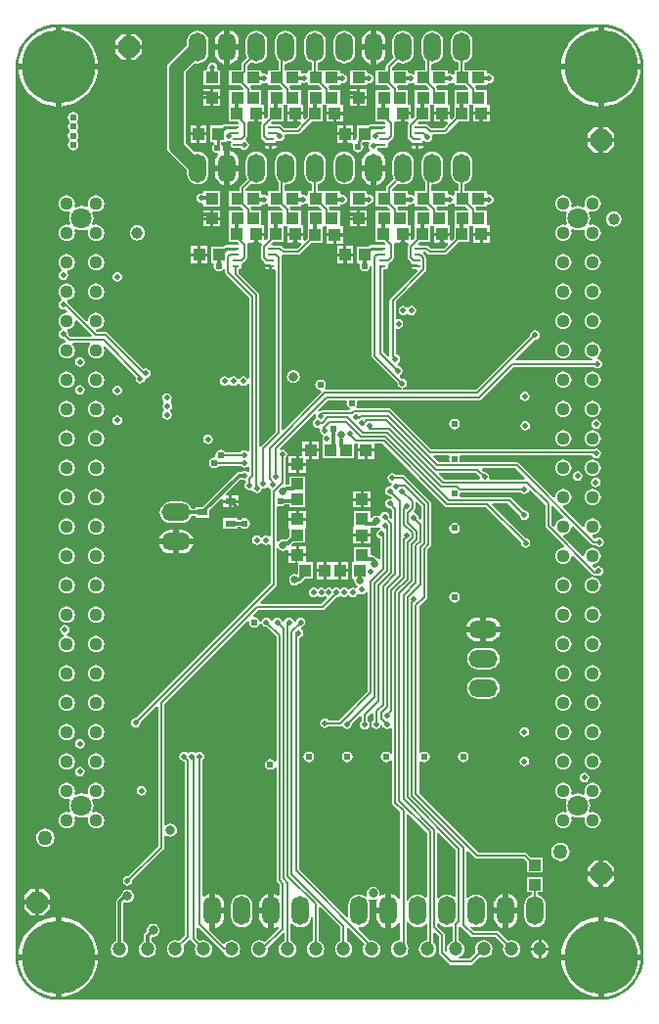
<source format=gbl>
G04*
G04 #@! TF.GenerationSoftware,Altium Limited,Altium Designer,19.0.8 (182)*
G04*
G04 Layer_Physical_Order=6*
G04 Layer_Color=16711680*
%FSLAX25Y25*%
%MOIN*%
G70*
G01*
G75*
%ADD22R,0.04331X0.03937*%
%ADD23R,0.03937X0.04331*%
%ADD24R,0.03740X0.02362*%
%ADD67C,0.01181*%
%ADD68C,0.00800*%
%ADD70C,0.01000*%
%ADD71C,0.01200*%
%ADD72C,0.05000*%
%ADD74O,0.06000X0.09843*%
%ADD75O,0.09843X0.06000*%
%ADD76C,0.25000*%
%ADD77C,0.04400*%
%ADD78C,0.07100*%
%ADD79P,0.07884X8X112.5*%
%ADD80C,0.02400*%
%ADD81C,0.02000*%
%ADD82C,0.02410*%
%ADD83C,0.03200*%
%ADD84C,0.02600*%
%ADD85C,0.03937*%
%ADD86C,0.05000*%
G04:AMPARAMS|DCode=87|XSize=47.24mil|YSize=47.24mil|CornerRadius=23.62mil|HoleSize=0mil|Usage=FLASHONLY|Rotation=0.000|XOffset=0mil|YOffset=0mil|HoleType=Round|Shape=RoundedRectangle|*
%AMROUNDEDRECTD87*
21,1,0.04724,0.00000,0,0,0.0*
21,1,0.00000,0.04724,0,0,0.0*
1,1,0.04724,0.00000,0.00000*
1,1,0.04724,0.00000,0.00000*
1,1,0.04724,0.00000,0.00000*
1,1,0.04724,0.00000,0.00000*
%
%ADD87ROUNDEDRECTD87*%
%ADD88O,0.02362X0.00984*%
G04:AMPARAMS|DCode=89|XSize=47.24mil|YSize=47.24mil|CornerRadius=23.62mil|HoleSize=0mil|Usage=FLASHONLY|Rotation=90.000|XOffset=0mil|YOffset=0mil|HoleType=Round|Shape=RoundedRectangle|*
%AMROUNDEDRECTD89*
21,1,0.04724,0.00000,0,0,90.0*
21,1,0.00000,0.04724,0,0,90.0*
1,1,0.04724,0.00000,0.00000*
1,1,0.04724,0.00000,0.00000*
1,1,0.04724,0.00000,0.00000*
1,1,0.04724,0.00000,0.00000*
%
%ADD89ROUNDEDRECTD89*%
G36*
X200787Y333391D02*
Y333391D01*
X201378Y333368D01*
X202681Y333282D01*
X204543Y332912D01*
X206340Y332302D01*
X208042Y331463D01*
X209620Y330408D01*
X211047Y329157D01*
X212298Y327730D01*
X213352Y326152D01*
X214192Y324450D01*
X214802Y322653D01*
X215172Y320792D01*
X215292Y318958D01*
X215280Y318898D01*
X215280Y15748D01*
X215280Y15748D01*
X215280D01*
X215257Y15158D01*
X215172Y13855D01*
X214802Y11993D01*
X214192Y10196D01*
X213352Y8494D01*
X212298Y6916D01*
X211046Y5489D01*
X209619Y4238D01*
X208042Y3183D01*
X206339Y2344D01*
X204542Y1734D01*
X202681Y1364D01*
X201378Y1278D01*
X200787Y1255D01*
Y1255D01*
X200787Y1255D01*
X15748D01*
X15748Y1255D01*
X15157Y1278D01*
X13854Y1364D01*
X11993Y1734D01*
X10196Y2344D01*
X8494Y3183D01*
X6916Y4238D01*
X5489Y5489D01*
X4237Y6916D01*
X3183Y8494D01*
X2344Y10196D01*
X1734Y11993D01*
X1364Y13854D01*
X1243Y15688D01*
X1255Y15748D01*
X1255Y318897D01*
X1255Y318898D01*
X1278Y319488D01*
X1363Y320791D01*
X1734Y322653D01*
X2344Y324450D01*
X3183Y326152D01*
X4237Y327730D01*
X5489Y329157D01*
X6916Y330408D01*
X8494Y331462D01*
X10196Y332302D01*
X11993Y332912D01*
X13854Y333282D01*
X15157Y333367D01*
X15748Y333390D01*
X16348Y333390D01*
X200188Y333391D01*
X200787Y333391D01*
D02*
G37*
%LPC*%
G36*
X124268Y331415D02*
Y326591D01*
X127302D01*
Y327512D01*
X127165Y328556D01*
X126762Y329529D01*
X126121Y330365D01*
X125285Y331006D01*
X124312Y331409D01*
X124268Y331415D01*
D02*
G37*
G36*
X74268D02*
Y326591D01*
X77302D01*
Y327512D01*
X77165Y328556D01*
X76762Y329529D01*
X76121Y330365D01*
X75285Y331006D01*
X74312Y331409D01*
X74268Y331415D01*
D02*
G37*
G36*
X122268D02*
X122224Y331409D01*
X121251Y331006D01*
X120415Y330365D01*
X119774Y329529D01*
X119371Y328556D01*
X119233Y327512D01*
Y326591D01*
X122268D01*
Y331415D01*
D02*
G37*
G36*
X72268D02*
X72224Y331409D01*
X71251Y331006D01*
X70415Y330365D01*
X69774Y329529D01*
X69371Y328556D01*
X69233Y327512D01*
Y326591D01*
X72268D01*
Y331415D01*
D02*
G37*
G36*
X42013Y330032D02*
X40542D01*
Y326341D01*
X44233D01*
Y327812D01*
X42013Y330032D01*
D02*
G37*
G36*
X39042D02*
X37571D01*
X35350Y327812D01*
Y326341D01*
X39042D01*
Y330032D01*
D02*
G37*
G36*
X73268Y325591D02*
D01*
D01*
D01*
D02*
G37*
G36*
X44233Y324841D02*
X40542D01*
Y321149D01*
X42013D01*
X44233Y323370D01*
Y324841D01*
D02*
G37*
G36*
X39042D02*
X35350D01*
Y323370D01*
X37571Y321149D01*
X39042D01*
Y324841D01*
D02*
G37*
G36*
X113268Y331143D02*
X112328Y331019D01*
X111452Y330657D01*
X110700Y330079D01*
X110123Y329327D01*
X109760Y328452D01*
X109637Y327512D01*
Y323669D01*
X109760Y322730D01*
X110123Y321854D01*
X110700Y321102D01*
X111452Y320525D01*
X112328Y320162D01*
X113268Y320038D01*
X114208Y320162D01*
X115083Y320525D01*
X115835Y321102D01*
X116412Y321854D01*
X116775Y322730D01*
X116899Y323669D01*
Y327512D01*
X116775Y328452D01*
X116412Y329327D01*
X115835Y330079D01*
X115083Y330657D01*
X114208Y331019D01*
X113268Y331143D01*
D02*
G37*
G36*
X63268D02*
X62328Y331019D01*
X61452Y330657D01*
X60700Y330079D01*
X60123Y329327D01*
X59760Y328452D01*
X59637Y327512D01*
Y326381D01*
X53789Y320534D01*
X53292Y319886D01*
X52980Y319132D01*
X52926Y318727D01*
X52873Y318323D01*
X52873Y318323D01*
Y291677D01*
X52873Y291677D01*
X52926Y291273D01*
X52980Y290868D01*
X53292Y290114D01*
X53789Y289466D01*
X59637Y283619D01*
Y282488D01*
X59760Y281548D01*
X60123Y280673D01*
X60700Y279921D01*
X61452Y279344D01*
X62328Y278981D01*
X63268Y278857D01*
X64208Y278981D01*
X65083Y279344D01*
X65835Y279921D01*
X66412Y280673D01*
X66775Y281548D01*
X66899Y282488D01*
Y286331D01*
X66775Y287270D01*
X66412Y288146D01*
X65835Y288898D01*
X65083Y289475D01*
X64208Y289838D01*
X63268Y289962D01*
X62328Y289838D01*
X62281Y289818D01*
X59127Y292972D01*
Y317028D01*
X62281Y320182D01*
X62328Y320162D01*
X63268Y320038D01*
X64208Y320162D01*
X65083Y320525D01*
X65835Y321102D01*
X66412Y321854D01*
X66775Y322730D01*
X66899Y323669D01*
Y327512D01*
X66775Y328452D01*
X66412Y329327D01*
X65835Y330079D01*
X65083Y330657D01*
X64208Y331019D01*
X63268Y331143D01*
D02*
G37*
G36*
X201787Y332361D02*
Y319898D01*
X214251D01*
X214201Y320663D01*
X213855Y322399D01*
X213287Y324075D01*
X212504Y325662D01*
X211521Y327134D01*
X210354Y328464D01*
X209023Y329631D01*
X207552Y330614D01*
X205965Y331397D01*
X204289Y331966D01*
X202553Y332311D01*
X201787Y332361D01*
D02*
G37*
G36*
X199787D02*
X199022Y332311D01*
X197286Y331966D01*
X195610Y331397D01*
X194023Y330614D01*
X192552Y329631D01*
X191221Y328464D01*
X190054Y327134D01*
X189071Y325662D01*
X188288Y324075D01*
X187720Y322399D01*
X187374Y320663D01*
X187324Y319898D01*
X199787D01*
Y332361D01*
D02*
G37*
G36*
X16748D02*
Y319898D01*
X29212D01*
X29161Y320663D01*
X28816Y322399D01*
X28247Y324075D01*
X27465Y325662D01*
X26481Y327134D01*
X25315Y328464D01*
X23984Y329631D01*
X22512Y330614D01*
X20925Y331397D01*
X19250Y331966D01*
X17514Y332311D01*
X16748Y332361D01*
D02*
G37*
G36*
X14748D02*
X13982Y332311D01*
X12246Y331966D01*
X10571Y331397D01*
X8984Y330614D01*
X7512Y329631D01*
X6182Y328464D01*
X5015Y327134D01*
X4032Y325662D01*
X3249Y324075D01*
X2680Y322399D01*
X2335Y320663D01*
X2285Y319898D01*
X14748D01*
Y332361D01*
D02*
G37*
G36*
X127302Y324591D02*
X124268D01*
Y319766D01*
X124312Y319772D01*
X125285Y320175D01*
X126121Y320816D01*
X126762Y321652D01*
X127165Y322625D01*
X127302Y323669D01*
Y324591D01*
D02*
G37*
G36*
X77302D02*
X74268D01*
Y319766D01*
X74312Y319772D01*
X75285Y320175D01*
X76121Y320816D01*
X76762Y321652D01*
X77165Y322625D01*
X77302Y323669D01*
Y324591D01*
D02*
G37*
G36*
X122268D02*
X119233D01*
Y323669D01*
X119371Y322625D01*
X119774Y321652D01*
X120415Y320816D01*
X121251Y320175D01*
X122224Y319772D01*
X122268Y319766D01*
Y324591D01*
D02*
G37*
G36*
X72268D02*
X69233D01*
Y323669D01*
X69371Y322625D01*
X69774Y321652D01*
X70415Y320816D01*
X71251Y320175D01*
X72224Y319772D01*
X72268Y319766D01*
Y324591D01*
D02*
G37*
G36*
X103268Y331143D02*
X102328Y331019D01*
X101452Y330657D01*
X100700Y330079D01*
X100123Y329327D01*
X99761Y328452D01*
X99637Y327512D01*
Y323669D01*
X99761Y322730D01*
X100123Y321854D01*
X100700Y321102D01*
X101452Y320525D01*
X102248Y320195D01*
Y317687D01*
X100739D01*
Y316947D01*
X100139Y316611D01*
X99664Y316706D01*
X99039Y316581D01*
X98995Y316552D01*
X98395Y316873D01*
Y317687D01*
X92903D01*
Y319719D01*
X93268Y320038D01*
X94208Y320162D01*
X95083Y320525D01*
X95835Y321102D01*
X96412Y321854D01*
X96775Y322730D01*
X96899Y323669D01*
Y327512D01*
X96775Y328452D01*
X96412Y329327D01*
X95835Y330079D01*
X95083Y330657D01*
X94208Y331019D01*
X93268Y331143D01*
X92328Y331019D01*
X91452Y330657D01*
X90700Y330079D01*
X90123Y329327D01*
X89761Y328452D01*
X89637Y327512D01*
Y323669D01*
X89761Y322730D01*
X90123Y321854D01*
X90700Y321102D01*
X90881Y320963D01*
X90864Y320878D01*
Y317687D01*
X87353D01*
Y316466D01*
X87334Y316448D01*
X86753Y316201D01*
X86412Y316429D01*
X85787Y316553D01*
X85609Y316517D01*
X85009Y316993D01*
Y317687D01*
X80098D01*
Y319058D01*
X81532Y320492D01*
X82328Y320162D01*
X83268Y320038D01*
X84208Y320162D01*
X85083Y320525D01*
X85835Y321102D01*
X86412Y321854D01*
X86775Y322730D01*
X86899Y323669D01*
Y327512D01*
X86775Y328452D01*
X86412Y329327D01*
X85835Y330079D01*
X85083Y330657D01*
X84208Y331019D01*
X83268Y331143D01*
X82328Y331019D01*
X81452Y330657D01*
X80700Y330079D01*
X80123Y329327D01*
X79760Y328452D01*
X79637Y327512D01*
Y323669D01*
X79760Y322730D01*
X80090Y321934D01*
X78358Y320201D01*
X78137Y319870D01*
X78059Y319480D01*
Y317690D01*
X78056Y317687D01*
X73967D01*
Y312550D01*
X77823D01*
X78824Y311548D01*
X78595Y310994D01*
X73967D01*
Y305857D01*
X73967D01*
Y300345D01*
X76875D01*
X77374Y299845D01*
X77079Y299292D01*
X77028Y299303D01*
X76379D01*
X76339Y299311D01*
X72402D01*
X72402Y299311D01*
X71972Y299225D01*
X71609Y298982D01*
X71609Y298982D01*
X71416Y298789D01*
X67668D01*
Y293258D01*
X68651D01*
X68834Y292658D01*
X68742Y292597D01*
X68344Y292002D01*
X68204Y291299D01*
X68344Y290597D01*
X68742Y290002D01*
X69337Y289604D01*
X69896Y289493D01*
X70130Y289097D01*
X70183Y288881D01*
X69774Y288348D01*
X69371Y287375D01*
X69233Y286331D01*
Y285409D01*
X72268D01*
Y290234D01*
X72224Y290228D01*
X72205Y290220D01*
X71946Y290427D01*
X71752Y290682D01*
X71875Y291299D01*
X71735Y292002D01*
X71358Y292566D01*
Y293258D01*
X72805D01*
Y293443D01*
X73405Y293814D01*
X73805Y293734D01*
X74019Y293777D01*
X74621Y293826D01*
X74711Y293691D01*
X74814Y293268D01*
X74711Y292844D01*
X74621Y292710D01*
X74536Y292284D01*
X74621Y291858D01*
X74862Y291496D01*
X75223Y291255D01*
X75650Y291170D01*
X77028D01*
X77454Y291255D01*
X78001Y291130D01*
X78531Y290776D01*
X79155Y290652D01*
X79779Y290776D01*
X80308Y291130D01*
X80662Y291659D01*
X80786Y292284D01*
X80662Y292908D01*
X80308Y293437D01*
X79875Y293727D01*
X79677Y294376D01*
X79815Y294515D01*
X80036Y294846D01*
X80114Y295236D01*
Y299567D01*
X80094Y299665D01*
X80088Y299699D01*
X80578Y300145D01*
X80953Y300145D01*
X82728D01*
Y303110D01*
X83228D01*
Y303610D01*
X85997D01*
Y306076D01*
X85009D01*
Y310994D01*
X81498D01*
Y311335D01*
X81421Y311726D01*
X81271Y311950D01*
X81459Y312550D01*
X85009D01*
Y312850D01*
X85609Y313326D01*
X85787Y313290D01*
X86412Y313414D01*
X86753Y313642D01*
X87334Y313395D01*
X87353Y313376D01*
Y312550D01*
X91208D01*
X92210Y311548D01*
X91980Y310994D01*
X87353D01*
Y305876D01*
X87353D01*
Y301787D01*
X86551Y300985D01*
X85997Y301215D01*
Y302610D01*
X83728D01*
Y300145D01*
X84927D01*
X85065Y299811D01*
X85123Y299545D01*
X84926Y299251D01*
X84849Y298861D01*
Y295155D01*
X84926Y294765D01*
X85148Y294434D01*
X86051Y293531D01*
X86243Y292788D01*
X86243Y292784D01*
X88150D01*
X90057D01*
X90056Y292788D01*
X89944Y292955D01*
X89725Y293305D01*
X89946Y293645D01*
X90616Y293752D01*
X90670Y293716D01*
X91294Y293591D01*
X91918Y293716D01*
X92448Y294069D01*
X92801Y294599D01*
X92925Y295223D01*
X92880Y295451D01*
X93332Y296051D01*
X97567D01*
X97743Y296086D01*
X97957Y296128D01*
X97957Y296128D01*
X98288Y296349D01*
X98288Y296349D01*
X100374Y298435D01*
X100581Y298746D01*
X102181Y300345D01*
X105876D01*
Y305857D01*
X107231D01*
Y303610D01*
X110000D01*
X112768D01*
Y306076D01*
X111781D01*
Y310994D01*
X108270D01*
Y311335D01*
X108193Y311726D01*
X108043Y311950D01*
X108231Y312550D01*
X111781D01*
Y312850D01*
X112381Y313326D01*
X112559Y313290D01*
X113183Y313414D01*
X113713Y313768D01*
X114066Y314297D01*
X114190Y314921D01*
X114066Y315546D01*
X113713Y316075D01*
X113183Y316429D01*
X112559Y316553D01*
X112381Y316517D01*
X111781Y316993D01*
Y317687D01*
X104287D01*
Y320195D01*
X105083Y320525D01*
X105835Y321102D01*
X106412Y321854D01*
X106775Y322730D01*
X106899Y323669D01*
Y327512D01*
X106775Y328452D01*
X106412Y329327D01*
X105835Y330079D01*
X105083Y330657D01*
X104208Y331019D01*
X103268Y331143D01*
D02*
G37*
G36*
X153268D02*
X152328Y331019D01*
X151452Y330657D01*
X150700Y330079D01*
X150123Y329327D01*
X149760Y328452D01*
X149637Y327512D01*
Y323669D01*
X149760Y322730D01*
X150123Y321854D01*
X150700Y321102D01*
X151452Y320525D01*
X152248Y320195D01*
Y317687D01*
X150739D01*
Y316466D01*
X150719Y316448D01*
X150139Y316201D01*
X149797Y316429D01*
X149173Y316553D01*
X148995Y316517D01*
X148395Y316993D01*
Y317687D01*
X142903D01*
Y319719D01*
X143268Y320038D01*
X144208Y320162D01*
X145083Y320525D01*
X145835Y321102D01*
X146412Y321854D01*
X146775Y322730D01*
X146899Y323669D01*
Y327512D01*
X146775Y328452D01*
X146412Y329327D01*
X145835Y330079D01*
X145083Y330657D01*
X144208Y331019D01*
X143268Y331143D01*
X142328Y331019D01*
X141452Y330657D01*
X140700Y330079D01*
X140123Y329327D01*
X139760Y328452D01*
X139637Y327512D01*
Y323669D01*
X139760Y322730D01*
X140123Y321854D01*
X140700Y321102D01*
X140864Y320976D01*
Y317687D01*
X137353D01*
Y316466D01*
X137334Y316448D01*
X136753Y316201D01*
X136412Y316429D01*
X135787Y316553D01*
X135609Y316517D01*
X135009Y316993D01*
Y317687D01*
X129411D01*
Y318371D01*
X131532Y320492D01*
X132328Y320162D01*
X133268Y320038D01*
X134208Y320162D01*
X135083Y320525D01*
X135835Y321102D01*
X136412Y321854D01*
X136775Y322730D01*
X136899Y323669D01*
Y327512D01*
X136775Y328452D01*
X136412Y329327D01*
X135835Y330079D01*
X135083Y330657D01*
X134208Y331019D01*
X133268Y331143D01*
X132328Y331019D01*
X131452Y330657D01*
X130700Y330079D01*
X130123Y329327D01*
X129761Y328452D01*
X129637Y327512D01*
Y323669D01*
X129761Y322730D01*
X130090Y321934D01*
X127670Y319514D01*
X127449Y319183D01*
X127372Y318793D01*
Y317687D01*
X123967D01*
Y312550D01*
X127822D01*
X128824Y311548D01*
X128595Y310994D01*
X123967D01*
Y305857D01*
X123967D01*
Y300345D01*
X126875D01*
X127374Y299845D01*
X127079Y299292D01*
X127028Y299303D01*
X126379D01*
X126339Y299311D01*
X126299Y299303D01*
X122197D01*
X122197Y299303D01*
X121768Y299217D01*
X121404Y298974D01*
X121404Y298974D01*
X121219Y298789D01*
X117668D01*
Y294845D01*
X117380Y294557D01*
X117137Y294193D01*
X117052Y293764D01*
X117052Y293764D01*
Y293672D01*
X116912Y293588D01*
X116312Y293928D01*
Y295524D01*
X114043D01*
Y293058D01*
X115848Y293058D01*
X115864D01*
X115864D01*
X116017Y293058D01*
X116347Y292473D01*
X116210Y292267D01*
X116070Y291565D01*
X116210Y290863D01*
X116608Y290267D01*
X117203Y289870D01*
X117905Y289730D01*
X118608Y289870D01*
X119203Y290267D01*
X119601Y290863D01*
X119741Y291565D01*
X119601Y292267D01*
X119340Y292658D01*
X119496Y293258D01*
X121472D01*
X121792Y292658D01*
X121677Y292487D01*
X121553Y291862D01*
X121677Y291238D01*
X121985Y290778D01*
X121994Y290552D01*
X121882Y290086D01*
X121251Y289825D01*
X120415Y289183D01*
X119774Y288348D01*
X119371Y287375D01*
X119233Y286331D01*
Y285409D01*
X123268D01*
X127302D01*
Y286331D01*
X127165Y287375D01*
X126762Y288348D01*
X126121Y289183D01*
X125285Y289825D01*
X124550Y290129D01*
X124459Y290379D01*
X124395Y290737D01*
X124408Y290813D01*
X124626Y291140D01*
X125224Y291255D01*
X125650Y291170D01*
X127028D01*
X127454Y291255D01*
X127815Y291496D01*
X128056Y291858D01*
X128141Y292284D01*
X128072Y292632D01*
X128079Y292749D01*
X128391Y293288D01*
X128500Y293310D01*
X128831Y293531D01*
X129815Y294515D01*
X130036Y294846D01*
X130114Y295236D01*
Y299567D01*
X130094Y299665D01*
X130088Y299699D01*
X130578Y300145D01*
X130953Y300145D01*
X132729D01*
Y303110D01*
X133229D01*
Y303610D01*
X135997D01*
Y306076D01*
X135009D01*
Y310994D01*
X131498D01*
Y311335D01*
X131421Y311726D01*
X131271Y311950D01*
X131459Y312550D01*
X135009D01*
Y312850D01*
X135609Y313326D01*
X135787Y313290D01*
X136412Y313414D01*
X136753Y313642D01*
X137334Y313395D01*
X137353Y313376D01*
Y312550D01*
X141208D01*
X142210Y311548D01*
X141980Y310994D01*
X137353D01*
Y305876D01*
X137353D01*
Y301787D01*
X136551Y300985D01*
X135997Y301215D01*
Y302610D01*
X133729D01*
Y300145D01*
X134927D01*
X135065Y299811D01*
X135123Y299545D01*
X134926Y299251D01*
X134849Y298861D01*
Y295155D01*
X134926Y294765D01*
X135148Y294434D01*
X136051Y293531D01*
X136243Y292788D01*
X136243Y292784D01*
X138150D01*
X140057D01*
X140056Y292788D01*
X139944Y292955D01*
X139820Y293154D01*
X139973Y293470D01*
X140120Y293533D01*
X140672Y293615D01*
X141060Y293355D01*
X141684Y293231D01*
X142309Y293355D01*
X142838Y293709D01*
X143192Y294238D01*
X143316Y294862D01*
X143199Y295451D01*
X143199Y295498D01*
X143536Y296051D01*
X147567D01*
X147743Y296086D01*
X147957Y296128D01*
X147957Y296128D01*
X148288Y296349D01*
X148288Y296349D01*
X150374Y298435D01*
X150581Y298746D01*
X152181Y300345D01*
X155876D01*
Y305857D01*
X157231D01*
Y303610D01*
X160000D01*
X162768D01*
Y306076D01*
X161781D01*
Y310994D01*
X158270D01*
Y311335D01*
X158193Y311726D01*
X158043Y311950D01*
X158231Y312550D01*
X161781D01*
Y312850D01*
X162381Y313326D01*
X162559Y313290D01*
X163183Y313414D01*
X163713Y313768D01*
X164066Y314297D01*
X164190Y314921D01*
X164066Y315546D01*
X163713Y316075D01*
X163183Y316429D01*
X162559Y316553D01*
X162381Y316517D01*
X161781Y316993D01*
Y317687D01*
X154287D01*
Y320195D01*
X155083Y320525D01*
X155835Y321102D01*
X156412Y321854D01*
X156775Y322730D01*
X156899Y323669D01*
Y327512D01*
X156775Y328452D01*
X156412Y329327D01*
X155835Y330079D01*
X155083Y330657D01*
X154208Y331019D01*
X153268Y331143D01*
D02*
G37*
G36*
X120836Y317687D02*
X115305D01*
Y312550D01*
X120836D01*
Y312850D01*
X121436Y313326D01*
X121614Y313290D01*
X122238Y313414D01*
X122768Y313768D01*
X123121Y314297D01*
X123245Y314921D01*
X123121Y315546D01*
X122768Y316075D01*
X122238Y316429D01*
X121614Y316553D01*
X121436Y316517D01*
X120836Y316993D01*
Y317687D01*
D02*
G37*
G36*
X68268Y320293D02*
X67643Y320169D01*
X67114Y319815D01*
X66760Y319286D01*
X66636Y318661D01*
X66711Y318287D01*
X66328Y317687D01*
X65306D01*
Y312550D01*
X70836D01*
Y317687D01*
X70207D01*
X69824Y318287D01*
X69899Y318661D01*
X69775Y319286D01*
X69421Y319815D01*
X68892Y320169D01*
X68268Y320293D01*
D02*
G37*
G36*
X121036Y311194D02*
X118571D01*
Y308925D01*
X121036D01*
Y311194D01*
D02*
G37*
G36*
X71036D02*
X68571D01*
Y308925D01*
X71036D01*
Y311194D01*
D02*
G37*
G36*
X117571D02*
X115105D01*
Y308925D01*
X117571D01*
Y311194D01*
D02*
G37*
G36*
X67571D02*
X65105D01*
Y308925D01*
X67571D01*
Y311194D01*
D02*
G37*
G36*
X121036Y307925D02*
X118571D01*
Y305657D01*
X121036D01*
Y307925D01*
D02*
G37*
G36*
X117571D02*
X115105D01*
Y305657D01*
X117571D01*
Y307925D01*
D02*
G37*
G36*
X71036D02*
X68571D01*
Y305657D01*
X71036D01*
Y307925D01*
D02*
G37*
G36*
X67571D02*
X65105D01*
Y305657D01*
X67571D01*
Y307925D01*
D02*
G37*
G36*
X214251Y317898D02*
X201787D01*
Y305434D01*
X202553Y305484D01*
X204289Y305830D01*
X205965Y306399D01*
X207552Y307181D01*
X209023Y308164D01*
X210354Y309331D01*
X211521Y310662D01*
X212504Y312133D01*
X213287Y313720D01*
X213855Y315396D01*
X214201Y317132D01*
X214251Y317898D01*
D02*
G37*
G36*
X199787D02*
X187324D01*
X187374Y317132D01*
X187720Y315396D01*
X188288Y313720D01*
X189071Y312133D01*
X190054Y310662D01*
X191221Y309331D01*
X192552Y308164D01*
X194023Y307181D01*
X195610Y306399D01*
X197286Y305830D01*
X199022Y305484D01*
X199787Y305434D01*
Y317898D01*
D02*
G37*
G36*
X29212D02*
X16748D01*
Y305434D01*
X17514Y305484D01*
X19250Y305830D01*
X20925Y306399D01*
X22512Y307181D01*
X23984Y308164D01*
X25315Y309331D01*
X26481Y310662D01*
X27465Y312133D01*
X28247Y313720D01*
X28816Y315396D01*
X29161Y317132D01*
X29212Y317898D01*
D02*
G37*
G36*
X14748D02*
X2285D01*
X2335Y317132D01*
X2680Y315396D01*
X3249Y313720D01*
X4032Y312133D01*
X5015Y310662D01*
X6182Y309331D01*
X7512Y308164D01*
X8984Y307181D01*
X10571Y306399D01*
X12246Y305830D01*
X13982Y305484D01*
X14748Y305434D01*
Y317898D01*
D02*
G37*
G36*
X162768Y302610D02*
X160500D01*
Y300145D01*
X162768D01*
Y302610D01*
D02*
G37*
G36*
X159500D02*
X157231D01*
Y300145D01*
X159500D01*
Y302610D01*
D02*
G37*
G36*
X112768D02*
X110500D01*
Y300145D01*
X112768D01*
Y302610D01*
D02*
G37*
G36*
X109500D02*
X107231D01*
Y300145D01*
X109500D01*
Y302610D01*
D02*
G37*
G36*
X116312Y298989D02*
X114043D01*
Y296524D01*
X116312D01*
Y298989D01*
D02*
G37*
G36*
X113043D02*
X110775D01*
Y296524D01*
X113043D01*
Y298989D01*
D02*
G37*
G36*
X66312D02*
X64043D01*
Y296524D01*
X66312D01*
Y298989D01*
D02*
G37*
G36*
X63043D02*
X60775D01*
Y296524D01*
X63043D01*
Y298989D01*
D02*
G37*
G36*
X203008Y298418D02*
X201538D01*
Y294726D01*
X205229D01*
Y296197D01*
X203008Y298418D01*
D02*
G37*
G36*
X200038D02*
X198567D01*
X196346Y296197D01*
Y294726D01*
X200038D01*
Y298418D01*
D02*
G37*
G36*
X66312Y295524D02*
X64043D01*
Y293058D01*
X66312D01*
Y295524D01*
D02*
G37*
G36*
X63043D02*
X60775D01*
Y293058D01*
X63043D01*
Y295524D01*
D02*
G37*
G36*
X113043D02*
X110775D01*
Y293058D01*
X113043D01*
Y295524D01*
D02*
G37*
G36*
X140057Y291784D02*
X138650D01*
Y290966D01*
X138839D01*
X139343Y291067D01*
X139770Y291352D01*
X140056Y291779D01*
X140057Y291784D01*
D02*
G37*
G36*
X137650D02*
X136243D01*
X136243Y291779D01*
X136529Y291352D01*
X136957Y291067D01*
X137461Y290966D01*
X137650D01*
Y291784D01*
D02*
G37*
G36*
X90057D02*
X88650D01*
Y290966D01*
X88839D01*
X89343Y291067D01*
X89770Y291352D01*
X90056Y291779D01*
X90057Y291784D01*
D02*
G37*
G36*
X87650D02*
X86243D01*
X86243Y291779D01*
X86529Y291352D01*
X86957Y291067D01*
X87461Y290966D01*
X87650D01*
Y291784D01*
D02*
G37*
G36*
X20866Y303567D02*
X20164Y303428D01*
X19568Y303030D01*
X19171Y302434D01*
X19031Y301732D01*
X19171Y301030D01*
X19491Y300550D01*
X19536Y300157D01*
X19491Y299764D01*
X19171Y299285D01*
X19031Y298583D01*
X19171Y297880D01*
X19491Y297401D01*
X19536Y297008D01*
X19491Y296615D01*
X19171Y296135D01*
X19031Y295433D01*
X19171Y294731D01*
X19491Y294251D01*
X19536Y293858D01*
X19491Y293465D01*
X19171Y292986D01*
X19031Y292283D01*
X19171Y291581D01*
X19568Y290986D01*
X20164Y290588D01*
X20866Y290448D01*
X21568Y290588D01*
X22164Y290986D01*
X22562Y291581D01*
X22701Y292283D01*
X22562Y292986D01*
X22241Y293465D01*
X22196Y293858D01*
X22241Y294251D01*
X22562Y294731D01*
X22701Y295433D01*
X22562Y296135D01*
X22241Y296615D01*
X22196Y297008D01*
X22241Y297401D01*
X22562Y297880D01*
X22701Y298583D01*
X22562Y299285D01*
X22241Y299764D01*
X22196Y300157D01*
X22241Y300550D01*
X22562Y301030D01*
X22701Y301732D01*
X22562Y302434D01*
X22164Y303030D01*
X21568Y303428D01*
X20866Y303567D01*
D02*
G37*
G36*
X205229Y293227D02*
X201538D01*
Y289535D01*
X203008D01*
X205229Y291756D01*
Y293227D01*
D02*
G37*
G36*
X200038D02*
X196346D01*
Y291756D01*
X198567Y289535D01*
X200038D01*
Y293227D01*
D02*
G37*
G36*
X74268Y290234D02*
Y285409D01*
X77302D01*
Y286331D01*
X77165Y287375D01*
X76762Y288348D01*
X76121Y289183D01*
X75285Y289825D01*
X74312Y290228D01*
X74268Y290234D01*
D02*
G37*
G36*
X113268Y289962D02*
X112328Y289838D01*
X111452Y289475D01*
X110700Y288898D01*
X110123Y288146D01*
X109760Y287270D01*
X109637Y286331D01*
Y282488D01*
X109760Y281548D01*
X110123Y280673D01*
X110700Y279921D01*
X111452Y279344D01*
X112328Y278981D01*
X113268Y278857D01*
X114208Y278981D01*
X115083Y279344D01*
X115835Y279921D01*
X116412Y280673D01*
X116775Y281548D01*
X116899Y282488D01*
Y286331D01*
X116775Y287270D01*
X116412Y288146D01*
X115835Y288898D01*
X115083Y289475D01*
X114208Y289838D01*
X113268Y289962D01*
D02*
G37*
G36*
X122268Y283410D02*
X119233D01*
Y282488D01*
X119371Y281444D01*
X119774Y280471D01*
X120415Y279635D01*
X121251Y278994D01*
X122224Y278591D01*
X122268Y278585D01*
Y283410D01*
D02*
G37*
G36*
X72268D02*
X69233D01*
Y282488D01*
X69371Y281444D01*
X69774Y280471D01*
X70415Y279635D01*
X71251Y278994D01*
X72224Y278591D01*
X72268Y278585D01*
Y283410D01*
D02*
G37*
G36*
X127302D02*
X124268D01*
Y278585D01*
X124312Y278591D01*
X125285Y278994D01*
X126121Y279635D01*
X126762Y280471D01*
X127165Y281444D01*
X127302Y282488D01*
Y283410D01*
D02*
G37*
G36*
X77302D02*
X74268D01*
Y278585D01*
X74312Y278591D01*
X75285Y278994D01*
X76121Y279635D01*
X76762Y280471D01*
X77165Y281444D01*
X77302Y282488D01*
Y283410D01*
D02*
G37*
G36*
X70836Y276505D02*
X65306D01*
Y276205D01*
X64705Y275730D01*
X64528Y275765D01*
X63903Y275641D01*
X63374Y275287D01*
X63020Y274758D01*
X62896Y274134D01*
X63020Y273510D01*
X63374Y272980D01*
X63903Y272627D01*
X64528Y272502D01*
X64705Y272538D01*
X65306Y272063D01*
Y271369D01*
X70836D01*
Y276505D01*
D02*
G37*
G36*
X153268Y289962D02*
X152328Y289838D01*
X151452Y289475D01*
X150700Y288898D01*
X150123Y288146D01*
X149760Y287270D01*
X149637Y286331D01*
Y282488D01*
X149760Y281548D01*
X150123Y280673D01*
X150700Y279921D01*
X151452Y279344D01*
X152248Y279014D01*
Y276505D01*
X150739D01*
Y275285D01*
X150719Y275267D01*
X150138Y275020D01*
X149797Y275247D01*
X149173Y275372D01*
X148995Y275336D01*
X148395Y275811D01*
Y276505D01*
X142903D01*
Y278537D01*
X143268Y278857D01*
X144208Y278981D01*
X145083Y279344D01*
X145835Y279921D01*
X146412Y280673D01*
X146775Y281548D01*
X146899Y282488D01*
Y286331D01*
X146775Y287270D01*
X146412Y288146D01*
X145835Y288898D01*
X145083Y289475D01*
X144208Y289838D01*
X143268Y289962D01*
X142328Y289838D01*
X141452Y289475D01*
X140700Y288898D01*
X140123Y288146D01*
X139760Y287270D01*
X139637Y286331D01*
Y282488D01*
X139760Y281548D01*
X140123Y280673D01*
X140700Y279921D01*
X140864Y279795D01*
Y276505D01*
X137353D01*
Y275285D01*
X137333Y275267D01*
X136753Y275020D01*
X136411Y275247D01*
X135787Y275372D01*
X135609Y275336D01*
X135009Y275812D01*
Y276505D01*
X129479D01*
X129456Y277096D01*
Y277234D01*
X131532Y279310D01*
X132328Y278981D01*
X133268Y278857D01*
X134208Y278981D01*
X135083Y279344D01*
X135835Y279921D01*
X136412Y280673D01*
X136775Y281548D01*
X136899Y282488D01*
Y286331D01*
X136775Y287270D01*
X136412Y288146D01*
X135835Y288898D01*
X135083Y289475D01*
X134208Y289838D01*
X133268Y289962D01*
X132328Y289838D01*
X131452Y289475D01*
X130700Y288898D01*
X130123Y288146D01*
X129761Y287270D01*
X129637Y286331D01*
Y282488D01*
X129761Y281548D01*
X130090Y280752D01*
X127715Y278378D01*
X127494Y278047D01*
X127417Y277657D01*
Y276505D01*
X123967D01*
Y271369D01*
X127823D01*
X128824Y270367D01*
X128594Y269813D01*
X123967D01*
Y264676D01*
Y259164D01*
X126875D01*
X127374Y258664D01*
X127078Y258111D01*
X127028Y258121D01*
X126379D01*
X126339Y258130D01*
X122402D01*
X122402Y258130D01*
X121972Y258044D01*
X121609Y257801D01*
X121608Y257801D01*
X121415Y257608D01*
X117668D01*
Y252077D01*
X118056D01*
X118475Y251477D01*
X118401Y251102D01*
X118541Y250400D01*
X118939Y249805D01*
X119534Y249407D01*
X120236Y249267D01*
X120939Y249407D01*
X121534Y249805D01*
X121932Y250400D01*
X122046Y250976D01*
X122392Y251291D01*
X122619Y251424D01*
X122679Y251405D01*
Y220324D01*
X122756Y219934D01*
X122977Y219603D01*
X131412Y211169D01*
X131392Y211071D01*
X131517Y210447D01*
X131870Y209918D01*
X132399Y209564D01*
X132890Y209467D01*
X132831Y208867D01*
X106859D01*
X106585Y209467D01*
X106841Y209851D01*
X106981Y210553D01*
X106841Y211256D01*
X106444Y211851D01*
X105848Y212249D01*
X105146Y212388D01*
X104443Y212249D01*
X103848Y211851D01*
X103450Y211256D01*
X103311Y210553D01*
X103450Y209851D01*
X103848Y209256D01*
X104443Y208858D01*
X105146Y208718D01*
X105434Y208164D01*
X92472Y195201D01*
X91917Y195431D01*
Y253985D01*
X91840Y254375D01*
X91806Y254426D01*
X91814Y254446D01*
X92202Y254912D01*
X92418Y254869D01*
X92418Y254870D01*
X92418Y254869D01*
X97567D01*
X97957Y254947D01*
X98288Y255168D01*
X101984Y258864D01*
X105876D01*
Y264395D01*
X106359Y264676D01*
X106665D01*
X107231Y264595D01*
X107231Y264076D01*
Y262129D01*
X110000D01*
X112768D01*
Y264595D01*
X112348D01*
X111781Y264676D01*
X111781Y265195D01*
Y269813D01*
X108270D01*
Y270154D01*
X108193Y270545D01*
X108043Y270768D01*
X108231Y271369D01*
X111781D01*
Y271669D01*
X112381Y272144D01*
X112559Y272109D01*
X113183Y272233D01*
X113713Y272587D01*
X114066Y273116D01*
X114191Y273740D01*
X114066Y274364D01*
X113713Y274894D01*
X113183Y275247D01*
X112559Y275372D01*
X112381Y275336D01*
X111781Y275811D01*
Y276505D01*
X106251D01*
Y276505D01*
X104287D01*
Y279014D01*
X105083Y279344D01*
X105835Y279921D01*
X106412Y280673D01*
X106775Y281548D01*
X106899Y282488D01*
Y286331D01*
X106775Y287270D01*
X106412Y288146D01*
X105835Y288898D01*
X105083Y289475D01*
X104208Y289838D01*
X103268Y289962D01*
X102328Y289838D01*
X101452Y289475D01*
X100700Y288898D01*
X100123Y288146D01*
X99761Y287270D01*
X99637Y286331D01*
Y282488D01*
X99761Y281548D01*
X100123Y280673D01*
X100700Y279921D01*
X101452Y279344D01*
X102248Y279014D01*
Y276505D01*
X100739D01*
Y275285D01*
X100719Y275267D01*
X100138Y275019D01*
X99797Y275247D01*
X99173Y275372D01*
X98995Y275336D01*
X98395Y275812D01*
Y276505D01*
X92903D01*
Y278537D01*
X93268Y278857D01*
X94208Y278981D01*
X95083Y279344D01*
X95835Y279921D01*
X96412Y280673D01*
X96775Y281548D01*
X96899Y282488D01*
Y286331D01*
X96775Y287270D01*
X96412Y288146D01*
X95835Y288898D01*
X95083Y289475D01*
X94208Y289838D01*
X93268Y289962D01*
X92328Y289838D01*
X91452Y289475D01*
X90700Y288898D01*
X90123Y288146D01*
X89761Y287270D01*
X89637Y286331D01*
Y282488D01*
X89761Y281548D01*
X90123Y280673D01*
X90700Y279921D01*
X90881Y279782D01*
X90864Y279697D01*
Y276505D01*
X87353D01*
Y275285D01*
X87333Y275267D01*
X86753Y275020D01*
X86411Y275247D01*
X85787Y275372D01*
X85609Y275336D01*
X85009Y275812D01*
Y276505D01*
X79501D01*
Y277279D01*
X81532Y279310D01*
X82328Y278981D01*
X83268Y278857D01*
X84208Y278981D01*
X85083Y279344D01*
X85835Y279921D01*
X86412Y280673D01*
X86775Y281548D01*
X86899Y282488D01*
Y286331D01*
X86775Y287270D01*
X86412Y288146D01*
X85835Y288898D01*
X85083Y289475D01*
X84208Y289838D01*
X83268Y289962D01*
X82328Y289838D01*
X81452Y289475D01*
X80700Y288898D01*
X80123Y288146D01*
X79760Y287270D01*
X79637Y286331D01*
Y282488D01*
X79760Y281548D01*
X80090Y280752D01*
X77760Y278422D01*
X77539Y278092D01*
X77462Y277702D01*
Y276505D01*
X73967D01*
Y271369D01*
X77823D01*
X78824Y270367D01*
X78594Y269813D01*
X73967D01*
Y264695D01*
X73967D01*
Y259164D01*
X76875D01*
X77374Y258664D01*
X77078Y258111D01*
X77028Y258121D01*
X76379D01*
X76339Y258130D01*
X76299Y258122D01*
X72940D01*
X72940Y258122D01*
X72511Y258036D01*
X72147Y257793D01*
X71962Y257608D01*
X67923D01*
Y252077D01*
X68311D01*
X68731Y251477D01*
X68656Y251102D01*
X68796Y250400D01*
X69194Y249805D01*
X69789Y249407D01*
X70491Y249267D01*
X71194Y249407D01*
X71789Y249805D01*
X72079Y250238D01*
X72679Y250056D01*
Y248875D01*
X72756Y248485D01*
X72978Y248154D01*
X80865Y240267D01*
Y212842D01*
X80265Y212661D01*
X80048Y212986D01*
X79518Y213339D01*
X78894Y213464D01*
X78270Y213339D01*
X77741Y212986D01*
X77553Y212705D01*
X77460Y212679D01*
X76875Y212722D01*
X76638Y213076D01*
X76109Y213430D01*
X75485Y213554D01*
X74860Y213430D01*
X74331Y213076D01*
X74270Y212985D01*
X73548D01*
X73548Y212986D01*
X73018Y213339D01*
X72394Y213464D01*
X71770Y213339D01*
X71241Y212986D01*
X70887Y212457D01*
X70763Y211832D01*
X70887Y211208D01*
X71241Y210679D01*
X71770Y210325D01*
X72394Y210201D01*
X73018Y210325D01*
X73548Y210679D01*
X73609Y210770D01*
X74330D01*
X74331Y210769D01*
X74860Y210416D01*
X75485Y210292D01*
X76109Y210416D01*
X76638Y210769D01*
X76826Y211050D01*
X76919Y211076D01*
X77504Y211033D01*
X77741Y210679D01*
X78270Y210325D01*
X78894Y210201D01*
X79518Y210325D01*
X80048Y210679D01*
X80265Y211004D01*
X80865Y210822D01*
Y187972D01*
X80265Y187791D01*
X80259Y187799D01*
X79730Y188153D01*
X79106Y188277D01*
X78481Y188153D01*
X77952Y187799D01*
X77863Y187665D01*
X72589D01*
X72403Y187943D01*
X71808Y188341D01*
X71105Y188481D01*
X70403Y188341D01*
X69808Y187943D01*
X69410Y187348D01*
X69270Y186646D01*
X69313Y186432D01*
X69006Y185881D01*
X68303Y185741D01*
X67708Y185344D01*
X67310Y184748D01*
X67170Y184046D01*
X67310Y183343D01*
X67708Y182748D01*
X68303Y182350D01*
X69006Y182211D01*
X69708Y182350D01*
X70303Y182748D01*
X70489Y183026D01*
X77863D01*
X77952Y182892D01*
X78481Y182539D01*
X79106Y182414D01*
X79730Y182539D01*
X80259Y182892D01*
X80265Y182901D01*
X80865Y182719D01*
Y181207D01*
X80577Y181048D01*
X80265Y180965D01*
X79809Y181269D01*
X79185Y181394D01*
X78560Y181269D01*
X78136Y180986D01*
X77459D01*
X76991Y180893D01*
X76594Y180627D01*
X64913Y168946D01*
X62392D01*
Y168389D01*
X61217D01*
X60971Y168981D01*
X60394Y169733D01*
X59642Y170310D01*
X58767Y170673D01*
X57827Y170796D01*
X53984D01*
X53044Y170673D01*
X52169Y170310D01*
X51417Y169733D01*
X50840Y168981D01*
X50477Y168105D01*
X50353Y167165D01*
X50477Y166225D01*
X50840Y165350D01*
X51417Y164598D01*
X52169Y164021D01*
X53044Y163658D01*
X53984Y163534D01*
X57827D01*
X58767Y163658D01*
X59642Y164021D01*
X60394Y164598D01*
X60971Y165350D01*
X61217Y165942D01*
X62392D01*
Y165384D01*
X67332D01*
Y167905D01*
X71284Y171856D01*
X71838Y171627D01*
Y171406D01*
X74008D01*
Y172887D01*
X73098D01*
X72868Y173441D01*
X77966Y178539D01*
X78136D01*
X78560Y178255D01*
X79185Y178131D01*
X79274Y178149D01*
X79451Y178004D01*
X79741Y177476D01*
X79387Y176947D01*
X79263Y176323D01*
X79387Y175698D01*
X79741Y175169D01*
X80270Y174816D01*
X80894Y174691D01*
X81368Y174786D01*
X81987Y174751D01*
X82341Y174222D01*
X82870Y173869D01*
X83494Y173744D01*
X84118Y173869D01*
X84648Y174222D01*
X85001Y174751D01*
X85119Y175343D01*
X85685Y175231D01*
X86309Y175355D01*
X86838Y175709D01*
X87508Y175631D01*
X87579Y175526D01*
X87914Y175302D01*
X88203Y174654D01*
X88126Y174264D01*
Y159208D01*
X87526Y158925D01*
X87218Y159130D01*
X86594Y159254D01*
X85970Y159130D01*
X85440Y158776D01*
X84721Y158779D01*
X84661Y158870D01*
X84131Y159224D01*
X83507Y159348D01*
X82883Y159224D01*
X82353Y158870D01*
X82000Y158341D01*
X81876Y157716D01*
X82000Y157092D01*
X82353Y156563D01*
X82883Y156209D01*
X83507Y156085D01*
X84131Y156209D01*
X84660Y156563D01*
X85380Y156560D01*
X85440Y156469D01*
X85970Y156116D01*
X86594Y155991D01*
X87218Y156116D01*
X87526Y156321D01*
X88126Y156037D01*
Y142953D01*
X42342Y97170D01*
X42185Y97202D01*
X41560Y97077D01*
X41031Y96724D01*
X40677Y96194D01*
X40553Y95570D01*
X40677Y94946D01*
X41031Y94417D01*
X41560Y94063D01*
X42185Y93939D01*
X42809Y94063D01*
X43338Y94417D01*
X43692Y94946D01*
X43816Y95570D01*
X43784Y95728D01*
X49213Y101157D01*
X49768Y100928D01*
Y53493D01*
X39528Y43253D01*
X39370Y43285D01*
X38746Y43161D01*
X38217Y42807D01*
X37863Y42278D01*
X37739Y41653D01*
X37863Y41029D01*
X38217Y40500D01*
X38746Y40146D01*
X39370Y40022D01*
X39994Y40146D01*
X40524Y40500D01*
X40877Y41029D01*
X41001Y41653D01*
X40970Y41811D01*
X51508Y52350D01*
X51729Y52681D01*
X51807Y53071D01*
Y57107D01*
X52166Y57291D01*
X52407Y57341D01*
X52809Y57032D01*
X53344Y56811D01*
X53919Y56735D01*
X54493Y56811D01*
X55028Y57032D01*
X55488Y57385D01*
X55840Y57845D01*
X56062Y58380D01*
X56138Y58954D01*
X56062Y59528D01*
X55840Y60064D01*
X55488Y60523D01*
X55028Y60876D01*
X54493Y61098D01*
X53919Y61173D01*
X53344Y61098D01*
X52809Y60876D01*
X52407Y60567D01*
X52166Y60617D01*
X51807Y60802D01*
Y101771D01*
X80322Y130286D01*
X80875Y129990D01*
X80823Y129728D01*
X80963Y129026D01*
X81361Y128431D01*
X81956Y128033D01*
X82658Y127893D01*
X83361Y128033D01*
X83956Y128431D01*
X84354Y129026D01*
X84426Y129390D01*
X85038D01*
X85088Y129138D01*
X85442Y128609D01*
X85971Y128255D01*
X86595Y128131D01*
X86753Y128162D01*
X90157Y124759D01*
Y82466D01*
X89557Y82284D01*
X89328Y82626D01*
X88732Y83024D01*
X88030Y83164D01*
X87328Y83024D01*
X86733Y82626D01*
X86335Y82031D01*
X86195Y81328D01*
X86335Y80626D01*
X86733Y80031D01*
X87328Y79633D01*
X88030Y79493D01*
X88732Y79633D01*
X89328Y80031D01*
X89557Y80373D01*
X90157Y80191D01*
Y41870D01*
X90234Y41480D01*
X90455Y41150D01*
X91248Y40357D01*
Y36928D01*
X90648Y36633D01*
X90285Y36911D01*
X89312Y37314D01*
X89268Y37320D01*
Y31496D01*
Y25672D01*
X89312Y25678D01*
X90239Y26062D01*
X90313Y26067D01*
X90892Y25790D01*
X90931Y25551D01*
X86213Y20833D01*
X85877Y21091D01*
X85156Y21390D01*
X84383Y21492D01*
X83610Y21390D01*
X82889Y21091D01*
X82271Y20617D01*
X81796Y19998D01*
X81497Y19277D01*
X81396Y18504D01*
X81497Y17731D01*
X81796Y17010D01*
X82271Y16391D01*
X82889Y15917D01*
X83610Y15618D01*
X84383Y15516D01*
X85156Y15618D01*
X85877Y15917D01*
X86496Y16391D01*
X86971Y17010D01*
X87269Y17731D01*
X87371Y18504D01*
X87301Y19036D01*
X92363Y24099D01*
X92917Y23869D01*
Y21288D01*
X92443Y21091D01*
X91825Y20617D01*
X91350Y19998D01*
X91051Y19277D01*
X90949Y18504D01*
X91051Y17731D01*
X91350Y17010D01*
X91825Y16391D01*
X92443Y15917D01*
X93164Y15618D01*
X93937Y15516D01*
X94710Y15618D01*
X95431Y15917D01*
X96049Y16391D01*
X96524Y17010D01*
X96823Y17731D01*
X96925Y18504D01*
X96823Y19277D01*
X96524Y19998D01*
X96049Y20617D01*
X95431Y21091D01*
X94957Y21288D01*
Y26991D01*
X95557Y27194D01*
X95700Y27007D01*
X96452Y26430D01*
X97328Y26067D01*
X98268Y25944D01*
X99207Y26067D01*
X100083Y26430D01*
X100835Y27007D01*
X101412Y27759D01*
X101775Y28635D01*
X101871Y29366D01*
X102471Y29327D01*
Y21288D01*
X101997Y21091D01*
X101378Y20617D01*
X100903Y19998D01*
X100605Y19277D01*
X100503Y18504D01*
X100605Y17731D01*
X100903Y17010D01*
X101378Y16391D01*
X101997Y15917D01*
X102717Y15618D01*
X103491Y15516D01*
X104264Y15618D01*
X104984Y15917D01*
X105603Y16391D01*
X106078Y17010D01*
X106377Y17731D01*
X106478Y18504D01*
X106377Y19277D01*
X106078Y19998D01*
X105603Y20617D01*
X104984Y21091D01*
X104510Y21288D01*
Y32585D01*
X105065Y32815D01*
X112025Y25855D01*
Y21288D01*
X111551Y21091D01*
X110932Y20617D01*
X110457Y19998D01*
X110159Y19277D01*
X110057Y18504D01*
X110159Y17731D01*
X110457Y17010D01*
X110932Y16391D01*
X111551Y15917D01*
X112271Y15618D01*
X113045Y15516D01*
X113818Y15618D01*
X114538Y15917D01*
X115157Y16391D01*
X115632Y17010D01*
X115930Y17731D01*
X116032Y18504D01*
X115930Y19277D01*
X115632Y19998D01*
X115157Y20617D01*
X114538Y21091D01*
X114064Y21288D01*
Y25692D01*
X114664Y25941D01*
X120270Y20335D01*
X120011Y19998D01*
X119713Y19277D01*
X119611Y18504D01*
X119713Y17731D01*
X120011Y17010D01*
X120486Y16391D01*
X121105Y15917D01*
X121825Y15618D01*
X122598Y15516D01*
X123372Y15618D01*
X124092Y15917D01*
X124711Y16391D01*
X125186Y17010D01*
X125484Y17731D01*
X125586Y18504D01*
X125484Y19277D01*
X125186Y19998D01*
X124711Y20617D01*
X124092Y21091D01*
X123372Y21390D01*
X122598Y21492D01*
X122067Y21422D01*
X118064Y25424D01*
X118379Y25958D01*
X119207Y26067D01*
X120083Y26430D01*
X120835Y27007D01*
X121412Y27759D01*
X121775Y28635D01*
X121899Y29575D01*
Y33417D01*
X121775Y34357D01*
X121412Y35233D01*
X121405Y35243D01*
X121832Y35671D01*
X121958Y35574D01*
X122493Y35353D01*
X123068Y35277D01*
X123642Y35353D01*
X124177Y35574D01*
X124184Y35580D01*
X124677Y35202D01*
X124371Y34462D01*
X124233Y33417D01*
Y32496D01*
X127268D01*
Y37320D01*
X127223Y37314D01*
X126250Y36911D01*
X125672Y36468D01*
X125180Y36846D01*
X125211Y36922D01*
X125287Y37496D01*
X125211Y38070D01*
X124989Y38605D01*
X124637Y39065D01*
X124177Y39418D01*
X123642Y39639D01*
X123068Y39715D01*
X122493Y39639D01*
X121958Y39418D01*
X121499Y39065D01*
X121146Y38605D01*
X120924Y38070D01*
X120849Y37496D01*
X120924Y36922D01*
X121075Y36557D01*
X120583Y36179D01*
X120083Y36562D01*
X119207Y36925D01*
X118268Y37048D01*
X117328Y36925D01*
X116452Y36562D01*
X115700Y35985D01*
X115123Y35233D01*
X114760Y34357D01*
X114637Y33417D01*
Y29701D01*
X114123Y29365D01*
X97796Y45693D01*
Y124372D01*
X98230Y124458D01*
X98759Y124812D01*
X99113Y125341D01*
X99237Y125965D01*
X99113Y126590D01*
X98759Y127119D01*
X98651Y127191D01*
X98529Y127928D01*
X98726Y128194D01*
X99031Y128255D01*
X99560Y128609D01*
X99913Y129138D01*
X100038Y129762D01*
X99913Y130386D01*
X99560Y130916D01*
X99031Y131269D01*
X98406Y131394D01*
X97782Y131269D01*
X97253Y130916D01*
X96899Y130386D01*
X96829Y130032D01*
X96677Y129942D01*
X96006Y130240D01*
X95976Y130386D01*
X95623Y130916D01*
X95094Y131269D01*
X94469Y131394D01*
X93845Y131269D01*
X93316Y130916D01*
X92962Y130386D01*
X92933Y130240D01*
X92262Y129942D01*
X92110Y130032D01*
X92039Y130386D01*
X91686Y130916D01*
X91157Y131269D01*
X90532Y131394D01*
X89908Y131269D01*
X89379Y130916D01*
X89025Y130386D01*
X88996Y130240D01*
X88325Y129942D01*
X88173Y130032D01*
X88102Y130386D01*
X87749Y130916D01*
X87220Y131269D01*
X86595Y131394D01*
X85971Y131269D01*
X85442Y130916D01*
X85088Y130386D01*
X85031Y130101D01*
X84420D01*
X84354Y130431D01*
X83956Y131026D01*
X83361Y131424D01*
X82658Y131564D01*
X82396Y131512D01*
X82101Y132065D01*
X83977Y133941D01*
X105874D01*
X106264Y134019D01*
X106595Y134240D01*
X110679Y138323D01*
X111254Y138438D01*
X111784Y138792D01*
X112076D01*
X112606Y138438D01*
X113230Y138314D01*
X113854Y138438D01*
X114383Y138792D01*
X114887D01*
X115044Y138700D01*
X115560Y138355D01*
X116184Y138231D01*
X116809Y138355D01*
X117338Y138709D01*
X117692Y139238D01*
X118354Y139493D01*
X118560Y139355D01*
X119185Y139231D01*
X119809Y139355D01*
X120338Y139709D01*
X120574Y140062D01*
X121174Y139880D01*
Y106237D01*
X111319Y96382D01*
X107928D01*
X107838Y96516D01*
X107309Y96869D01*
X106685Y96994D01*
X106060Y96869D01*
X105531Y96516D01*
X105177Y95986D01*
X105053Y95362D01*
X105177Y94738D01*
X105531Y94209D01*
X106060Y93855D01*
X106685Y93731D01*
X107309Y93855D01*
X107838Y94209D01*
X107928Y94343D01*
X111741D01*
X112132Y94420D01*
X112807Y94159D01*
X113031Y93823D01*
X113560Y93470D01*
X114184Y93345D01*
X114809Y93470D01*
X115338Y93823D01*
X115692Y94353D01*
X115816Y94977D01*
X115785Y95135D01*
X118605Y97955D01*
X119205Y97707D01*
Y96105D01*
X119071Y96016D01*
X118717Y95486D01*
X118593Y94862D01*
X118717Y94238D01*
X119071Y93709D01*
X119600Y93355D01*
X120224Y93231D01*
X120849Y93355D01*
X121378Y93709D01*
X121732Y94238D01*
X121856Y94862D01*
X121732Y95486D01*
X121378Y96016D01*
X121244Y96105D01*
Y97762D01*
X122486Y99004D01*
X123086Y98755D01*
Y96208D01*
X122952Y96119D01*
X122598Y95590D01*
X122474Y94965D01*
X122598Y94341D01*
X122952Y93812D01*
X123481Y93458D01*
X124106Y93334D01*
X124730Y93458D01*
X125259Y93812D01*
X125613Y94341D01*
X125650Y94527D01*
X126261D01*
X126298Y94341D01*
X126652Y93812D01*
X127181Y93458D01*
X127805Y93334D01*
X128430Y93458D01*
X128959Y93812D01*
X128974Y93835D01*
X129574Y93653D01*
Y84968D01*
X128974Y84786D01*
X128727Y85156D01*
X128132Y85554D01*
X127429Y85694D01*
X126727Y85554D01*
X126132Y85156D01*
X125734Y84561D01*
X125594Y83858D01*
X125734Y83156D01*
X126132Y82560D01*
X126727Y82163D01*
X127429Y82023D01*
X128132Y82163D01*
X128727Y82560D01*
X128974Y82930D01*
X129574Y82749D01*
Y68404D01*
X129652Y68014D01*
X129873Y67683D01*
X132374Y65182D01*
Y35523D01*
X131774Y35404D01*
X131762Y35435D01*
X131121Y36270D01*
X130285Y36911D01*
X129312Y37314D01*
X129268Y37320D01*
Y31496D01*
Y25672D01*
X129312Y25678D01*
X130285Y26081D01*
X131121Y26722D01*
X131762Y27558D01*
X131774Y27588D01*
X132374Y27469D01*
Y21686D01*
X132152Y21492D01*
X131379Y21390D01*
X130658Y21091D01*
X130040Y20617D01*
X129565Y19998D01*
X129266Y19277D01*
X129165Y18504D01*
X129266Y17731D01*
X129565Y17010D01*
X130040Y16391D01*
X130658Y15917D01*
X131379Y15618D01*
X132152Y15516D01*
X132925Y15618D01*
X133646Y15917D01*
X134265Y16391D01*
X134739Y17010D01*
X135038Y17731D01*
X135140Y18504D01*
X135038Y19277D01*
X134739Y19998D01*
X134414Y20422D01*
Y27904D01*
X135014Y28023D01*
X135123Y27759D01*
X135700Y27007D01*
X136452Y26430D01*
X137328Y26067D01*
X138268Y25944D01*
X139207Y26067D01*
X140083Y26430D01*
X140835Y27007D01*
X140874Y27058D01*
X141474Y26855D01*
Y21461D01*
X140933Y21390D01*
X140212Y21091D01*
X139594Y20617D01*
X139119Y19998D01*
X138820Y19277D01*
X138718Y18504D01*
X138820Y17731D01*
X139119Y17010D01*
X139594Y16391D01*
X140212Y15917D01*
X140933Y15618D01*
X141706Y15516D01*
X142479Y15618D01*
X143200Y15917D01*
X143818Y16391D01*
X144293Y17010D01*
X144592Y17731D01*
X144694Y18504D01*
X144592Y19277D01*
X144293Y19998D01*
X143818Y20617D01*
X143514Y20850D01*
Y24103D01*
X144068Y24332D01*
X145474Y22926D01*
Y17323D01*
X145552Y16933D01*
X145773Y16602D01*
X148973Y13402D01*
X149304Y13181D01*
X149694Y13103D01*
X156432D01*
X156823Y13181D01*
X157153Y13402D01*
X159566Y15815D01*
X160040Y15618D01*
X160814Y15516D01*
X161587Y15618D01*
X162307Y15917D01*
X162926Y16391D01*
X163401Y17010D01*
X163699Y17731D01*
X163801Y18504D01*
X163699Y19277D01*
X163401Y19998D01*
X162926Y20617D01*
X162307Y21091D01*
X161587Y21390D01*
X160814Y21492D01*
X160040Y21390D01*
X159320Y21091D01*
X158701Y20617D01*
X158226Y19998D01*
X157928Y19277D01*
X157826Y18504D01*
X157928Y17731D01*
X158124Y17256D01*
X156010Y15142D01*
X152452D01*
X152333Y15742D01*
X152753Y15917D01*
X153372Y16391D01*
X153847Y17010D01*
X154146Y17731D01*
X154247Y18504D01*
X154146Y19277D01*
X153847Y19998D01*
X153372Y20617D01*
X152753Y21091D01*
X152279Y21288D01*
Y25897D01*
X152452Y26028D01*
X152453Y26029D01*
X153173Y26002D01*
X156373Y22802D01*
X156704Y22581D01*
X157094Y22503D01*
X164926D01*
X167678Y19751D01*
X167482Y19277D01*
X167380Y18504D01*
X167482Y17731D01*
X167780Y17010D01*
X168255Y16391D01*
X168874Y15917D01*
X169594Y15618D01*
X170367Y15516D01*
X171141Y15618D01*
X171861Y15917D01*
X172480Y16391D01*
X172955Y17010D01*
X173253Y17731D01*
X173355Y18504D01*
X173253Y19277D01*
X172955Y19998D01*
X172480Y20617D01*
X171861Y21091D01*
X171141Y21390D01*
X170367Y21492D01*
X169594Y21390D01*
X169120Y21193D01*
X166069Y24244D01*
X165739Y24465D01*
X165348Y24542D01*
X157516D01*
X156111Y25948D01*
X156452Y26430D01*
X157328Y26067D01*
X158268Y25944D01*
X159207Y26067D01*
X160083Y26430D01*
X160835Y27007D01*
X161412Y27759D01*
X161775Y28635D01*
X161899Y29575D01*
Y33417D01*
X161775Y34357D01*
X161412Y35233D01*
X160835Y35985D01*
X160083Y36562D01*
X159207Y36925D01*
X158268Y37048D01*
X157328Y36925D01*
X156452Y36562D01*
X155700Y35985D01*
X155514Y35742D01*
X154914Y35945D01*
Y51758D01*
X155468Y51988D01*
X157940Y49515D01*
X158271Y49294D01*
X158661Y49216D01*
X174465D01*
X175502Y48179D01*
Y44484D01*
X181033D01*
Y49621D01*
X176944D01*
X175608Y50957D01*
X175277Y51178D01*
X174887Y51256D01*
X159084D01*
X138725Y71614D01*
Y82372D01*
X139321Y82560D01*
X139916Y82163D01*
X140619Y82023D01*
X141321Y82163D01*
X141916Y82560D01*
X142314Y83156D01*
X142454Y83858D01*
X142314Y84561D01*
X141916Y85156D01*
X141321Y85554D01*
X140619Y85694D01*
X139916Y85554D01*
X139321Y85156D01*
X138725Y85344D01*
Y135157D01*
X141215Y137647D01*
X141436Y137978D01*
X141514Y138368D01*
Y154253D01*
X142715Y155454D01*
X142936Y155785D01*
X143014Y156175D01*
Y170161D01*
X142936Y170551D01*
X142715Y170882D01*
X133945Y179652D01*
X133614Y179873D01*
X133224Y179951D01*
X130905D01*
X130816Y180085D01*
X130287Y180438D01*
X129662Y180562D01*
X129038Y180438D01*
X128509Y180085D01*
X128155Y179555D01*
X128031Y178931D01*
X128155Y178307D01*
X128509Y177778D01*
X129038Y177424D01*
X129136Y177404D01*
X129412Y176738D01*
X129377Y176687D01*
X129336Y176480D01*
X128871Y175972D01*
X128669Y175924D01*
X128238Y175838D01*
X127709Y175485D01*
X127355Y174955D01*
X127231Y174331D01*
X127355Y173707D01*
X127709Y173178D01*
X128238Y172824D01*
X128862Y172700D01*
X129020Y172731D01*
X129567Y172184D01*
X129234Y171669D01*
X128762Y171763D01*
X128138Y171638D01*
X127609Y171285D01*
X127255Y170755D01*
X127131Y170131D01*
X127255Y169507D01*
X127609Y168978D01*
X128138Y168624D01*
X128762Y168500D01*
X128920Y168531D01*
X129674Y167777D01*
Y165227D01*
X129120Y164997D01*
X128659Y165458D01*
X128694Y165631D01*
X128569Y166255D01*
X128216Y166785D01*
X127687Y167138D01*
X127062Y167262D01*
X126438Y167138D01*
X125909Y166785D01*
X125576Y166287D01*
X125340Y166030D01*
X125057Y165913D01*
X124316Y166060D01*
X123574Y165913D01*
X122946Y165493D01*
X122657Y165060D01*
X122057Y165242D01*
Y167478D01*
X116526D01*
Y162684D01*
X116326Y162167D01*
X116326D01*
X116326Y162167D01*
Y159898D01*
X119291D01*
X122257D01*
Y161924D01*
X124016D01*
X124480Y162017D01*
X124874Y162280D01*
X124887Y162299D01*
X125057Y162333D01*
X125689Y162034D01*
X125691Y162024D01*
X125414Y161359D01*
X125270Y161330D01*
X124741Y160976D01*
X124387Y160447D01*
X124263Y159823D01*
X124387Y159198D01*
X124741Y158669D01*
X125270Y158316D01*
X125474Y158275D01*
Y151454D01*
X125296Y151327D01*
X124874Y151188D01*
X124363Y151530D01*
X124345Y151533D01*
X123721Y152157D01*
X123327Y152421D01*
X122863Y152513D01*
X122863Y152513D01*
X122057D01*
Y155274D01*
X116526D01*
Y150155D01*
X115920D01*
Y144625D01*
X116202D01*
X116694Y144025D01*
X116662Y143862D01*
X116809Y143121D01*
X117229Y142492D01*
X117858Y142072D01*
X117696Y141514D01*
X117677Y141487D01*
X117015Y141232D01*
X116809Y141369D01*
X116184Y141494D01*
X115560Y141369D01*
X115031Y141016D01*
X114528D01*
X114371Y141107D01*
X113854Y141452D01*
X113230Y141576D01*
X112606Y141452D01*
X112076Y141099D01*
X111784D01*
X111254Y141452D01*
X110630Y141576D01*
X110006Y141452D01*
X109476Y141099D01*
X109184D01*
X108654Y141452D01*
X108030Y141576D01*
X107406Y141452D01*
X106876Y141099D01*
X106583D01*
X106054Y141452D01*
X105430Y141576D01*
X104806Y141452D01*
X104276Y141099D01*
X103983D01*
X103454Y141452D01*
X102830Y141576D01*
X102206Y141452D01*
X101676Y141099D01*
X101323Y140569D01*
X101199Y139945D01*
X101323Y139321D01*
X101676Y138792D01*
X102206Y138438D01*
X102830Y138314D01*
X103454Y138438D01*
X103983Y138792D01*
X104276D01*
X104806Y138438D01*
X105430Y138314D01*
X106054Y138438D01*
X106583Y138792D01*
X106876D01*
X107199Y138576D01*
X107354Y137883D01*
X105452Y135980D01*
X84820D01*
X84591Y136534D01*
X89866Y141810D01*
X90087Y142141D01*
X90165Y142531D01*
Y154847D01*
X90765Y155029D01*
X90998Y154680D01*
X91626Y154260D01*
X92368Y154113D01*
X93109Y154260D01*
X93679Y154641D01*
X93951Y154574D01*
X94279Y154410D01*
Y153205D01*
X96744D01*
Y155474D01*
X95491D01*
X95243Y156074D01*
X95999Y156830D01*
X100010D01*
Y161512D01*
X100233Y162019D01*
X100233Y162474D01*
Y164287D01*
X97268D01*
X94302D01*
Y162494D01*
X94302Y162019D01*
X94479Y161492D01*
Y158743D01*
X93637Y157901D01*
X92802D01*
X92368Y157987D01*
X91626Y157840D01*
X90998Y157420D01*
X90765Y157071D01*
X90165Y157253D01*
Y169097D01*
X90694Y169380D01*
X90760Y169336D01*
X91462Y169196D01*
X92164Y169336D01*
X92760Y169733D01*
X92816Y169817D01*
X94502D01*
Y168912D01*
X100033D01*
Y174049D01*
X100033Y174049D01*
Y174219D01*
X100033D01*
X100033Y174649D01*
Y179356D01*
X94502D01*
Y176557D01*
X93610D01*
X93454Y176672D01*
X93334Y176809D01*
X93165Y177107D01*
X93204Y177303D01*
Y185619D01*
X93338Y185709D01*
X93692Y186238D01*
X93816Y186862D01*
X93692Y187487D01*
X93338Y188016D01*
X92809Y188369D01*
X92185Y188494D01*
X91865Y188430D01*
X91257Y188768D01*
X91196Y188848D01*
X91168Y189034D01*
X103060Y200925D01*
X103218Y200852D01*
X103555Y200572D01*
X103453Y200062D01*
X103550Y199574D01*
X103583Y198969D01*
X103054Y198616D01*
X102700Y198087D01*
X102576Y197462D01*
X102700Y196838D01*
X103054Y196309D01*
X103583Y195955D01*
X104208Y195831D01*
X104497Y195888D01*
X104506Y195888D01*
X104788Y195763D01*
X105055Y195460D01*
X105066Y195436D01*
X104971Y194962D01*
X105095Y194338D01*
X105449Y193809D01*
X105978Y193455D01*
X106059Y193259D01*
X105877Y192987D01*
X105753Y192362D01*
X105877Y191738D01*
X105902Y191700D01*
X105896Y191100D01*
X105896Y191100D01*
X105896Y191100D01*
Y185570D01*
X111033D01*
X111033Y185570D01*
X111408D01*
Y185570D01*
X111633Y185570D01*
X116545D01*
Y190113D01*
X116658Y190235D01*
X117145Y190522D01*
X117349Y190481D01*
X117901D01*
Y188835D01*
X120670D01*
X123438D01*
Y190481D01*
X126315D01*
X147494Y169301D01*
X147825Y169080D01*
X148215Y169002D01*
X161562D01*
X173528Y157037D01*
X173453Y156662D01*
X173577Y156038D01*
X173931Y155509D01*
X174460Y155155D01*
X175084Y155031D01*
X175709Y155155D01*
X176238Y155509D01*
X176592Y156038D01*
X176716Y156662D01*
X176592Y157287D01*
X176238Y157816D01*
X175709Y158169D01*
X175172Y158276D01*
X163600Y169848D01*
X163830Y170403D01*
X169002D01*
X172985Y166420D01*
X172953Y166262D01*
X173077Y165638D01*
X173431Y165109D01*
X173960Y164755D01*
X174584Y164631D01*
X175209Y164755D01*
X175738Y165109D01*
X176092Y165638D01*
X176216Y166262D01*
X176092Y166886D01*
X175738Y167416D01*
X175209Y167769D01*
X174584Y167894D01*
X174426Y167862D01*
X170146Y172143D01*
X169815Y172364D01*
X169425Y172442D01*
X152846D01*
X152523Y173042D01*
X152638Y173622D01*
X152983Y174043D01*
X173342D01*
X173431Y173909D01*
X173960Y173555D01*
X174584Y173431D01*
X175209Y173555D01*
X175738Y173909D01*
X176092Y174438D01*
X176113Y174544D01*
X176764Y174741D01*
X181765Y169740D01*
Y162562D01*
X181843Y162172D01*
X182064Y161841D01*
X188185Y155720D01*
X187976Y155229D01*
X187913Y155143D01*
X187210Y155051D01*
X186529Y154769D01*
X185944Y154320D01*
X185495Y153735D01*
X185213Y153054D01*
X185117Y152323D01*
X185213Y151592D01*
X185495Y150911D01*
X185944Y150326D01*
X186529Y149877D01*
X187210Y149595D01*
X187941Y149499D01*
X188672Y149595D01*
X189353Y149877D01*
X189938Y150326D01*
X190387Y150911D01*
X190669Y151592D01*
X190762Y152295D01*
X190847Y152358D01*
X191339Y152566D01*
X197864Y146041D01*
X198194Y145820D01*
X198584Y145743D01*
X199323D01*
X199884Y145631D01*
X200509Y145755D01*
X201038Y146109D01*
X201392Y146638D01*
X201516Y147262D01*
X201392Y147887D01*
X201038Y148416D01*
X200509Y148769D01*
X199884Y148894D01*
X199260Y148769D01*
X198731Y148416D01*
X198405Y148384D01*
X197880Y148908D01*
X197898Y149080D01*
X198116Y149522D01*
X198672Y149595D01*
X199353Y149877D01*
X199938Y150326D01*
X200387Y150911D01*
X200669Y151592D01*
X200765Y152323D01*
X200669Y153054D01*
X200387Y153735D01*
X199938Y154320D01*
X199353Y154769D01*
X198672Y155051D01*
X197941Y155147D01*
X197210Y155051D01*
X196529Y154769D01*
X195944Y154320D01*
X195495Y153735D01*
X195213Y153054D01*
X195140Y152497D01*
X194698Y152279D01*
X194527Y152262D01*
X187880Y158908D01*
X187898Y159080D01*
X188116Y159522D01*
X188672Y159595D01*
X189353Y159877D01*
X189938Y160326D01*
X190387Y160911D01*
X190669Y161592D01*
X190750Y162206D01*
X191063Y162388D01*
X191354Y162451D01*
X197464Y156341D01*
X197794Y156120D01*
X198185Y156043D01*
X198942D01*
X199031Y155909D01*
X199560Y155555D01*
X200184Y155431D01*
X200809Y155555D01*
X201338Y155909D01*
X201692Y156438D01*
X201816Y157062D01*
X201692Y157686D01*
X201338Y158216D01*
X200809Y158569D01*
X200184Y158694D01*
X199560Y158569D01*
X199031Y158216D01*
X198415Y158274D01*
X197773Y158916D01*
X197875Y159268D01*
X198027Y159510D01*
X198672Y159595D01*
X199353Y159877D01*
X199938Y160326D01*
X200387Y160911D01*
X200669Y161592D01*
X200765Y162323D01*
X200669Y163054D01*
X200387Y163735D01*
X199938Y164320D01*
X199353Y164769D01*
X198672Y165051D01*
X197941Y165147D01*
X197210Y165051D01*
X196529Y164769D01*
X195944Y164320D01*
X195495Y163735D01*
X195213Y163054D01*
X195128Y162409D01*
X194887Y162256D01*
X194534Y162155D01*
X187773Y168916D01*
X187875Y169268D01*
X188027Y169510D01*
X188672Y169595D01*
X189353Y169877D01*
X189938Y170326D01*
X190387Y170911D01*
X190669Y171592D01*
X190765Y172323D01*
X190669Y173054D01*
X190387Y173735D01*
X189938Y174320D01*
X189353Y174769D01*
X188672Y175051D01*
X187941Y175147D01*
X187210Y175051D01*
X186529Y174769D01*
X185944Y174320D01*
X185495Y173735D01*
X185213Y173054D01*
X185128Y172409D01*
X184887Y172256D01*
X184534Y172155D01*
X172806Y183883D01*
X172475Y184104D01*
X172084Y184182D01*
X152768D01*
X152526Y184634D01*
X152509Y184782D01*
X152638Y185433D01*
X152523Y186013D01*
X152846Y186614D01*
X197694D01*
X198031Y186109D01*
X198560Y185755D01*
X199185Y185631D01*
X199809Y185755D01*
X200338Y186109D01*
X200692Y186638D01*
X200816Y187262D01*
X200692Y187887D01*
X200338Y188416D01*
X199809Y188769D01*
X199185Y188894D01*
X198560Y188769D01*
X198386Y188653D01*
X142906D01*
X129276Y202283D01*
X128945Y202504D01*
X128555Y202582D01*
X117662D01*
X117341Y203182D01*
X117545Y203487D01*
X117685Y204189D01*
X117569Y204769D01*
X117892Y205369D01*
X159203D01*
X159593Y205447D01*
X159924Y205668D01*
X171000Y216745D01*
X198316D01*
X198406Y216611D01*
X198935Y216257D01*
X199559Y216133D01*
X200183Y216257D01*
X200713Y216611D01*
X201066Y217140D01*
X201190Y217764D01*
X201066Y218389D01*
X200713Y218918D01*
X200183Y219272D01*
X199640Y219380D01*
X199639Y219382D01*
X199520Y219696D01*
X199483Y219976D01*
X199938Y220326D01*
X200387Y220911D01*
X200669Y221592D01*
X200765Y222323D01*
X200669Y223054D01*
X200387Y223735D01*
X199938Y224320D01*
X199353Y224769D01*
X198672Y225051D01*
X197941Y225147D01*
X197210Y225051D01*
X196529Y224769D01*
X195944Y224320D01*
X195495Y223735D01*
X195213Y223054D01*
X195117Y222323D01*
X195213Y221592D01*
X195495Y220911D01*
X195944Y220326D01*
X196529Y219877D01*
X197210Y219595D01*
X197688Y219532D01*
X197982Y218995D01*
X197989Y218912D01*
X197900Y218784D01*
X171702D01*
X171473Y219338D01*
X176583Y224449D01*
X176583Y224449D01*
X178141Y226007D01*
X178299Y225976D01*
X178924Y226100D01*
X179453Y226453D01*
X179806Y226983D01*
X179931Y227607D01*
X179806Y228231D01*
X179453Y228761D01*
X178924Y229114D01*
X178299Y229238D01*
X177675Y229114D01*
X177146Y228761D01*
X176792Y228231D01*
X176668Y227607D01*
X176699Y227449D01*
X175141Y225891D01*
X175141Y225891D01*
X158117Y208867D01*
X133216D01*
X133157Y209467D01*
X133648Y209564D01*
X134177Y209918D01*
X134531Y210447D01*
X134655Y211071D01*
X134531Y211696D01*
X134177Y212225D01*
X133648Y212579D01*
X133024Y212703D01*
X132805Y212659D01*
X132125Y213340D01*
X132280Y214033D01*
X132602Y214249D01*
X132956Y214778D01*
X133080Y215402D01*
X132956Y216026D01*
X132602Y216556D01*
X132073Y216909D01*
X131642Y216995D01*
X131425Y217266D01*
X131403Y217379D01*
X131484Y217972D01*
X131838Y218209D01*
X132192Y218738D01*
X132316Y219362D01*
X132192Y219987D01*
X131838Y220516D01*
X131309Y220869D01*
X130750Y220981D01*
Y229426D01*
X131350Y229806D01*
X131730Y229731D01*
X132355Y229855D01*
X132884Y230209D01*
X133238Y230738D01*
X133362Y231362D01*
X133238Y231986D01*
X132884Y232516D01*
X132355Y232869D01*
X131730Y232994D01*
X131350Y232918D01*
X130750Y233298D01*
Y238886D01*
X141052Y249187D01*
X141273Y249518D01*
X141350Y249908D01*
Y253689D01*
X141273Y254079D01*
X141052Y254410D01*
X140178Y255284D01*
X140022Y255388D01*
X140092Y255770D01*
X140216Y255967D01*
X140240Y255988D01*
X140877D01*
X141697Y255168D01*
X141697Y255168D01*
X141697Y255168D01*
X141875Y255050D01*
X142028Y254947D01*
X142028Y254947D01*
X142028Y254947D01*
X142244Y254904D01*
X142418Y254869D01*
X142418Y254870D01*
X142418Y254869D01*
X147567D01*
X147957Y254947D01*
X148288Y255168D01*
X152284Y259164D01*
X155876D01*
Y264676D01*
X156269D01*
Y264676D01*
X157231D01*
Y262429D01*
X160000D01*
X162768D01*
Y264895D01*
X161781D01*
Y269813D01*
X158270D01*
Y270154D01*
X158193Y270545D01*
X158043Y270768D01*
X158231Y271369D01*
X161781D01*
Y271669D01*
X162381Y272144D01*
X162559Y272109D01*
X163183Y272233D01*
X163713Y272587D01*
X164066Y273116D01*
X164191Y273740D01*
X164066Y274364D01*
X163713Y274894D01*
X163183Y275247D01*
X162559Y275372D01*
X162381Y275336D01*
X161781Y275811D01*
Y276505D01*
X156251D01*
Y276505D01*
X154287D01*
Y279014D01*
X155083Y279344D01*
X155835Y279921D01*
X156412Y280673D01*
X156775Y281548D01*
X156899Y282488D01*
Y286331D01*
X156775Y287270D01*
X156412Y288146D01*
X155835Y288898D01*
X155083Y289475D01*
X154208Y289838D01*
X153268Y289962D01*
D02*
G37*
G36*
X120836Y276505D02*
X115305D01*
Y271369D01*
X120836D01*
Y271669D01*
X121436Y272144D01*
X121614Y272109D01*
X122238Y272233D01*
X122768Y272587D01*
X123121Y273116D01*
X123245Y273740D01*
X123121Y274364D01*
X122768Y274894D01*
X122238Y275247D01*
X121614Y275372D01*
X121436Y275336D01*
X120836Y275812D01*
Y276505D01*
D02*
G37*
G36*
X197941Y275147D02*
X197210Y275051D01*
X196529Y274769D01*
X195944Y274320D01*
X195495Y273735D01*
X195213Y273054D01*
X195117Y272323D01*
X195213Y271592D01*
X195248Y271509D01*
X194789Y271050D01*
X194025Y271366D01*
X192941Y271509D01*
X191858Y271366D01*
X191094Y271050D01*
X190635Y271509D01*
X190669Y271592D01*
X190765Y272323D01*
X190669Y273054D01*
X190387Y273735D01*
X189938Y274320D01*
X189353Y274769D01*
X188672Y275051D01*
X187941Y275147D01*
X187210Y275051D01*
X186529Y274769D01*
X185944Y274320D01*
X185495Y273735D01*
X185213Y273054D01*
X185117Y272323D01*
X185213Y271592D01*
X185495Y270911D01*
X185944Y270326D01*
X186529Y269877D01*
X187210Y269595D01*
X187941Y269499D01*
X188672Y269595D01*
X188755Y269629D01*
X189215Y269170D01*
X188898Y268406D01*
X188755Y267323D01*
X188898Y266240D01*
X189215Y265476D01*
X188755Y265016D01*
X188672Y265051D01*
X187941Y265147D01*
X187210Y265051D01*
X186529Y264769D01*
X185944Y264320D01*
X185495Y263735D01*
X185213Y263054D01*
X185117Y262323D01*
X185213Y261592D01*
X185495Y260911D01*
X185944Y260326D01*
X186529Y259877D01*
X187210Y259595D01*
X187941Y259499D01*
X188672Y259595D01*
X189353Y259877D01*
X189938Y260326D01*
X190387Y260911D01*
X190669Y261592D01*
X190765Y262323D01*
X190669Y263054D01*
X190635Y263137D01*
X191094Y263596D01*
X191858Y263280D01*
X192941Y263137D01*
X194025Y263280D01*
X194789Y263596D01*
X195248Y263137D01*
X195213Y263054D01*
X195117Y262323D01*
X195213Y261592D01*
X195495Y260911D01*
X195944Y260326D01*
X196529Y259877D01*
X197210Y259595D01*
X197941Y259499D01*
X198672Y259595D01*
X199353Y259877D01*
X199938Y260326D01*
X200387Y260911D01*
X200669Y261592D01*
X200765Y262323D01*
X200669Y263054D01*
X200387Y263735D01*
X199938Y264320D01*
X199353Y264769D01*
X198672Y265051D01*
X197941Y265147D01*
X197210Y265051D01*
X197127Y265016D01*
X196668Y265476D01*
X196984Y266240D01*
X197127Y267323D01*
X196984Y268406D01*
X196668Y269170D01*
X197127Y269629D01*
X197210Y269595D01*
X197941Y269499D01*
X198672Y269595D01*
X199353Y269877D01*
X199938Y270326D01*
X200387Y270911D01*
X200669Y271592D01*
X200765Y272323D01*
X200669Y273054D01*
X200387Y273735D01*
X199938Y274320D01*
X199353Y274769D01*
X198672Y275051D01*
X197941Y275147D01*
D02*
G37*
G36*
X28650D02*
X27919Y275051D01*
X27238Y274769D01*
X26653Y274320D01*
X26204Y273735D01*
X25922Y273054D01*
X25826Y272323D01*
X25922Y271592D01*
X25956Y271509D01*
X25497Y271050D01*
X24733Y271366D01*
X23650Y271509D01*
X22567Y271366D01*
X21803Y271050D01*
X21344Y271509D01*
X21378Y271592D01*
X21474Y272323D01*
X21378Y273054D01*
X21096Y273735D01*
X20647Y274320D01*
X20062Y274769D01*
X19381Y275051D01*
X18650Y275147D01*
X17919Y275051D01*
X17238Y274769D01*
X16653Y274320D01*
X16204Y273735D01*
X15922Y273054D01*
X15826Y272323D01*
X15922Y271592D01*
X16204Y270911D01*
X16653Y270326D01*
X17238Y269877D01*
X17919Y269595D01*
X18650Y269499D01*
X19381Y269595D01*
X19464Y269629D01*
X19923Y269170D01*
X19607Y268406D01*
X19464Y267323D01*
X19607Y266240D01*
X19923Y265476D01*
X19464Y265016D01*
X19381Y265051D01*
X18650Y265147D01*
X17919Y265051D01*
X17238Y264769D01*
X16653Y264320D01*
X16204Y263735D01*
X15922Y263054D01*
X15826Y262323D01*
X15922Y261592D01*
X16204Y260911D01*
X16653Y260326D01*
X17238Y259877D01*
X17919Y259595D01*
X18650Y259499D01*
X19381Y259595D01*
X20062Y259877D01*
X20647Y260326D01*
X21096Y260911D01*
X21378Y261592D01*
X21474Y262323D01*
X21378Y263054D01*
X21344Y263137D01*
X21803Y263596D01*
X22567Y263280D01*
X23650Y263137D01*
X24733Y263280D01*
X25497Y263596D01*
X25956Y263137D01*
X25922Y263054D01*
X25826Y262323D01*
X25922Y261592D01*
X26204Y260911D01*
X26653Y260326D01*
X27238Y259877D01*
X27919Y259595D01*
X28650Y259499D01*
X29381Y259595D01*
X30062Y259877D01*
X30647Y260326D01*
X31096Y260911D01*
X31378Y261592D01*
X31474Y262323D01*
X31378Y263054D01*
X31096Y263735D01*
X30647Y264320D01*
X30062Y264769D01*
X29381Y265051D01*
X28650Y265147D01*
X27919Y265051D01*
X27836Y265016D01*
X27377Y265476D01*
X27693Y266240D01*
X27836Y267323D01*
X27693Y268406D01*
X27377Y269170D01*
X27836Y269629D01*
X27919Y269595D01*
X28650Y269499D01*
X29381Y269595D01*
X30062Y269877D01*
X30647Y270326D01*
X31096Y270911D01*
X31378Y271592D01*
X31474Y272323D01*
X31378Y273054D01*
X31096Y273735D01*
X30647Y274320D01*
X30062Y274769D01*
X29381Y275051D01*
X28650Y275147D01*
D02*
G37*
G36*
X121036Y270013D02*
X118571D01*
Y267744D01*
X121036D01*
Y270013D01*
D02*
G37*
G36*
X71036D02*
X68571D01*
Y267744D01*
X71036D01*
Y270013D01*
D02*
G37*
G36*
X117571D02*
X115105D01*
Y267744D01*
X117571D01*
Y270013D01*
D02*
G37*
G36*
X67571D02*
X65105D01*
Y267744D01*
X67571D01*
Y270013D01*
D02*
G37*
G36*
X121036Y266744D02*
X118571D01*
Y264476D01*
X121036D01*
Y266744D01*
D02*
G37*
G36*
X117571D02*
X115105D01*
Y264476D01*
X117571D01*
Y266744D01*
D02*
G37*
G36*
X71036D02*
X68571D01*
Y264476D01*
X71036D01*
Y266744D01*
D02*
G37*
G36*
X67571D02*
X65105D01*
Y264476D01*
X67571D01*
Y266744D01*
D02*
G37*
G36*
X205185Y269610D02*
X204515Y269522D01*
X203890Y269263D01*
X203354Y268851D01*
X202942Y268315D01*
X202683Y267690D01*
X202595Y267019D01*
X202683Y266349D01*
X202942Y265724D01*
X203354Y265187D01*
X203890Y264776D01*
X204515Y264517D01*
X205185Y264429D01*
X205856Y264517D01*
X206481Y264776D01*
X207017Y265187D01*
X207429Y265724D01*
X207688Y266349D01*
X207776Y267019D01*
X207688Y267690D01*
X207429Y268315D01*
X207017Y268851D01*
X206481Y269263D01*
X205856Y269522D01*
X205185Y269610D01*
D02*
G37*
G36*
X42677Y264914D02*
X42007Y264825D01*
X41382Y264566D01*
X40845Y264155D01*
X40433Y263618D01*
X40175Y262993D01*
X40086Y262323D01*
X40175Y261652D01*
X40433Y261028D01*
X40845Y260491D01*
X41382Y260079D01*
X42007Y259820D01*
X42677Y259732D01*
X43348Y259820D01*
X43972Y260079D01*
X44509Y260491D01*
X44921Y261028D01*
X45180Y261652D01*
X45268Y262323D01*
X45180Y262993D01*
X44921Y263618D01*
X44509Y264155D01*
X43972Y264566D01*
X43348Y264825D01*
X42677Y264914D01*
D02*
G37*
G36*
X162768Y261429D02*
X160500D01*
Y258964D01*
X162768D01*
Y261429D01*
D02*
G37*
G36*
X159500D02*
X157231D01*
Y258964D01*
X159500D01*
Y261429D01*
D02*
G37*
G36*
X112768Y261129D02*
X110500D01*
Y258664D01*
X112768D01*
Y261129D01*
D02*
G37*
G36*
X109500D02*
X107231D01*
Y258664D01*
X109500D01*
Y261129D01*
D02*
G37*
G36*
X116312Y257808D02*
X114043D01*
Y255343D01*
X116312D01*
Y257808D01*
D02*
G37*
G36*
X113043D02*
X110775D01*
Y255343D01*
X113043D01*
Y257808D01*
D02*
G37*
G36*
X66567D02*
X64298D01*
Y255343D01*
X66567D01*
Y257808D01*
D02*
G37*
G36*
X63298D02*
X61030D01*
Y255343D01*
X63298D01*
Y257808D01*
D02*
G37*
G36*
X116312Y254343D02*
X114043D01*
Y251877D01*
X116312D01*
Y254343D01*
D02*
G37*
G36*
X113043D02*
X110775D01*
Y251877D01*
X113043D01*
Y254343D01*
D02*
G37*
G36*
X66567D02*
X64298D01*
Y251877D01*
X66567D01*
Y254343D01*
D02*
G37*
G36*
X63298D02*
X61030D01*
Y251877D01*
X63298D01*
Y254343D01*
D02*
G37*
G36*
X197941Y255147D02*
X197210Y255051D01*
X196529Y254769D01*
X195944Y254320D01*
X195495Y253735D01*
X195213Y253054D01*
X195117Y252323D01*
X195213Y251592D01*
X195495Y250911D01*
X195944Y250326D01*
X196529Y249877D01*
X197210Y249595D01*
X197941Y249499D01*
X198672Y249595D01*
X199353Y249877D01*
X199938Y250326D01*
X200387Y250911D01*
X200669Y251592D01*
X200765Y252323D01*
X200669Y253054D01*
X200387Y253735D01*
X199938Y254320D01*
X199353Y254769D01*
X198672Y255051D01*
X197941Y255147D01*
D02*
G37*
G36*
X187941D02*
X187210Y255051D01*
X186529Y254769D01*
X185944Y254320D01*
X185495Y253735D01*
X185213Y253054D01*
X185117Y252323D01*
X185213Y251592D01*
X185495Y250911D01*
X185944Y250326D01*
X186529Y249877D01*
X187210Y249595D01*
X187941Y249499D01*
X188672Y249595D01*
X189353Y249877D01*
X189938Y250326D01*
X190387Y250911D01*
X190669Y251592D01*
X190765Y252323D01*
X190669Y253054D01*
X190387Y253735D01*
X189938Y254320D01*
X189353Y254769D01*
X188672Y255051D01*
X187941Y255147D01*
D02*
G37*
G36*
X28650D02*
X27919Y255051D01*
X27238Y254769D01*
X26653Y254320D01*
X26204Y253735D01*
X25922Y253054D01*
X25826Y252323D01*
X25922Y251592D01*
X26204Y250911D01*
X26653Y250326D01*
X27238Y249877D01*
X27919Y249595D01*
X28650Y249499D01*
X29381Y249595D01*
X30062Y249877D01*
X30647Y250326D01*
X31096Y250911D01*
X31378Y251592D01*
X31474Y252323D01*
X31378Y253054D01*
X31096Y253735D01*
X30647Y254320D01*
X30062Y254769D01*
X29381Y255051D01*
X28650Y255147D01*
D02*
G37*
G36*
X18650D02*
X17919Y255051D01*
X17238Y254769D01*
X16653Y254320D01*
X16204Y253735D01*
X15922Y253054D01*
X15826Y252323D01*
X15922Y251592D01*
X16204Y250911D01*
X16653Y250326D01*
X16992Y250066D01*
X16870Y249430D01*
X16341Y249076D01*
X15987Y248547D01*
X15863Y247923D01*
X15987Y247299D01*
X16341Y246769D01*
X16870Y246416D01*
X17494Y246291D01*
X18118Y246416D01*
X18648Y246769D01*
X19001Y247299D01*
X19125Y247923D01*
X19001Y248547D01*
X18760Y248908D01*
X18924Y249443D01*
X19001Y249545D01*
X19381Y249595D01*
X20062Y249877D01*
X20647Y250326D01*
X21096Y250911D01*
X21378Y251592D01*
X21474Y252323D01*
X21378Y253054D01*
X21096Y253735D01*
X20647Y254320D01*
X20062Y254769D01*
X19381Y255051D01*
X18650Y255147D01*
D02*
G37*
G36*
X35894Y248954D02*
X35270Y248830D01*
X34740Y248476D01*
X34387Y247947D01*
X34263Y247323D01*
X34387Y246698D01*
X34740Y246169D01*
X35270Y245816D01*
X35894Y245691D01*
X36518Y245816D01*
X37048Y246169D01*
X37401Y246698D01*
X37525Y247323D01*
X37401Y247947D01*
X37048Y248476D01*
X36518Y248830D01*
X35894Y248954D01*
D02*
G37*
G36*
X197941Y245147D02*
X197210Y245051D01*
X196529Y244769D01*
X195944Y244320D01*
X195495Y243735D01*
X195213Y243054D01*
X195117Y242323D01*
X195213Y241592D01*
X195495Y240911D01*
X195944Y240326D01*
X196529Y239877D01*
X197210Y239595D01*
X197941Y239499D01*
X198672Y239595D01*
X199353Y239877D01*
X199938Y240326D01*
X200387Y240911D01*
X200669Y241592D01*
X200765Y242323D01*
X200669Y243054D01*
X200387Y243735D01*
X199938Y244320D01*
X199353Y244769D01*
X198672Y245051D01*
X197941Y245147D01*
D02*
G37*
G36*
X187941D02*
X187210Y245051D01*
X186529Y244769D01*
X185944Y244320D01*
X185495Y243735D01*
X185213Y243054D01*
X185117Y242323D01*
X185213Y241592D01*
X185495Y240911D01*
X185944Y240326D01*
X186529Y239877D01*
X187210Y239595D01*
X187941Y239499D01*
X188672Y239595D01*
X189353Y239877D01*
X189938Y240326D01*
X190387Y240911D01*
X190669Y241592D01*
X190765Y242323D01*
X190669Y243054D01*
X190387Y243735D01*
X189938Y244320D01*
X189353Y244769D01*
X188672Y245051D01*
X187941Y245147D01*
D02*
G37*
G36*
X28650D02*
X27919Y245051D01*
X27238Y244769D01*
X26653Y244320D01*
X26204Y243735D01*
X25922Y243054D01*
X25826Y242323D01*
X25922Y241592D01*
X26204Y240911D01*
X26653Y240326D01*
X27238Y239877D01*
X27919Y239595D01*
X28650Y239499D01*
X29381Y239595D01*
X30062Y239877D01*
X30647Y240326D01*
X31096Y240911D01*
X31378Y241592D01*
X31474Y242323D01*
X31378Y243054D01*
X31096Y243735D01*
X30647Y244320D01*
X30062Y244769D01*
X29381Y245051D01*
X28650Y245147D01*
D02*
G37*
G36*
X136185Y237494D02*
X135560Y237369D01*
X135169Y237108D01*
X134770Y237052D01*
X134371Y237108D01*
X133980Y237369D01*
X133356Y237494D01*
X132732Y237369D01*
X132203Y237016D01*
X131849Y236487D01*
X131725Y235862D01*
X131849Y235238D01*
X132203Y234709D01*
X132732Y234355D01*
X133356Y234231D01*
X133980Y234355D01*
X134371Y234616D01*
X134770Y234672D01*
X135169Y234616D01*
X135560Y234355D01*
X136185Y234231D01*
X136809Y234355D01*
X137338Y234709D01*
X137692Y235238D01*
X137816Y235862D01*
X137692Y236487D01*
X137338Y237016D01*
X136809Y237369D01*
X136185Y237494D01*
D02*
G37*
G36*
X197941Y235147D02*
X197210Y235051D01*
X196529Y234769D01*
X195944Y234320D01*
X195495Y233735D01*
X195213Y233054D01*
X195117Y232323D01*
X195213Y231592D01*
X195495Y230911D01*
X195944Y230326D01*
X196529Y229877D01*
X197210Y229595D01*
X197941Y229499D01*
X198672Y229595D01*
X199353Y229877D01*
X199938Y230326D01*
X200387Y230911D01*
X200669Y231592D01*
X200765Y232323D01*
X200669Y233054D01*
X200387Y233735D01*
X199938Y234320D01*
X199353Y234769D01*
X198672Y235051D01*
X197941Y235147D01*
D02*
G37*
G36*
X187941D02*
X187210Y235051D01*
X186529Y234769D01*
X185944Y234320D01*
X185495Y233735D01*
X185213Y233054D01*
X185117Y232323D01*
X185213Y231592D01*
X185495Y230911D01*
X185944Y230326D01*
X186529Y229877D01*
X187210Y229595D01*
X187941Y229499D01*
X188672Y229595D01*
X189353Y229877D01*
X189938Y230326D01*
X190387Y230911D01*
X190669Y231592D01*
X190765Y232323D01*
X190669Y233054D01*
X190387Y233735D01*
X189938Y234320D01*
X189353Y234769D01*
X188672Y235051D01*
X187941Y235147D01*
D02*
G37*
G36*
Y225147D02*
X187210Y225051D01*
X186529Y224769D01*
X185944Y224320D01*
X185495Y223735D01*
X185213Y223054D01*
X185117Y222323D01*
X185213Y221592D01*
X185495Y220911D01*
X185944Y220326D01*
X186529Y219877D01*
X187210Y219595D01*
X187941Y219499D01*
X188672Y219595D01*
X189353Y219877D01*
X189938Y220326D01*
X190387Y220911D01*
X190669Y221592D01*
X190765Y222323D01*
X190669Y223054D01*
X190387Y223735D01*
X189938Y224320D01*
X189353Y224769D01*
X188672Y225051D01*
X187941Y225147D01*
D02*
G37*
G36*
X23185Y219994D02*
X22560Y219869D01*
X22031Y219516D01*
X21677Y218987D01*
X21553Y218362D01*
X21677Y217738D01*
X22031Y217209D01*
X22560Y216855D01*
X23185Y216731D01*
X23809Y216855D01*
X24338Y217209D01*
X24692Y217738D01*
X24816Y218362D01*
X24692Y218987D01*
X24338Y219516D01*
X23809Y219869D01*
X23185Y219994D01*
D02*
G37*
G36*
X95894Y215642D02*
X95320Y215566D01*
X94784Y215345D01*
X94325Y214992D01*
X93972Y214532D01*
X93751Y213997D01*
X93675Y213423D01*
X93751Y212848D01*
X93972Y212313D01*
X94325Y211854D01*
X94784Y211501D01*
X95320Y211280D01*
X95894Y211204D01*
X96468Y211280D01*
X97004Y211501D01*
X97463Y211854D01*
X97816Y212313D01*
X98037Y212848D01*
X98113Y213423D01*
X98037Y213997D01*
X97816Y214532D01*
X97463Y214992D01*
X97004Y215345D01*
X96468Y215566D01*
X95894Y215642D01*
D02*
G37*
G36*
X18650Y245147D02*
X17919Y245051D01*
X17238Y244769D01*
X16653Y244320D01*
X16204Y243735D01*
X15922Y243054D01*
X15826Y242323D01*
X15922Y241592D01*
X16204Y240911D01*
X16653Y240326D01*
X16992Y240066D01*
X16870Y239430D01*
X16341Y239076D01*
X15987Y238547D01*
X15863Y237923D01*
X15987Y237298D01*
X16341Y236769D01*
X16870Y236416D01*
X17494Y236292D01*
X18118Y236416D01*
X18143Y236432D01*
X18849Y235726D01*
X18710Y235320D01*
X18588Y235139D01*
X17919Y235051D01*
X17238Y234769D01*
X16653Y234320D01*
X16204Y233735D01*
X15922Y233054D01*
X15826Y232323D01*
X15922Y231592D01*
X16204Y230911D01*
X16653Y230326D01*
X16992Y230066D01*
X16870Y229430D01*
X16341Y229076D01*
X15987Y228547D01*
X15863Y227923D01*
X15987Y227298D01*
X16341Y226769D01*
X16870Y226416D01*
X17494Y226291D01*
X17652Y226323D01*
X18272Y225703D01*
X18057Y225069D01*
X17919Y225051D01*
X17238Y224769D01*
X16653Y224320D01*
X16204Y223735D01*
X15922Y223054D01*
X15826Y222323D01*
X15922Y221592D01*
X16204Y220911D01*
X16653Y220326D01*
X17238Y219877D01*
X17919Y219595D01*
X18650Y219499D01*
X19381Y219595D01*
X20062Y219877D01*
X20647Y220326D01*
X21096Y220911D01*
X21378Y221592D01*
X21474Y222323D01*
X21378Y223054D01*
X21096Y223735D01*
X20660Y224303D01*
X20671Y224382D01*
X20872Y224903D01*
X26428D01*
X26629Y224382D01*
X26640Y224303D01*
X26204Y223735D01*
X25922Y223054D01*
X25826Y222323D01*
X25922Y221592D01*
X26204Y220911D01*
X26653Y220326D01*
X27238Y219877D01*
X27919Y219595D01*
X28650Y219499D01*
X29381Y219595D01*
X30062Y219877D01*
X30647Y220326D01*
X31096Y220911D01*
X31378Y221592D01*
X31474Y222323D01*
X31378Y223054D01*
X31096Y223735D01*
X31577Y224079D01*
X42268Y213389D01*
X42209Y213300D01*
X42085Y212676D01*
X42209Y212051D01*
X42562Y211522D01*
X43092Y211168D01*
X43716Y211044D01*
X44340Y211168D01*
X44869Y211522D01*
X45223Y212051D01*
X45278Y212326D01*
X45486Y212744D01*
X45904Y212952D01*
X46179Y213007D01*
X46708Y213361D01*
X47061Y213890D01*
X47186Y214514D01*
X47061Y215138D01*
X46708Y215668D01*
X46179Y216021D01*
X45554Y216145D01*
X44930Y216021D01*
X44841Y215962D01*
X32559Y228244D01*
X32229Y228465D01*
X31839Y228542D01*
X28979D01*
X28567Y228998D01*
X28593Y229155D01*
X28790Y229517D01*
X29381Y229595D01*
X30062Y229877D01*
X30647Y230326D01*
X31096Y230911D01*
X31378Y231592D01*
X31474Y232323D01*
X31378Y233054D01*
X31096Y233735D01*
X30647Y234320D01*
X30062Y234769D01*
X29381Y235051D01*
X28650Y235147D01*
X27919Y235051D01*
X27238Y234769D01*
X26653Y234320D01*
X26204Y233735D01*
X25922Y233054D01*
X25844Y232463D01*
X25482Y232266D01*
X25234Y232225D01*
X19023Y238435D01*
X19001Y238547D01*
X18760Y238908D01*
X18924Y239443D01*
X19001Y239545D01*
X19381Y239595D01*
X20062Y239877D01*
X20647Y240326D01*
X21096Y240911D01*
X21378Y241592D01*
X21474Y242323D01*
X21378Y243054D01*
X21096Y243735D01*
X20647Y244320D01*
X20062Y244769D01*
X19381Y245051D01*
X18650Y245147D01*
D02*
G37*
G36*
X197941Y215147D02*
X197210Y215051D01*
X196529Y214769D01*
X195944Y214320D01*
X195495Y213735D01*
X195213Y213054D01*
X195117Y212323D01*
X195213Y211592D01*
X195495Y210911D01*
X195944Y210326D01*
X196529Y209877D01*
X197210Y209595D01*
X197941Y209499D01*
X198672Y209595D01*
X199353Y209877D01*
X199938Y210326D01*
X200387Y210911D01*
X200669Y211592D01*
X200765Y212323D01*
X200669Y213054D01*
X200387Y213735D01*
X199938Y214320D01*
X199353Y214769D01*
X198672Y215051D01*
X197941Y215147D01*
D02*
G37*
G36*
X187941D02*
X187210Y215051D01*
X186529Y214769D01*
X185944Y214320D01*
X185495Y213735D01*
X185213Y213054D01*
X185117Y212323D01*
X185213Y211592D01*
X185495Y210911D01*
X185944Y210326D01*
X186529Y209877D01*
X187210Y209595D01*
X187941Y209499D01*
X188672Y209595D01*
X189353Y209877D01*
X189938Y210326D01*
X190387Y210911D01*
X190669Y211592D01*
X190765Y212323D01*
X190669Y213054D01*
X190387Y213735D01*
X189938Y214320D01*
X189353Y214769D01*
X188672Y215051D01*
X187941Y215147D01*
D02*
G37*
G36*
X28650D02*
X27919Y215051D01*
X27238Y214769D01*
X26653Y214320D01*
X26204Y213735D01*
X25922Y213054D01*
X25826Y212323D01*
X25922Y211592D01*
X26204Y210911D01*
X26653Y210326D01*
X27238Y209877D01*
X27919Y209595D01*
X28650Y209499D01*
X29381Y209595D01*
X30062Y209877D01*
X30647Y210326D01*
X31096Y210911D01*
X31378Y211592D01*
X31474Y212323D01*
X31378Y213054D01*
X31096Y213735D01*
X30647Y214320D01*
X30062Y214769D01*
X29381Y215051D01*
X28650Y215147D01*
D02*
G37*
G36*
X18650D02*
X17919Y215051D01*
X17238Y214769D01*
X16653Y214320D01*
X16204Y213735D01*
X15922Y213054D01*
X15826Y212323D01*
X15922Y211592D01*
X16204Y210911D01*
X16653Y210326D01*
X17238Y209877D01*
X17919Y209595D01*
X18650Y209499D01*
X19381Y209595D01*
X20062Y209877D01*
X20647Y210326D01*
X21096Y210911D01*
X21378Y211592D01*
X21474Y212323D01*
X21378Y213054D01*
X21096Y213735D01*
X20647Y214320D01*
X20062Y214769D01*
X19381Y215051D01*
X18650Y215147D01*
D02*
G37*
G36*
X23185Y210494D02*
X22560Y210369D01*
X22031Y210016D01*
X21677Y209487D01*
X21553Y208862D01*
X21677Y208238D01*
X22031Y207709D01*
X22560Y207355D01*
X23185Y207231D01*
X23809Y207355D01*
X24338Y207709D01*
X24692Y208238D01*
X24816Y208862D01*
X24692Y209487D01*
X24338Y210016D01*
X23809Y210369D01*
X23185Y210494D01*
D02*
G37*
G36*
X35894Y210254D02*
X35270Y210130D01*
X34740Y209776D01*
X34387Y209247D01*
X34263Y208623D01*
X34387Y207998D01*
X34740Y207469D01*
X35270Y207116D01*
X35894Y206992D01*
X36518Y207116D01*
X37048Y207469D01*
X37401Y207998D01*
X37525Y208623D01*
X37401Y209247D01*
X37048Y209776D01*
X36518Y210130D01*
X35894Y210254D01*
D02*
G37*
G36*
X174794Y208254D02*
X174170Y208130D01*
X173641Y207776D01*
X173287Y207247D01*
X173163Y206623D01*
X173287Y205998D01*
X173641Y205469D01*
X174170Y205116D01*
X174794Y204992D01*
X175418Y205116D01*
X175948Y205469D01*
X176301Y205998D01*
X176425Y206623D01*
X176301Y207247D01*
X175948Y207776D01*
X175418Y208130D01*
X174794Y208254D01*
D02*
G37*
G36*
X197941Y205147D02*
X197210Y205051D01*
X196529Y204769D01*
X195944Y204320D01*
X195495Y203735D01*
X195213Y203054D01*
X195117Y202323D01*
X195213Y201592D01*
X195495Y200911D01*
X195944Y200326D01*
X196529Y199877D01*
X197210Y199595D01*
X197941Y199499D01*
X198672Y199595D01*
X199353Y199877D01*
X199938Y200326D01*
X200387Y200911D01*
X200669Y201592D01*
X200765Y202323D01*
X200669Y203054D01*
X200387Y203735D01*
X199938Y204320D01*
X199353Y204769D01*
X198672Y205051D01*
X197941Y205147D01*
D02*
G37*
G36*
X187941D02*
X187210Y205051D01*
X186529Y204769D01*
X185944Y204320D01*
X185495Y203735D01*
X185213Y203054D01*
X185117Y202323D01*
X185213Y201592D01*
X185495Y200911D01*
X185944Y200326D01*
X186529Y199877D01*
X187210Y199595D01*
X187941Y199499D01*
X188672Y199595D01*
X189353Y199877D01*
X189938Y200326D01*
X190387Y200911D01*
X190669Y201592D01*
X190765Y202323D01*
X190669Y203054D01*
X190387Y203735D01*
X189938Y204320D01*
X189353Y204769D01*
X188672Y205051D01*
X187941Y205147D01*
D02*
G37*
G36*
X28650D02*
X27919Y205051D01*
X27238Y204769D01*
X26653Y204320D01*
X26204Y203735D01*
X25922Y203054D01*
X25826Y202323D01*
X25922Y201592D01*
X26204Y200911D01*
X26653Y200326D01*
X27238Y199877D01*
X27919Y199595D01*
X28650Y199499D01*
X29381Y199595D01*
X30062Y199877D01*
X30647Y200326D01*
X31096Y200911D01*
X31378Y201592D01*
X31474Y202323D01*
X31378Y203054D01*
X31096Y203735D01*
X30647Y204320D01*
X30062Y204769D01*
X29381Y205051D01*
X28650Y205147D01*
D02*
G37*
G36*
X18650D02*
X17919Y205051D01*
X17238Y204769D01*
X16653Y204320D01*
X16204Y203735D01*
X15922Y203054D01*
X15826Y202323D01*
X15922Y201592D01*
X16204Y200911D01*
X16653Y200326D01*
X17238Y199877D01*
X17919Y199595D01*
X18650Y199499D01*
X19381Y199595D01*
X20062Y199877D01*
X20647Y200326D01*
X21096Y200911D01*
X21378Y201592D01*
X21474Y202323D01*
X21378Y203054D01*
X21096Y203735D01*
X20647Y204320D01*
X20062Y204769D01*
X19381Y205051D01*
X18650Y205147D01*
D02*
G37*
G36*
X52794Y207754D02*
X52170Y207630D01*
X51640Y207276D01*
X51287Y206747D01*
X51163Y206123D01*
X51287Y205499D01*
X51569Y205077D01*
X51635Y204855D01*
X51610Y204268D01*
X51396Y203947D01*
X51272Y203323D01*
X51396Y202698D01*
X51749Y202169D01*
X51674Y201498D01*
X51640Y201476D01*
X51287Y200947D01*
X51163Y200323D01*
X51287Y199698D01*
X51640Y199169D01*
X52170Y198816D01*
X52794Y198691D01*
X53418Y198816D01*
X53948Y199169D01*
X54301Y199698D01*
X54425Y200323D01*
X54301Y200947D01*
X53948Y201476D01*
X54023Y202147D01*
X54057Y202169D01*
X54410Y202698D01*
X54534Y203323D01*
X54410Y203947D01*
X54129Y204369D01*
X54062Y204591D01*
X54087Y205178D01*
X54301Y205499D01*
X54425Y206123D01*
X54301Y206747D01*
X53948Y207276D01*
X53418Y207630D01*
X52794Y207754D01*
D02*
G37*
G36*
X35894Y200154D02*
X35270Y200030D01*
X34740Y199676D01*
X34387Y199147D01*
X34263Y198523D01*
X34387Y197898D01*
X34740Y197369D01*
X35270Y197016D01*
X35894Y196891D01*
X36518Y197016D01*
X37048Y197369D01*
X37401Y197898D01*
X37525Y198523D01*
X37401Y199147D01*
X37048Y199676D01*
X36518Y200030D01*
X35894Y200154D01*
D02*
G37*
G36*
X199185Y198894D02*
X198560Y198769D01*
X198031Y198416D01*
X197677Y197887D01*
X197553Y197262D01*
X197677Y196638D01*
X198031Y196109D01*
X198560Y195755D01*
X199185Y195631D01*
X199809Y195755D01*
X200338Y196109D01*
X200692Y196638D01*
X200816Y197262D01*
X200692Y197887D01*
X200338Y198416D01*
X199809Y198769D01*
X199185Y198894D01*
D02*
G37*
G36*
X150803Y199079D02*
X150101Y198940D01*
X149505Y198542D01*
X149108Y197946D01*
X148968Y197244D01*
X149108Y196542D01*
X149505Y195946D01*
X150101Y195548D01*
X150803Y195409D01*
X151505Y195548D01*
X152101Y195946D01*
X152499Y196542D01*
X152638Y197244D01*
X152499Y197946D01*
X152101Y198542D01*
X151505Y198940D01*
X150803Y199079D01*
D02*
G37*
G36*
X174994Y198254D02*
X174370Y198130D01*
X173840Y197776D01*
X173487Y197247D01*
X173363Y196623D01*
X173487Y195999D01*
X173840Y195469D01*
X174370Y195116D01*
X174994Y194992D01*
X175618Y195116D01*
X176148Y195469D01*
X176501Y195999D01*
X176625Y196623D01*
X176501Y197247D01*
X176148Y197776D01*
X175618Y198130D01*
X174994Y198254D01*
D02*
G37*
G36*
X66805Y193597D02*
X66181Y193472D01*
X65652Y193119D01*
X65298Y192589D01*
X65174Y191965D01*
X65298Y191341D01*
X65652Y190812D01*
X66181Y190458D01*
X66805Y190334D01*
X67430Y190458D01*
X67959Y190812D01*
X68313Y191341D01*
X68437Y191965D01*
X68313Y192589D01*
X67959Y193119D01*
X67430Y193472D01*
X66805Y193597D01*
D02*
G37*
G36*
X197941Y195147D02*
X197210Y195051D01*
X196529Y194769D01*
X195944Y194320D01*
X195495Y193735D01*
X195213Y193054D01*
X195117Y192323D01*
X195213Y191592D01*
X195495Y190911D01*
X195944Y190326D01*
X196529Y189877D01*
X197210Y189595D01*
X197941Y189499D01*
X198672Y189595D01*
X199353Y189877D01*
X199938Y190326D01*
X200387Y190911D01*
X200669Y191592D01*
X200765Y192323D01*
X200669Y193054D01*
X200387Y193735D01*
X199938Y194320D01*
X199353Y194769D01*
X198672Y195051D01*
X197941Y195147D01*
D02*
G37*
G36*
X187941D02*
X187210Y195051D01*
X186529Y194769D01*
X185944Y194320D01*
X185495Y193735D01*
X185213Y193054D01*
X185117Y192323D01*
X185213Y191592D01*
X185495Y190911D01*
X185944Y190326D01*
X186529Y189877D01*
X187210Y189595D01*
X187941Y189499D01*
X188672Y189595D01*
X189353Y189877D01*
X189938Y190326D01*
X190387Y190911D01*
X190669Y191592D01*
X190765Y192323D01*
X190669Y193054D01*
X190387Y193735D01*
X189938Y194320D01*
X189353Y194769D01*
X188672Y195051D01*
X187941Y195147D01*
D02*
G37*
G36*
X28650D02*
X27919Y195051D01*
X27238Y194769D01*
X26653Y194320D01*
X26204Y193735D01*
X25922Y193054D01*
X25826Y192323D01*
X25922Y191592D01*
X26204Y190911D01*
X26653Y190326D01*
X27238Y189877D01*
X27919Y189595D01*
X28650Y189499D01*
X29381Y189595D01*
X30062Y189877D01*
X30647Y190326D01*
X31096Y190911D01*
X31378Y191592D01*
X31474Y192323D01*
X31378Y193054D01*
X31096Y193735D01*
X30647Y194320D01*
X30062Y194769D01*
X29381Y195051D01*
X28650Y195147D01*
D02*
G37*
G36*
X18650D02*
X17919Y195051D01*
X17238Y194769D01*
X16653Y194320D01*
X16204Y193735D01*
X15922Y193054D01*
X15826Y192323D01*
X15922Y191592D01*
X16204Y190911D01*
X16653Y190326D01*
X17238Y189877D01*
X17919Y189595D01*
X18650Y189499D01*
X19381Y189595D01*
X20062Y189877D01*
X20647Y190326D01*
X21096Y190911D01*
X21378Y191592D01*
X21474Y192323D01*
X21378Y193054D01*
X21096Y193735D01*
X20647Y194320D01*
X20062Y194769D01*
X19381Y195051D01*
X18650Y195147D01*
D02*
G37*
G36*
X104540Y191300D02*
X102272D01*
Y188835D01*
X104540D01*
Y191300D01*
D02*
G37*
G36*
X101272D02*
X99003D01*
Y188835D01*
X101272D01*
Y191300D01*
D02*
G37*
G36*
X123438Y187835D02*
X121170D01*
Y185370D01*
X123438D01*
Y187835D01*
D02*
G37*
G36*
X120170D02*
X117901D01*
Y185370D01*
X120170D01*
Y187835D01*
D02*
G37*
G36*
X104540Y187835D02*
X102272D01*
Y185370D01*
X104540D01*
Y187835D01*
D02*
G37*
G36*
X101272D02*
X99003D01*
Y186249D01*
X97768D01*
Y183980D01*
X100233D01*
Y185370D01*
X101272D01*
Y187835D01*
D02*
G37*
G36*
X96768Y186249D02*
X94302D01*
Y183980D01*
X96768D01*
Y186249D01*
D02*
G37*
G36*
X100233Y182980D02*
X97768D01*
Y180712D01*
X100233D01*
Y182980D01*
D02*
G37*
G36*
X96768D02*
X94302D01*
Y180712D01*
X96768D01*
Y182980D01*
D02*
G37*
G36*
X197941Y185147D02*
X197210Y185051D01*
X196529Y184769D01*
X195944Y184320D01*
X195495Y183735D01*
X195213Y183054D01*
X195117Y182323D01*
X195213Y181592D01*
X195495Y180911D01*
X195944Y180326D01*
X196529Y179877D01*
X197210Y179595D01*
X197941Y179499D01*
X198672Y179595D01*
X199353Y179877D01*
X199938Y180326D01*
X200387Y180911D01*
X200669Y181592D01*
X200765Y182323D01*
X200669Y183054D01*
X200387Y183735D01*
X199938Y184320D01*
X199353Y184769D01*
X198672Y185051D01*
X197941Y185147D01*
D02*
G37*
G36*
X187941D02*
X187210Y185051D01*
X186529Y184769D01*
X185944Y184320D01*
X185495Y183735D01*
X185213Y183054D01*
X185117Y182323D01*
X185213Y181592D01*
X185495Y180911D01*
X185944Y180326D01*
X186529Y179877D01*
X187210Y179595D01*
X187941Y179499D01*
X188672Y179595D01*
X189353Y179877D01*
X189938Y180326D01*
X190387Y180911D01*
X190669Y181592D01*
X190765Y182323D01*
X190669Y183054D01*
X190387Y183735D01*
X189938Y184320D01*
X189353Y184769D01*
X188672Y185051D01*
X187941Y185147D01*
D02*
G37*
G36*
X28650D02*
X27919Y185051D01*
X27238Y184769D01*
X26653Y184320D01*
X26204Y183735D01*
X25922Y183054D01*
X25826Y182323D01*
X25922Y181592D01*
X26204Y180911D01*
X26653Y180326D01*
X27238Y179877D01*
X27919Y179595D01*
X28650Y179499D01*
X29381Y179595D01*
X30062Y179877D01*
X30647Y180326D01*
X31096Y180911D01*
X31378Y181592D01*
X31474Y182323D01*
X31378Y183054D01*
X31096Y183735D01*
X30647Y184320D01*
X30062Y184769D01*
X29381Y185051D01*
X28650Y185147D01*
D02*
G37*
G36*
X18650D02*
X17919Y185051D01*
X17238Y184769D01*
X16653Y184320D01*
X16204Y183735D01*
X15922Y183054D01*
X15826Y182323D01*
X15922Y181592D01*
X16204Y180911D01*
X16653Y180326D01*
X17238Y179877D01*
X17919Y179595D01*
X18650Y179499D01*
X19381Y179595D01*
X20062Y179877D01*
X20647Y180326D01*
X21096Y180911D01*
X21378Y181592D01*
X21474Y182323D01*
X21378Y183054D01*
X21096Y183735D01*
X20647Y184320D01*
X20062Y184769D01*
X19381Y185051D01*
X18650Y185147D01*
D02*
G37*
G36*
X192794Y181154D02*
X192170Y181030D01*
X191640Y180676D01*
X191287Y180147D01*
X191163Y179523D01*
X191287Y178899D01*
X191640Y178369D01*
X192170Y178016D01*
X192794Y177892D01*
X193418Y178016D01*
X193948Y178369D01*
X194301Y178899D01*
X194425Y179523D01*
X194301Y180147D01*
X193948Y180676D01*
X193418Y181030D01*
X192794Y181154D01*
D02*
G37*
G36*
X198994Y178954D02*
X198370Y178830D01*
X197840Y178476D01*
X197487Y177947D01*
X197363Y177323D01*
X197487Y176699D01*
X197840Y176169D01*
X198370Y175816D01*
X198994Y175691D01*
X199618Y175816D01*
X200148Y176169D01*
X200501Y176699D01*
X200625Y177323D01*
X200501Y177947D01*
X200148Y178476D01*
X199618Y178830D01*
X198994Y178954D01*
D02*
G37*
G36*
X122257Y174371D02*
X119791D01*
Y172103D01*
X122257D01*
Y174371D01*
D02*
G37*
G36*
X118791D02*
X116326D01*
Y172103D01*
X118791D01*
Y174371D01*
D02*
G37*
G36*
X77178Y172887D02*
X75008D01*
Y171406D01*
X77178D01*
Y172887D01*
D02*
G37*
G36*
X197941Y175147D02*
X197210Y175051D01*
X196529Y174769D01*
X195944Y174320D01*
X195495Y173735D01*
X195213Y173054D01*
X195117Y172323D01*
X195213Y171592D01*
X195495Y170911D01*
X195944Y170326D01*
X196529Y169877D01*
X197210Y169595D01*
X197941Y169499D01*
X198672Y169595D01*
X199353Y169877D01*
X199938Y170326D01*
X200387Y170911D01*
X200669Y171592D01*
X200765Y172323D01*
X200669Y173054D01*
X200387Y173735D01*
X199938Y174320D01*
X199353Y174769D01*
X198672Y175051D01*
X197941Y175147D01*
D02*
G37*
G36*
X28650D02*
X27919Y175051D01*
X27238Y174769D01*
X26653Y174320D01*
X26204Y173735D01*
X25922Y173054D01*
X25826Y172323D01*
X25922Y171592D01*
X26204Y170911D01*
X26653Y170326D01*
X27238Y169877D01*
X27919Y169595D01*
X28650Y169499D01*
X29381Y169595D01*
X30062Y169877D01*
X30647Y170326D01*
X31096Y170911D01*
X31378Y171592D01*
X31474Y172323D01*
X31378Y173054D01*
X31096Y173735D01*
X30647Y174320D01*
X30062Y174769D01*
X29381Y175051D01*
X28650Y175147D01*
D02*
G37*
G36*
X18650D02*
X17919Y175051D01*
X17238Y174769D01*
X16653Y174320D01*
X16204Y173735D01*
X15922Y173054D01*
X15826Y172323D01*
X15922Y171592D01*
X16204Y170911D01*
X16653Y170326D01*
X17238Y169877D01*
X17919Y169595D01*
X18650Y169499D01*
X19381Y169595D01*
X20062Y169877D01*
X20647Y170326D01*
X21096Y170911D01*
X21378Y171592D01*
X21474Y172323D01*
X21378Y173054D01*
X21096Y173735D01*
X20647Y174320D01*
X20062Y174769D01*
X19381Y175051D01*
X18650Y175147D01*
D02*
G37*
G36*
X77178Y170406D02*
X75008D01*
Y168924D01*
X77178D01*
Y170406D01*
D02*
G37*
G36*
X74008D02*
X71838D01*
Y168924D01*
X74008D01*
Y170406D01*
D02*
G37*
G36*
X122257Y171103D02*
X119791D01*
Y168834D01*
X122257D01*
Y171103D01*
D02*
G37*
G36*
X118791D02*
X116326D01*
Y168834D01*
X118791D01*
Y171103D01*
D02*
G37*
G36*
X100233Y167556D02*
X97768D01*
Y165287D01*
X100233D01*
Y167556D01*
D02*
G37*
G36*
X96768D02*
X94302D01*
Y165287D01*
X96768D01*
Y167556D01*
D02*
G37*
G36*
X79234Y165258D02*
X78532Y165118D01*
X77936Y164721D01*
X77887Y164646D01*
X76978D01*
Y165206D01*
X72038D01*
Y161644D01*
X76978D01*
Y162199D01*
X77887D01*
X77936Y162125D01*
X78532Y161727D01*
X79234Y161588D01*
X79936Y161727D01*
X80532Y162125D01*
X80930Y162721D01*
X81069Y163423D01*
X80930Y164125D01*
X80532Y164721D01*
X79936Y165118D01*
X79234Y165258D01*
D02*
G37*
G36*
X150803Y163646D02*
X150101Y163506D01*
X149505Y163109D01*
X149108Y162513D01*
X148968Y161811D01*
X149108Y161109D01*
X149505Y160513D01*
X150101Y160115D01*
X150803Y159976D01*
X151505Y160115D01*
X152101Y160513D01*
X152499Y161109D01*
X152638Y161811D01*
X152499Y162513D01*
X152101Y163109D01*
X151505Y163506D01*
X150803Y163646D01*
D02*
G37*
G36*
X28650Y165147D02*
X27919Y165051D01*
X27238Y164769D01*
X26653Y164320D01*
X26204Y163735D01*
X25922Y163054D01*
X25826Y162323D01*
X25922Y161592D01*
X26204Y160911D01*
X26653Y160326D01*
X27238Y159877D01*
X27919Y159595D01*
X28650Y159499D01*
X29381Y159595D01*
X30062Y159877D01*
X30647Y160326D01*
X31096Y160911D01*
X31378Y161592D01*
X31474Y162323D01*
X31378Y163054D01*
X31096Y163735D01*
X30647Y164320D01*
X30062Y164769D01*
X29381Y165051D01*
X28650Y165147D01*
D02*
G37*
G36*
X18650D02*
X17919Y165051D01*
X17238Y164769D01*
X16653Y164320D01*
X16204Y163735D01*
X15922Y163054D01*
X15826Y162323D01*
X15922Y161592D01*
X16204Y160911D01*
X16653Y160326D01*
X17238Y159877D01*
X17919Y159595D01*
X18650Y159499D01*
X19381Y159595D01*
X20062Y159877D01*
X20647Y160326D01*
X21096Y160911D01*
X21378Y161592D01*
X21474Y162323D01*
X21378Y163054D01*
X21096Y163735D01*
X20647Y164320D01*
X20062Y164769D01*
X19381Y165051D01*
X18650Y165147D01*
D02*
G37*
G36*
X57827Y161200D02*
X56906D01*
Y158165D01*
X61730D01*
X61724Y158209D01*
X61321Y159183D01*
X60680Y160018D01*
X59844Y160659D01*
X58871Y161062D01*
X57827Y161200D01*
D02*
G37*
G36*
X54905D02*
X53984D01*
X52940Y161062D01*
X51967Y160659D01*
X51131Y160018D01*
X50490Y159183D01*
X50087Y158209D01*
X50081Y158165D01*
X54905D01*
Y161200D01*
D02*
G37*
G36*
X122257Y158898D02*
X119791D01*
Y156630D01*
X122257D01*
Y158898D01*
D02*
G37*
G36*
X118791D02*
X116326D01*
Y156630D01*
X118791D01*
Y158898D01*
D02*
G37*
G36*
X100209Y155474D02*
X97744D01*
Y153205D01*
X100209D01*
Y155474D01*
D02*
G37*
G36*
X61730Y156165D02*
X56906D01*
Y153131D01*
X57827D01*
X58871Y153268D01*
X59844Y153671D01*
X60680Y154312D01*
X61321Y155148D01*
X61724Y156121D01*
X61730Y156165D01*
D02*
G37*
G36*
X54905D02*
X50081D01*
X50087Y156121D01*
X50490Y155148D01*
X51131Y154312D01*
X51967Y153671D01*
X52940Y153268D01*
X53984Y153131D01*
X54905D01*
Y156165D01*
D02*
G37*
G36*
X28650Y155147D02*
X27919Y155051D01*
X27238Y154769D01*
X26653Y154320D01*
X26204Y153735D01*
X25922Y153054D01*
X25826Y152323D01*
X25922Y151592D01*
X26204Y150911D01*
X26653Y150326D01*
X27238Y149877D01*
X27919Y149595D01*
X28650Y149499D01*
X29381Y149595D01*
X30062Y149877D01*
X30647Y150326D01*
X31096Y150911D01*
X31378Y151592D01*
X31474Y152323D01*
X31378Y153054D01*
X31096Y153735D01*
X30647Y154320D01*
X30062Y154769D01*
X29381Y155051D01*
X28650Y155147D01*
D02*
G37*
G36*
X18650D02*
X17919Y155051D01*
X17238Y154769D01*
X16653Y154320D01*
X16204Y153735D01*
X15922Y153054D01*
X15826Y152323D01*
X15922Y151592D01*
X16204Y150911D01*
X16653Y150326D01*
X17238Y149877D01*
X17919Y149595D01*
X18650Y149499D01*
X19381Y149595D01*
X20062Y149877D01*
X20647Y150326D01*
X21096Y150911D01*
X21378Y151592D01*
X21474Y152323D01*
X21378Y153054D01*
X21096Y153735D01*
X20647Y154320D01*
X20062Y154769D01*
X19381Y155051D01*
X18650Y155147D01*
D02*
G37*
G36*
X106177Y150356D02*
X103909D01*
Y147890D01*
X106177D01*
Y150356D01*
D02*
G37*
G36*
X114564D02*
X112295D01*
Y147890D01*
X114564D01*
Y150356D01*
D02*
G37*
G36*
X100209Y152205D02*
X97244D01*
X94279D01*
Y149937D01*
X97416D01*
Y146436D01*
X96816Y146051D01*
X96330Y146147D01*
X95589Y146000D01*
X94960Y145580D01*
X94540Y144951D01*
X94393Y144210D01*
X94540Y143469D01*
X94960Y142840D01*
X95589Y142420D01*
X96330Y142273D01*
X97071Y142420D01*
X97700Y142840D01*
X97804Y142996D01*
X98269Y143088D01*
X98662Y143352D01*
X99936Y144625D01*
X102553D01*
Y150155D01*
X100209D01*
Y152205D01*
D02*
G37*
G36*
X114564Y146890D02*
X112295D01*
Y144425D01*
X114564D01*
Y146890D01*
D02*
G37*
G36*
X111295Y150356D02*
X107177D01*
Y147390D01*
Y144425D01*
X111295D01*
Y147390D01*
Y150356D01*
D02*
G37*
G36*
X106177Y146890D02*
X103909D01*
Y144425D01*
X106177D01*
Y146890D01*
D02*
G37*
G36*
X197941Y145147D02*
X197210Y145051D01*
X196529Y144769D01*
X195944Y144320D01*
X195495Y143735D01*
X195213Y143054D01*
X195117Y142323D01*
X195213Y141592D01*
X195495Y140911D01*
X195944Y140326D01*
X196529Y139877D01*
X197210Y139595D01*
X197941Y139499D01*
X198672Y139595D01*
X199353Y139877D01*
X199938Y140326D01*
X200387Y140911D01*
X200669Y141592D01*
X200765Y142323D01*
X200669Y143054D01*
X200387Y143735D01*
X199938Y144320D01*
X199353Y144769D01*
X198672Y145051D01*
X197941Y145147D01*
D02*
G37*
G36*
X187941D02*
X187210Y145051D01*
X186529Y144769D01*
X185944Y144320D01*
X185495Y143735D01*
X185213Y143054D01*
X185117Y142323D01*
X185213Y141592D01*
X185495Y140911D01*
X185944Y140326D01*
X186529Y139877D01*
X187210Y139595D01*
X187941Y139499D01*
X188672Y139595D01*
X189353Y139877D01*
X189938Y140326D01*
X190387Y140911D01*
X190669Y141592D01*
X190765Y142323D01*
X190669Y143054D01*
X190387Y143735D01*
X189938Y144320D01*
X189353Y144769D01*
X188672Y145051D01*
X187941Y145147D01*
D02*
G37*
G36*
X28650D02*
X27919Y145051D01*
X27238Y144769D01*
X26653Y144320D01*
X26204Y143735D01*
X25922Y143054D01*
X25826Y142323D01*
X25922Y141592D01*
X26204Y140911D01*
X26653Y140326D01*
X27238Y139877D01*
X27919Y139595D01*
X28650Y139499D01*
X29381Y139595D01*
X30062Y139877D01*
X30647Y140326D01*
X31096Y140911D01*
X31378Y141592D01*
X31474Y142323D01*
X31378Y143054D01*
X31096Y143735D01*
X30647Y144320D01*
X30062Y144769D01*
X29381Y145051D01*
X28650Y145147D01*
D02*
G37*
G36*
X18650D02*
X17919Y145051D01*
X17238Y144769D01*
X16653Y144320D01*
X16204Y143735D01*
X15922Y143054D01*
X15826Y142323D01*
X15922Y141592D01*
X16204Y140911D01*
X16653Y140326D01*
X17238Y139877D01*
X17919Y139595D01*
X18650Y139499D01*
X19381Y139595D01*
X20062Y139877D01*
X20647Y140326D01*
X21096Y140911D01*
X21378Y141592D01*
X21474Y142323D01*
X21378Y143054D01*
X21096Y143735D01*
X20647Y144320D01*
X20062Y144769D01*
X19381Y145051D01*
X18650Y145147D01*
D02*
G37*
G36*
X150803Y140024D02*
X150101Y139885D01*
X149505Y139487D01*
X149108Y138891D01*
X148968Y138189D01*
X149108Y137487D01*
X149505Y136891D01*
X150101Y136494D01*
X150803Y136354D01*
X151505Y136494D01*
X152101Y136891D01*
X152499Y137487D01*
X152638Y138189D01*
X152499Y138891D01*
X152101Y139487D01*
X151505Y139885D01*
X150803Y140024D01*
D02*
G37*
G36*
X197941Y135147D02*
X197210Y135051D01*
X196529Y134769D01*
X195944Y134320D01*
X195495Y133735D01*
X195213Y133054D01*
X195117Y132323D01*
X195213Y131592D01*
X195495Y130911D01*
X195944Y130326D01*
X196529Y129877D01*
X197210Y129595D01*
X197941Y129499D01*
X198672Y129595D01*
X199353Y129877D01*
X199938Y130326D01*
X200387Y130911D01*
X200669Y131592D01*
X200765Y132323D01*
X200669Y133054D01*
X200387Y133735D01*
X199938Y134320D01*
X199353Y134769D01*
X198672Y135051D01*
X197941Y135147D01*
D02*
G37*
G36*
X187941D02*
X187210Y135051D01*
X186529Y134769D01*
X185944Y134320D01*
X185495Y133735D01*
X185213Y133054D01*
X185117Y132323D01*
X185213Y131592D01*
X185495Y130911D01*
X185944Y130326D01*
X186529Y129877D01*
X187210Y129595D01*
X187941Y129499D01*
X188672Y129595D01*
X189353Y129877D01*
X189938Y130326D01*
X190387Y130911D01*
X190669Y131592D01*
X190765Y132323D01*
X190669Y133054D01*
X190387Y133735D01*
X189938Y134320D01*
X189353Y134769D01*
X188672Y135051D01*
X187941Y135147D01*
D02*
G37*
G36*
X28650D02*
X27919Y135051D01*
X27238Y134769D01*
X26653Y134320D01*
X26204Y133735D01*
X25922Y133054D01*
X25826Y132323D01*
X25922Y131592D01*
X26204Y130911D01*
X26653Y130326D01*
X27238Y129877D01*
X27919Y129595D01*
X28650Y129499D01*
X29381Y129595D01*
X30062Y129877D01*
X30647Y130326D01*
X31096Y130911D01*
X31378Y131592D01*
X31474Y132323D01*
X31378Y133054D01*
X31096Y133735D01*
X30647Y134320D01*
X30062Y134769D01*
X29381Y135051D01*
X28650Y135147D01*
D02*
G37*
G36*
X18650D02*
X17919Y135051D01*
X17238Y134769D01*
X16653Y134320D01*
X16204Y133735D01*
X15922Y133054D01*
X15826Y132323D01*
X15922Y131592D01*
X16204Y130911D01*
X16653Y130326D01*
X17238Y129877D01*
X17919Y129595D01*
X18650Y129499D01*
X19381Y129595D01*
X20062Y129877D01*
X20647Y130326D01*
X21096Y130911D01*
X21378Y131592D01*
X21474Y132323D01*
X21378Y133054D01*
X21096Y133735D01*
X20647Y134320D01*
X20062Y134769D01*
X19381Y135051D01*
X18650Y135147D01*
D02*
G37*
G36*
X162563Y131357D02*
X161641D01*
Y128323D01*
X166465D01*
X166460Y128367D01*
X166057Y129340D01*
X165415Y130176D01*
X164580Y130817D01*
X163607Y131220D01*
X162563Y131357D01*
D02*
G37*
G36*
X159641D02*
X158720D01*
X157676Y131220D01*
X156703Y130817D01*
X155867Y130176D01*
X155226Y129340D01*
X154823Y128367D01*
X154817Y128323D01*
X159641D01*
Y131357D01*
D02*
G37*
G36*
X166465Y126323D02*
X161641D01*
Y123288D01*
X162563D01*
X163607Y123426D01*
X164580Y123829D01*
X165415Y124470D01*
X166057Y125306D01*
X166460Y126279D01*
X166465Y126323D01*
D02*
G37*
G36*
X159641D02*
X154817D01*
X154823Y126279D01*
X155226Y125306D01*
X155867Y124470D01*
X156703Y123829D01*
X157676Y123426D01*
X158720Y123288D01*
X159641D01*
Y126323D01*
D02*
G37*
G36*
X197941Y125147D02*
X197210Y125051D01*
X196529Y124769D01*
X195944Y124320D01*
X195495Y123735D01*
X195213Y123054D01*
X195117Y122323D01*
X195213Y121592D01*
X195495Y120911D01*
X195944Y120326D01*
X196529Y119877D01*
X197210Y119595D01*
X197941Y119499D01*
X198672Y119595D01*
X199353Y119877D01*
X199938Y120326D01*
X200387Y120911D01*
X200669Y121592D01*
X200765Y122323D01*
X200669Y123054D01*
X200387Y123735D01*
X199938Y124320D01*
X199353Y124769D01*
X198672Y125051D01*
X197941Y125147D01*
D02*
G37*
G36*
X187941D02*
X187210Y125051D01*
X186529Y124769D01*
X185944Y124320D01*
X185495Y123735D01*
X185213Y123054D01*
X185117Y122323D01*
X185213Y121592D01*
X185495Y120911D01*
X185944Y120326D01*
X186529Y119877D01*
X187210Y119595D01*
X187941Y119499D01*
X188672Y119595D01*
X189353Y119877D01*
X189938Y120326D01*
X190387Y120911D01*
X190669Y121592D01*
X190765Y122323D01*
X190669Y123054D01*
X190387Y123735D01*
X189938Y124320D01*
X189353Y124769D01*
X188672Y125051D01*
X187941Y125147D01*
D02*
G37*
G36*
X28650D02*
X27919Y125051D01*
X27238Y124769D01*
X26653Y124320D01*
X26204Y123735D01*
X25922Y123054D01*
X25826Y122323D01*
X25922Y121592D01*
X26204Y120911D01*
X26653Y120326D01*
X27238Y119877D01*
X27919Y119595D01*
X28650Y119499D01*
X29381Y119595D01*
X30062Y119877D01*
X30647Y120326D01*
X31096Y120911D01*
X31378Y121592D01*
X31474Y122323D01*
X31378Y123054D01*
X31096Y123735D01*
X30647Y124320D01*
X30062Y124769D01*
X29381Y125051D01*
X28650Y125147D01*
D02*
G37*
G36*
X17906Y128797D02*
X17281Y128672D01*
X16752Y128319D01*
X16398Y127789D01*
X16274Y127165D01*
X16398Y126541D01*
X16752Y126012D01*
X17281Y125658D01*
X17643Y125586D01*
X17705Y124962D01*
X17238Y124769D01*
X16653Y124320D01*
X16204Y123735D01*
X15922Y123054D01*
X15826Y122323D01*
X15922Y121592D01*
X16204Y120911D01*
X16653Y120326D01*
X17238Y119877D01*
X17919Y119595D01*
X18650Y119499D01*
X19381Y119595D01*
X20062Y119877D01*
X20647Y120326D01*
X21096Y120911D01*
X21378Y121592D01*
X21474Y122323D01*
X21378Y123054D01*
X21096Y123735D01*
X20647Y124320D01*
X20062Y124769D01*
X19381Y125051D01*
X18744Y125135D01*
X18738Y125150D01*
X18636Y125583D01*
X18631Y125726D01*
X19059Y126012D01*
X19413Y126541D01*
X19537Y127165D01*
X19413Y127789D01*
X19059Y128319D01*
X18530Y128672D01*
X17906Y128797D01*
D02*
G37*
G36*
X162563Y120954D02*
X158720D01*
X157780Y120830D01*
X156904Y120467D01*
X156152Y119890D01*
X155575Y119138D01*
X155213Y118263D01*
X155089Y117323D01*
X155213Y116383D01*
X155575Y115507D01*
X156152Y114755D01*
X156904Y114178D01*
X157780Y113816D01*
X158720Y113692D01*
X162563D01*
X163502Y113816D01*
X164378Y114178D01*
X165130Y114755D01*
X165707Y115507D01*
X166070Y116383D01*
X166194Y117323D01*
X166070Y118263D01*
X165707Y119138D01*
X165130Y119890D01*
X164378Y120467D01*
X163502Y120830D01*
X162563Y120954D01*
D02*
G37*
G36*
X197941Y115147D02*
X197210Y115051D01*
X196529Y114769D01*
X195944Y114320D01*
X195495Y113735D01*
X195213Y113054D01*
X195117Y112323D01*
X195213Y111592D01*
X195495Y110911D01*
X195944Y110326D01*
X196529Y109877D01*
X197210Y109595D01*
X197941Y109499D01*
X198672Y109595D01*
X199353Y109877D01*
X199938Y110326D01*
X200387Y110911D01*
X200669Y111592D01*
X200765Y112323D01*
X200669Y113054D01*
X200387Y113735D01*
X199938Y114320D01*
X199353Y114769D01*
X198672Y115051D01*
X197941Y115147D01*
D02*
G37*
G36*
X187941D02*
X187210Y115051D01*
X186529Y114769D01*
X185944Y114320D01*
X185495Y113735D01*
X185213Y113054D01*
X185117Y112323D01*
X185213Y111592D01*
X185495Y110911D01*
X185944Y110326D01*
X186529Y109877D01*
X187210Y109595D01*
X187941Y109499D01*
X188672Y109595D01*
X189353Y109877D01*
X189938Y110326D01*
X190387Y110911D01*
X190669Y111592D01*
X190765Y112323D01*
X190669Y113054D01*
X190387Y113735D01*
X189938Y114320D01*
X189353Y114769D01*
X188672Y115051D01*
X187941Y115147D01*
D02*
G37*
G36*
X28650D02*
X27919Y115051D01*
X27238Y114769D01*
X26653Y114320D01*
X26204Y113735D01*
X25922Y113054D01*
X25826Y112323D01*
X25922Y111592D01*
X26204Y110911D01*
X26653Y110326D01*
X27238Y109877D01*
X27919Y109595D01*
X28650Y109499D01*
X29381Y109595D01*
X30062Y109877D01*
X30647Y110326D01*
X31096Y110911D01*
X31378Y111592D01*
X31474Y112323D01*
X31378Y113054D01*
X31096Y113735D01*
X30647Y114320D01*
X30062Y114769D01*
X29381Y115051D01*
X28650Y115147D01*
D02*
G37*
G36*
X18650D02*
X17919Y115051D01*
X17238Y114769D01*
X16653Y114320D01*
X16204Y113735D01*
X15922Y113054D01*
X15826Y112323D01*
X15922Y111592D01*
X16204Y110911D01*
X16653Y110326D01*
X17238Y109877D01*
X17919Y109595D01*
X18650Y109499D01*
X19381Y109595D01*
X20062Y109877D01*
X20647Y110326D01*
X21096Y110911D01*
X21378Y111592D01*
X21474Y112323D01*
X21378Y113054D01*
X21096Y113735D01*
X20647Y114320D01*
X20062Y114769D01*
X19381Y115051D01*
X18650Y115147D01*
D02*
G37*
G36*
X162563Y110954D02*
X158720D01*
X157780Y110830D01*
X156904Y110468D01*
X156152Y109890D01*
X155575Y109138D01*
X155213Y108263D01*
X155089Y107323D01*
X155213Y106383D01*
X155575Y105507D01*
X156152Y104755D01*
X156904Y104178D01*
X157780Y103816D01*
X158720Y103692D01*
X162563D01*
X163502Y103816D01*
X164378Y104178D01*
X165130Y104755D01*
X165707Y105507D01*
X166070Y106383D01*
X166194Y107323D01*
X166070Y108263D01*
X165707Y109138D01*
X165130Y109890D01*
X164378Y110468D01*
X163502Y110830D01*
X162563Y110954D01*
D02*
G37*
G36*
X197941Y105147D02*
X197210Y105051D01*
X196529Y104769D01*
X195944Y104320D01*
X195495Y103735D01*
X195213Y103054D01*
X195117Y102323D01*
X195213Y101592D01*
X195495Y100911D01*
X195944Y100326D01*
X196529Y99877D01*
X197210Y99595D01*
X197941Y99499D01*
X198672Y99595D01*
X199353Y99877D01*
X199938Y100326D01*
X200387Y100911D01*
X200669Y101592D01*
X200765Y102323D01*
X200669Y103054D01*
X200387Y103735D01*
X199938Y104320D01*
X199353Y104769D01*
X198672Y105051D01*
X197941Y105147D01*
D02*
G37*
G36*
X187941D02*
X187210Y105051D01*
X186529Y104769D01*
X185944Y104320D01*
X185495Y103735D01*
X185213Y103054D01*
X185117Y102323D01*
X185213Y101592D01*
X185495Y100911D01*
X185944Y100326D01*
X186529Y99877D01*
X187210Y99595D01*
X187941Y99499D01*
X188672Y99595D01*
X189353Y99877D01*
X189938Y100326D01*
X190387Y100911D01*
X190669Y101592D01*
X190765Y102323D01*
X190669Y103054D01*
X190387Y103735D01*
X189938Y104320D01*
X189353Y104769D01*
X188672Y105051D01*
X187941Y105147D01*
D02*
G37*
G36*
X28650D02*
X27919Y105051D01*
X27238Y104769D01*
X26653Y104320D01*
X26204Y103735D01*
X25922Y103054D01*
X25826Y102323D01*
X25922Y101592D01*
X26204Y100911D01*
X26653Y100326D01*
X27238Y99877D01*
X27919Y99595D01*
X28650Y99499D01*
X29381Y99595D01*
X30062Y99877D01*
X30647Y100326D01*
X31096Y100911D01*
X31378Y101592D01*
X31474Y102323D01*
X31378Y103054D01*
X31096Y103735D01*
X30647Y104320D01*
X30062Y104769D01*
X29381Y105051D01*
X28650Y105147D01*
D02*
G37*
G36*
X18650D02*
X17919Y105051D01*
X17238Y104769D01*
X16653Y104320D01*
X16204Y103735D01*
X15922Y103054D01*
X15826Y102323D01*
X15922Y101592D01*
X16204Y100911D01*
X16653Y100326D01*
X17238Y99877D01*
X17919Y99595D01*
X18650Y99499D01*
X19381Y99595D01*
X20062Y99877D01*
X20647Y100326D01*
X21096Y100911D01*
X21378Y101592D01*
X21474Y102323D01*
X21378Y103054D01*
X21096Y103735D01*
X20647Y104320D01*
X20062Y104769D01*
X19381Y105051D01*
X18650Y105147D01*
D02*
G37*
G36*
X174685Y93994D02*
X174060Y93869D01*
X173531Y93516D01*
X173177Y92987D01*
X173053Y92362D01*
X173177Y91738D01*
X173531Y91209D01*
X174060Y90855D01*
X174685Y90731D01*
X175309Y90855D01*
X175838Y91209D01*
X176192Y91738D01*
X176316Y92362D01*
X176192Y92987D01*
X175838Y93516D01*
X175309Y93869D01*
X174685Y93994D01*
D02*
G37*
G36*
X197941Y95147D02*
X197210Y95051D01*
X196529Y94769D01*
X195944Y94320D01*
X195495Y93735D01*
X195213Y93054D01*
X195117Y92323D01*
X195213Y91592D01*
X195495Y90911D01*
X195944Y90326D01*
X196529Y89877D01*
X197210Y89595D01*
X197941Y89499D01*
X198672Y89595D01*
X199353Y89877D01*
X199938Y90326D01*
X200387Y90911D01*
X200669Y91592D01*
X200765Y92323D01*
X200669Y93054D01*
X200387Y93735D01*
X199938Y94320D01*
X199353Y94769D01*
X198672Y95051D01*
X197941Y95147D01*
D02*
G37*
G36*
X187941D02*
X187210Y95051D01*
X186529Y94769D01*
X185944Y94320D01*
X185495Y93735D01*
X185213Y93054D01*
X185117Y92323D01*
X185213Y91592D01*
X185495Y90911D01*
X185944Y90326D01*
X186529Y89877D01*
X187210Y89595D01*
X187941Y89499D01*
X188672Y89595D01*
X189353Y89877D01*
X189938Y90326D01*
X190387Y90911D01*
X190669Y91592D01*
X190765Y92323D01*
X190669Y93054D01*
X190387Y93735D01*
X189938Y94320D01*
X189353Y94769D01*
X188672Y95051D01*
X187941Y95147D01*
D02*
G37*
G36*
X28650D02*
X27919Y95051D01*
X27238Y94769D01*
X26653Y94320D01*
X26204Y93735D01*
X25922Y93054D01*
X25826Y92323D01*
X25922Y91592D01*
X26204Y90911D01*
X26653Y90326D01*
X27238Y89877D01*
X27919Y89595D01*
X28650Y89499D01*
X29381Y89595D01*
X30062Y89877D01*
X30647Y90326D01*
X31096Y90911D01*
X31378Y91592D01*
X31474Y92323D01*
X31378Y93054D01*
X31096Y93735D01*
X30647Y94320D01*
X30062Y94769D01*
X29381Y95051D01*
X28650Y95147D01*
D02*
G37*
G36*
X18650D02*
X17919Y95051D01*
X17238Y94769D01*
X16653Y94320D01*
X16204Y93735D01*
X15922Y93054D01*
X15826Y92323D01*
X15922Y91592D01*
X16204Y90911D01*
X16653Y90326D01*
X17238Y89877D01*
X17919Y89595D01*
X18650Y89499D01*
X19381Y89595D01*
X20062Y89877D01*
X20647Y90326D01*
X21096Y90911D01*
X21378Y91592D01*
X21474Y92323D01*
X21378Y93054D01*
X21096Y93735D01*
X20647Y94320D01*
X20062Y94769D01*
X19381Y95051D01*
X18650Y95147D01*
D02*
G37*
G36*
X23185Y89994D02*
X22560Y89869D01*
X22031Y89516D01*
X21677Y88986D01*
X21553Y88362D01*
X21677Y87738D01*
X22031Y87209D01*
X22560Y86855D01*
X23185Y86731D01*
X23809Y86855D01*
X24338Y87209D01*
X24692Y87738D01*
X24816Y88362D01*
X24692Y88986D01*
X24338Y89516D01*
X23809Y89869D01*
X23185Y89994D01*
D02*
G37*
G36*
X63885Y85677D02*
X63260Y85553D01*
X62731Y85199D01*
X62438D01*
X61909Y85553D01*
X61285Y85677D01*
X60660Y85553D01*
X60131Y85199D01*
X59838D01*
X59309Y85553D01*
X58685Y85677D01*
X58060Y85553D01*
X57531Y85199D01*
X57177Y84670D01*
X57053Y84046D01*
X57177Y83421D01*
X57531Y82892D01*
X58060Y82539D01*
X58636Y82424D01*
X58865Y82195D01*
Y23089D01*
X56969Y21193D01*
X56495Y21390D01*
X55722Y21492D01*
X54949Y21390D01*
X54228Y21091D01*
X53609Y20617D01*
X53135Y19998D01*
X52836Y19277D01*
X52734Y18504D01*
X52836Y17731D01*
X53135Y17010D01*
X53609Y16391D01*
X54228Y15917D01*
X54949Y15618D01*
X55722Y15516D01*
X56495Y15618D01*
X57215Y15917D01*
X57834Y16391D01*
X58309Y17010D01*
X58608Y17731D01*
X58709Y18504D01*
X58608Y19277D01*
X58411Y19751D01*
X60303Y21644D01*
X60909Y21512D01*
X60971Y21463D01*
X61164Y21174D01*
X62586Y19751D01*
X62390Y19277D01*
X62288Y18504D01*
X62390Y17731D01*
X62688Y17010D01*
X63163Y16391D01*
X63782Y15917D01*
X64502Y15618D01*
X65276Y15516D01*
X66049Y15618D01*
X66769Y15917D01*
X67388Y16391D01*
X67863Y17010D01*
X68161Y17731D01*
X68263Y18504D01*
X68161Y19277D01*
X67863Y19998D01*
X67388Y20617D01*
X66769Y21091D01*
X66049Y21390D01*
X65276Y21492D01*
X64502Y21390D01*
X64028Y21193D01*
X62904Y22317D01*
Y25652D01*
X63504Y25901D01*
X71622Y17783D01*
X71953Y17562D01*
X72019Y17549D01*
X72242Y17010D01*
X72717Y16391D01*
X73336Y15917D01*
X74056Y15618D01*
X74829Y15516D01*
X75603Y15618D01*
X76323Y15917D01*
X76942Y16391D01*
X77417Y17010D01*
X77715Y17731D01*
X77817Y18504D01*
X77715Y19277D01*
X77417Y19998D01*
X76942Y20617D01*
X76323Y21091D01*
X75603Y21390D01*
X74829Y21492D01*
X74056Y21390D01*
X73336Y21091D01*
X72717Y20617D01*
X72540Y20386D01*
X71942Y20347D01*
X67215Y25074D01*
X67268Y25180D01*
Y31496D01*
Y37320D01*
X67223Y37314D01*
X66250Y36911D01*
X65504Y36339D01*
X64904Y36494D01*
Y82803D01*
X65038Y82892D01*
X65392Y83421D01*
X65516Y84046D01*
X65392Y84670D01*
X65038Y85199D01*
X64509Y85553D01*
X63885Y85677D01*
D02*
G37*
G36*
X153807Y85694D02*
X153105Y85554D01*
X152510Y85156D01*
X152112Y84561D01*
X151972Y83858D01*
X152112Y83156D01*
X152510Y82560D01*
X153105Y82163D01*
X153807Y82023D01*
X154510Y82163D01*
X155105Y82560D01*
X155503Y83156D01*
X155643Y83858D01*
X155503Y84561D01*
X155105Y85156D01*
X154510Y85554D01*
X153807Y85694D01*
D02*
G37*
G36*
X114241D02*
X113538Y85554D01*
X112943Y85156D01*
X112545Y84561D01*
X112405Y83858D01*
X112545Y83156D01*
X112943Y82560D01*
X113538Y82163D01*
X114241Y82023D01*
X114943Y82163D01*
X115538Y82560D01*
X115936Y83156D01*
X116076Y83858D01*
X115936Y84561D01*
X115538Y85156D01*
X114943Y85554D01*
X114241Y85694D01*
D02*
G37*
G36*
X101162D02*
X100459Y85554D01*
X99864Y85156D01*
X99466Y84561D01*
X99326Y83858D01*
X99466Y83156D01*
X99864Y82560D01*
X100459Y82163D01*
X101162Y82023D01*
X101864Y82163D01*
X102459Y82560D01*
X102857Y83156D01*
X102997Y83858D01*
X102857Y84561D01*
X102459Y85156D01*
X101864Y85554D01*
X101162Y85694D01*
D02*
G37*
G36*
X174685Y83994D02*
X174060Y83869D01*
X173531Y83516D01*
X173177Y82986D01*
X173053Y82362D01*
X173177Y81738D01*
X173531Y81209D01*
X174060Y80855D01*
X174685Y80731D01*
X175309Y80855D01*
X175838Y81209D01*
X176192Y81738D01*
X176316Y82362D01*
X176192Y82986D01*
X175838Y83516D01*
X175309Y83869D01*
X174685Y83994D01*
D02*
G37*
G36*
X197941Y85147D02*
X197210Y85051D01*
X196529Y84769D01*
X195944Y84320D01*
X195495Y83735D01*
X195213Y83054D01*
X195117Y82323D01*
X195213Y81592D01*
X195495Y80911D01*
X195944Y80326D01*
X196529Y79877D01*
X197210Y79595D01*
X197941Y79499D01*
X198672Y79595D01*
X199353Y79877D01*
X199938Y80326D01*
X200387Y80911D01*
X200669Y81592D01*
X200765Y82323D01*
X200669Y83054D01*
X200387Y83735D01*
X199938Y84320D01*
X199353Y84769D01*
X198672Y85051D01*
X197941Y85147D01*
D02*
G37*
G36*
X187941D02*
X187210Y85051D01*
X186529Y84769D01*
X185944Y84320D01*
X185495Y83735D01*
X185213Y83054D01*
X185117Y82323D01*
X185213Y81592D01*
X185495Y80911D01*
X185944Y80326D01*
X186529Y79877D01*
X187210Y79595D01*
X187941Y79499D01*
X188672Y79595D01*
X189353Y79877D01*
X189938Y80326D01*
X190387Y80911D01*
X190669Y81592D01*
X190765Y82323D01*
X190669Y83054D01*
X190387Y83735D01*
X189938Y84320D01*
X189353Y84769D01*
X188672Y85051D01*
X187941Y85147D01*
D02*
G37*
G36*
X28650D02*
X27919Y85051D01*
X27238Y84769D01*
X26653Y84320D01*
X26204Y83735D01*
X25922Y83054D01*
X25826Y82323D01*
X25922Y81592D01*
X26204Y80911D01*
X26653Y80326D01*
X27238Y79877D01*
X27919Y79595D01*
X28650Y79499D01*
X29381Y79595D01*
X30062Y79877D01*
X30647Y80326D01*
X31096Y80911D01*
X31378Y81592D01*
X31474Y82323D01*
X31378Y83054D01*
X31096Y83735D01*
X30647Y84320D01*
X30062Y84769D01*
X29381Y85051D01*
X28650Y85147D01*
D02*
G37*
G36*
X18650D02*
X17919Y85051D01*
X17238Y84769D01*
X16653Y84320D01*
X16204Y83735D01*
X15922Y83054D01*
X15826Y82323D01*
X15922Y81592D01*
X16204Y80911D01*
X16653Y80326D01*
X17238Y79877D01*
X17919Y79595D01*
X18650Y79499D01*
X19381Y79595D01*
X20062Y79877D01*
X20647Y80326D01*
X21096Y80911D01*
X21378Y81592D01*
X21474Y82323D01*
X21378Y83054D01*
X21096Y83735D01*
X20647Y84320D01*
X20062Y84769D01*
X19381Y85051D01*
X18650Y85147D01*
D02*
G37*
G36*
X23185Y80494D02*
X22560Y80369D01*
X22031Y80016D01*
X21677Y79487D01*
X21553Y78862D01*
X21677Y78238D01*
X22031Y77709D01*
X22560Y77355D01*
X23185Y77231D01*
X23809Y77355D01*
X24338Y77709D01*
X24692Y78238D01*
X24816Y78862D01*
X24692Y79487D01*
X24338Y80016D01*
X23809Y80369D01*
X23185Y80494D01*
D02*
G37*
G36*
X195185Y78494D02*
X194560Y78369D01*
X194031Y78016D01*
X193677Y77486D01*
X193553Y76862D01*
X193677Y76238D01*
X194031Y75709D01*
X194560Y75355D01*
X195185Y75231D01*
X195809Y75355D01*
X196338Y75709D01*
X196692Y76238D01*
X196816Y76862D01*
X196692Y77486D01*
X196338Y78016D01*
X195809Y78369D01*
X195185Y78494D01*
D02*
G37*
G36*
X197941Y75147D02*
X197210Y75051D01*
X196529Y74769D01*
X195944Y74320D01*
X195495Y73735D01*
X195213Y73054D01*
X195117Y72323D01*
X195213Y71592D01*
X195248Y71509D01*
X194789Y71050D01*
X194025Y71366D01*
X192941Y71509D01*
X191858Y71366D01*
X191094Y71050D01*
X190635Y71509D01*
X190669Y71592D01*
X190765Y72323D01*
X190669Y73054D01*
X190387Y73735D01*
X189938Y74320D01*
X189353Y74769D01*
X188672Y75051D01*
X187941Y75147D01*
X187210Y75051D01*
X186529Y74769D01*
X185944Y74320D01*
X185495Y73735D01*
X185213Y73054D01*
X185117Y72323D01*
X185213Y71592D01*
X185495Y70911D01*
X185944Y70326D01*
X186529Y69877D01*
X187210Y69595D01*
X187941Y69499D01*
X188672Y69595D01*
X188755Y69629D01*
X189215Y69170D01*
X188898Y68406D01*
X188755Y67323D01*
X188898Y66240D01*
X189215Y65476D01*
X188755Y65016D01*
X188672Y65051D01*
X187941Y65147D01*
X187210Y65051D01*
X186529Y64769D01*
X185944Y64320D01*
X185495Y63735D01*
X185213Y63054D01*
X185117Y62323D01*
X185213Y61592D01*
X185495Y60911D01*
X185944Y60326D01*
X186529Y59877D01*
X187210Y59595D01*
X187941Y59499D01*
X188672Y59595D01*
X189353Y59877D01*
X189938Y60326D01*
X190387Y60911D01*
X190669Y61592D01*
X190765Y62323D01*
X190669Y63054D01*
X190635Y63137D01*
X191094Y63596D01*
X191858Y63280D01*
X192941Y63137D01*
X194025Y63280D01*
X194789Y63596D01*
X195248Y63137D01*
X195213Y63054D01*
X195117Y62323D01*
X195213Y61592D01*
X195495Y60911D01*
X195944Y60326D01*
X196529Y59877D01*
X197210Y59595D01*
X197941Y59499D01*
X198672Y59595D01*
X199353Y59877D01*
X199938Y60326D01*
X200387Y60911D01*
X200669Y61592D01*
X200765Y62323D01*
X200669Y63054D01*
X200387Y63735D01*
X199938Y64320D01*
X199353Y64769D01*
X198672Y65051D01*
X197941Y65147D01*
X197210Y65051D01*
X197127Y65016D01*
X196668Y65476D01*
X196984Y66240D01*
X197127Y67323D01*
X196984Y68406D01*
X196668Y69170D01*
X197127Y69629D01*
X197210Y69595D01*
X197941Y69499D01*
X198672Y69595D01*
X199353Y69877D01*
X199938Y70326D01*
X200387Y70911D01*
X200669Y71592D01*
X200765Y72323D01*
X200669Y73054D01*
X200387Y73735D01*
X199938Y74320D01*
X199353Y74769D01*
X198672Y75051D01*
X197941Y75147D01*
D02*
G37*
G36*
X28650D02*
X27919Y75051D01*
X27238Y74769D01*
X26653Y74320D01*
X26204Y73735D01*
X25922Y73054D01*
X25826Y72323D01*
X25922Y71592D01*
X25956Y71509D01*
X25497Y71050D01*
X24733Y71366D01*
X23650Y71509D01*
X22567Y71366D01*
X21803Y71050D01*
X21344Y71509D01*
X21378Y71592D01*
X21474Y72323D01*
X21378Y73054D01*
X21096Y73735D01*
X20647Y74320D01*
X20062Y74769D01*
X19381Y75051D01*
X18650Y75147D01*
X17919Y75051D01*
X17238Y74769D01*
X16653Y74320D01*
X16204Y73735D01*
X15922Y73054D01*
X15826Y72323D01*
X15922Y71592D01*
X16204Y70911D01*
X16653Y70326D01*
X17238Y69877D01*
X17919Y69595D01*
X18650Y69499D01*
X19381Y69595D01*
X19464Y69629D01*
X19923Y69170D01*
X19607Y68406D01*
X19464Y67323D01*
X19607Y66240D01*
X19923Y65476D01*
X19464Y65016D01*
X19381Y65051D01*
X18650Y65147D01*
X17919Y65051D01*
X17238Y64769D01*
X16653Y64320D01*
X16204Y63735D01*
X15922Y63054D01*
X15826Y62323D01*
X15922Y61592D01*
X16204Y60911D01*
X16653Y60326D01*
X17238Y59877D01*
X17919Y59595D01*
X18650Y59499D01*
X19381Y59595D01*
X20062Y59877D01*
X20647Y60326D01*
X21096Y60911D01*
X21378Y61592D01*
X21474Y62323D01*
X21378Y63054D01*
X21344Y63137D01*
X21803Y63596D01*
X22567Y63280D01*
X23650Y63137D01*
X24733Y63280D01*
X25497Y63596D01*
X25956Y63137D01*
X25922Y63054D01*
X25826Y62323D01*
X25922Y61592D01*
X26204Y60911D01*
X26653Y60326D01*
X27238Y59877D01*
X27919Y59595D01*
X28650Y59499D01*
X29381Y59595D01*
X30062Y59877D01*
X30647Y60326D01*
X31096Y60911D01*
X31378Y61592D01*
X31474Y62323D01*
X31378Y63054D01*
X31096Y63735D01*
X30647Y64320D01*
X30062Y64769D01*
X29381Y65051D01*
X28650Y65147D01*
X27919Y65051D01*
X27836Y65016D01*
X27377Y65476D01*
X27693Y66240D01*
X27836Y67323D01*
X27693Y68406D01*
X27377Y69170D01*
X27836Y69629D01*
X27919Y69595D01*
X28650Y69499D01*
X29381Y69595D01*
X30062Y69877D01*
X30647Y70326D01*
X31096Y70911D01*
X31378Y71592D01*
X31474Y72323D01*
X31378Y73054D01*
X31096Y73735D01*
X30647Y74320D01*
X30062Y74769D01*
X29381Y75051D01*
X28650Y75147D01*
D02*
G37*
G36*
X44185Y73994D02*
X43560Y73869D01*
X43031Y73516D01*
X42677Y72987D01*
X42553Y72362D01*
X42677Y71738D01*
X43031Y71209D01*
X43560Y70855D01*
X44185Y70731D01*
X44809Y70855D01*
X45338Y71209D01*
X45692Y71738D01*
X45816Y72362D01*
X45692Y72987D01*
X45338Y73516D01*
X44809Y73869D01*
X44185Y73994D01*
D02*
G37*
G36*
X11350Y59493D02*
X10541Y59387D01*
X9787Y59074D01*
X9139Y58577D01*
X8642Y57930D01*
X8330Y57176D01*
X8223Y56366D01*
X8330Y55557D01*
X8642Y54803D01*
X9139Y54156D01*
X9787Y53659D01*
X10541Y53346D01*
X11350Y53240D01*
X12159Y53346D01*
X12913Y53659D01*
X13561Y54156D01*
X14058Y54803D01*
X14370Y55557D01*
X14477Y56366D01*
X14370Y57176D01*
X14058Y57930D01*
X13561Y58577D01*
X12913Y59074D01*
X12159Y59387D01*
X11350Y59493D01*
D02*
G37*
G36*
X187008Y54702D02*
X186199Y54595D01*
X185444Y54283D01*
X184797Y53786D01*
X184300Y53138D01*
X183988Y52384D01*
X183881Y51575D01*
X183988Y50766D01*
X184300Y50011D01*
X184797Y49364D01*
X185444Y48867D01*
X186199Y48555D01*
X187008Y48448D01*
X187817Y48555D01*
X188571Y48867D01*
X189219Y49364D01*
X189716Y50011D01*
X190028Y50766D01*
X190135Y51575D01*
X190028Y52384D01*
X189716Y53138D01*
X189219Y53786D01*
X188571Y54283D01*
X187817Y54595D01*
X187008Y54702D01*
D02*
G37*
G36*
X203008Y48576D02*
X201537D01*
Y44883D01*
X205229D01*
Y46355D01*
X203008Y48576D01*
D02*
G37*
G36*
X200037D02*
X198566D01*
X196346Y46355D01*
Y44883D01*
X200037D01*
Y48576D01*
D02*
G37*
G36*
X205229Y43383D02*
X201537D01*
Y39692D01*
X203008D01*
X205229Y41913D01*
Y43383D01*
D02*
G37*
G36*
X200037D02*
X196346D01*
Y41913D01*
X198566Y39692D01*
X200037D01*
Y43383D01*
D02*
G37*
G36*
X10789Y38888D02*
X9318D01*
Y35196D01*
X13010D01*
Y36667D01*
X10789Y38888D01*
D02*
G37*
G36*
X7818D02*
X6347D01*
X4126Y36667D01*
Y35196D01*
X7818D01*
Y38888D01*
D02*
G37*
G36*
X39370Y38754D02*
X38796Y38679D01*
X38261Y38457D01*
X37801Y38104D01*
X37448Y37645D01*
X37227Y37110D01*
X37196Y36879D01*
X35749Y35432D01*
X35484Y35035D01*
X35391Y34567D01*
Y21203D01*
X35120Y21091D01*
X34502Y20617D01*
X34027Y19998D01*
X33728Y19277D01*
X33627Y18504D01*
X33728Y17731D01*
X34027Y17010D01*
X34502Y16391D01*
X35120Y15917D01*
X35841Y15618D01*
X36614Y15516D01*
X37387Y15618D01*
X38108Y15917D01*
X38727Y16391D01*
X39202Y17010D01*
X39500Y17731D01*
X39602Y18504D01*
X39500Y19277D01*
X39202Y19998D01*
X38727Y20617D01*
X38108Y21091D01*
X37838Y21203D01*
Y34060D01*
X38353Y34575D01*
X38796Y34392D01*
X39370Y34316D01*
X39944Y34392D01*
X40480Y34614D01*
X40939Y34966D01*
X41292Y35426D01*
X41513Y35961D01*
X41589Y36535D01*
X41513Y37110D01*
X41292Y37645D01*
X40939Y38104D01*
X40480Y38457D01*
X39944Y38679D01*
X39370Y38754D01*
D02*
G37*
G36*
X169267Y37320D02*
Y32496D01*
X172302D01*
Y33417D01*
X172165Y34462D01*
X171762Y35435D01*
X171121Y36270D01*
X170285Y36911D01*
X169312Y37314D01*
X169267Y37320D01*
D02*
G37*
G36*
X167267Y37320D02*
X167223Y37314D01*
X166250Y36911D01*
X165415Y36270D01*
X164774Y35435D01*
X164371Y34462D01*
X164233Y33417D01*
Y32496D01*
X167267D01*
Y37320D01*
D02*
G37*
G36*
X69268Y37320D02*
Y32496D01*
X72302D01*
Y33417D01*
X72165Y34462D01*
X71762Y35435D01*
X71121Y36270D01*
X70285Y36911D01*
X69312Y37314D01*
X69268Y37320D01*
D02*
G37*
G36*
X87268D02*
X87223Y37314D01*
X86250Y36911D01*
X85415Y36270D01*
X84774Y35435D01*
X84371Y34462D01*
X84233Y33417D01*
Y32496D01*
X87268D01*
Y37320D01*
D02*
G37*
G36*
X13010Y33696D02*
X9318D01*
Y30004D01*
X10789D01*
X13010Y32225D01*
Y33696D01*
D02*
G37*
G36*
X7818D02*
X4126D01*
Y32225D01*
X6347Y30004D01*
X7818D01*
Y33696D01*
D02*
G37*
G36*
X181033Y42928D02*
X175502D01*
Y37791D01*
X177248D01*
Y36892D01*
X176452Y36562D01*
X175700Y35985D01*
X175123Y35233D01*
X174760Y34357D01*
X174637Y33417D01*
Y29575D01*
X174760Y28635D01*
X175123Y27759D01*
X175700Y27007D01*
X176452Y26430D01*
X177328Y26067D01*
X178268Y25944D01*
X179207Y26067D01*
X180083Y26430D01*
X180835Y27007D01*
X181412Y27759D01*
X181775Y28635D01*
X181899Y29575D01*
Y33417D01*
X181775Y34357D01*
X181412Y35233D01*
X180835Y35985D01*
X180083Y36562D01*
X179287Y36892D01*
Y37791D01*
X181033D01*
Y42928D01*
D02*
G37*
G36*
X78268Y37048D02*
X77328Y36925D01*
X76452Y36562D01*
X75700Y35985D01*
X75123Y35233D01*
X74760Y34357D01*
X74637Y33417D01*
Y29575D01*
X74760Y28635D01*
X75123Y27759D01*
X75700Y27007D01*
X76452Y26430D01*
X77328Y26067D01*
X78268Y25944D01*
X79207Y26067D01*
X80083Y26430D01*
X80835Y27007D01*
X81412Y27759D01*
X81775Y28635D01*
X81899Y29575D01*
Y33417D01*
X81775Y34357D01*
X81412Y35233D01*
X80835Y35985D01*
X80083Y36562D01*
X79207Y36925D01*
X78268Y37048D01*
D02*
G37*
G36*
X167267Y30496D02*
X164233D01*
Y29575D01*
X164371Y28531D01*
X164774Y27558D01*
X165415Y26722D01*
X166250Y26081D01*
X167223Y25678D01*
X167267Y25672D01*
Y30496D01*
D02*
G37*
G36*
X72302Y30496D02*
X69268D01*
Y25672D01*
X69312Y25678D01*
X70285Y26081D01*
X71121Y26722D01*
X71762Y27558D01*
X72165Y28531D01*
X72302Y29575D01*
Y30496D01*
D02*
G37*
G36*
X127268D02*
X124233D01*
Y29575D01*
X124371Y28531D01*
X124774Y27558D01*
X125415Y26722D01*
X126250Y26081D01*
X127223Y25678D01*
X127268Y25672D01*
Y30496D01*
D02*
G37*
G36*
X87268D02*
X84233D01*
Y29575D01*
X84371Y28531D01*
X84774Y27558D01*
X85415Y26722D01*
X86250Y26081D01*
X87223Y25678D01*
X87268Y25672D01*
Y30496D01*
D02*
G37*
G36*
X172302Y30496D02*
X169267D01*
Y25672D01*
X169312Y25678D01*
X170285Y26081D01*
X171121Y26722D01*
X171762Y27558D01*
X172165Y28531D01*
X172302Y29575D01*
Y30496D01*
D02*
G37*
G36*
X48085Y27081D02*
X47510Y27006D01*
X46975Y26784D01*
X46516Y26431D01*
X46163Y25972D01*
X45941Y25436D01*
X45866Y24862D01*
X45922Y24430D01*
X45303Y23811D01*
X45038Y23414D01*
X44945Y22946D01*
Y21203D01*
X44674Y21091D01*
X44056Y20617D01*
X43581Y19998D01*
X43282Y19277D01*
X43180Y18504D01*
X43282Y17731D01*
X43581Y17010D01*
X44056Y16391D01*
X44674Y15917D01*
X45395Y15618D01*
X46168Y15516D01*
X46941Y15618D01*
X47662Y15917D01*
X48281Y16391D01*
X48755Y17010D01*
X49054Y17731D01*
X49156Y18504D01*
X49054Y19277D01*
X48755Y19998D01*
X48281Y20617D01*
X47662Y21091D01*
X47392Y21203D01*
Y22211D01*
X47897Y22668D01*
X48085Y22643D01*
X48659Y22719D01*
X49194Y22941D01*
X49654Y23293D01*
X50006Y23753D01*
X50228Y24288D01*
X50304Y24862D01*
X50228Y25436D01*
X50006Y25972D01*
X49654Y26431D01*
X49194Y26784D01*
X48659Y27006D01*
X48085Y27081D01*
D02*
G37*
G36*
X180421Y21627D02*
Y19004D01*
X183045D01*
X183002Y19329D01*
X182683Y20099D01*
X182176Y20759D01*
X181516Y21266D01*
X180747Y21585D01*
X180421Y21627D01*
D02*
G37*
G36*
X179421Y21627D02*
X179096Y21585D01*
X178327Y21266D01*
X177666Y20759D01*
X177159Y20099D01*
X176841Y19329D01*
X176798Y19004D01*
X179421D01*
Y21627D01*
D02*
G37*
G36*
X201787Y29212D02*
Y16748D01*
X214251D01*
X214201Y17514D01*
X213855Y19250D01*
X213287Y20925D01*
X212504Y22512D01*
X211521Y23984D01*
X210354Y25315D01*
X209023Y26481D01*
X207552Y27465D01*
X205965Y28247D01*
X204289Y28816D01*
X202553Y29161D01*
X201787Y29212D01*
D02*
G37*
G36*
X199787D02*
X199022Y29161D01*
X197286Y28816D01*
X195610Y28247D01*
X194023Y27465D01*
X192552Y26481D01*
X191221Y25315D01*
X190054Y23984D01*
X189071Y22512D01*
X188288Y20925D01*
X187720Y19250D01*
X187374Y17514D01*
X187324Y16748D01*
X199787D01*
Y29212D01*
D02*
G37*
G36*
X16748D02*
Y16748D01*
X29212D01*
X29161Y17514D01*
X28816Y19250D01*
X28247Y20925D01*
X27465Y22512D01*
X26481Y23984D01*
X25315Y25315D01*
X23984Y26481D01*
X22512Y27465D01*
X20925Y28247D01*
X19250Y28816D01*
X17514Y29161D01*
X16748Y29212D01*
D02*
G37*
G36*
X14748D02*
X13982Y29161D01*
X12246Y28816D01*
X10571Y28247D01*
X8984Y27465D01*
X7512Y26481D01*
X6182Y25315D01*
X5015Y23984D01*
X4032Y22512D01*
X3249Y20925D01*
X2680Y19250D01*
X2335Y17514D01*
X2285Y16748D01*
X14748D01*
Y29212D01*
D02*
G37*
G36*
X183045Y18004D02*
X180421D01*
Y15381D01*
X180747Y15423D01*
X181516Y15742D01*
X182176Y16249D01*
X182683Y16909D01*
X183002Y17679D01*
X183045Y18004D01*
D02*
G37*
G36*
X179421D02*
X176798D01*
X176841Y17679D01*
X177159Y16909D01*
X177666Y16249D01*
X178327Y15742D01*
X179096Y15423D01*
X179421Y15381D01*
Y18004D01*
D02*
G37*
G36*
X214251Y14748D02*
X201787D01*
Y2285D01*
X202553Y2335D01*
X204289Y2680D01*
X205965Y3249D01*
X207552Y4032D01*
X209023Y5015D01*
X210354Y6182D01*
X211521Y7512D01*
X212504Y8984D01*
X213287Y10571D01*
X213855Y12246D01*
X214201Y13982D01*
X214251Y14748D01*
D02*
G37*
G36*
X199787D02*
X187324D01*
X187374Y13982D01*
X187720Y12246D01*
X188288Y10571D01*
X189071Y8984D01*
X190054Y7512D01*
X191221Y6182D01*
X192552Y5015D01*
X194023Y4032D01*
X195610Y3249D01*
X197286Y2680D01*
X199022Y2335D01*
X199787Y2285D01*
Y14748D01*
D02*
G37*
G36*
X29212D02*
X16748D01*
Y2285D01*
X17514Y2335D01*
X19250Y2680D01*
X20925Y3249D01*
X22512Y4032D01*
X23984Y5015D01*
X25315Y6182D01*
X26481Y7512D01*
X27465Y8984D01*
X28247Y10571D01*
X28816Y12246D01*
X29161Y13982D01*
X29212Y14748D01*
D02*
G37*
G36*
X14748D02*
X2285D01*
X2335Y13982D01*
X2680Y12246D01*
X3249Y10571D01*
X4032Y8984D01*
X5015Y7512D01*
X6182Y6182D01*
X7512Y5015D01*
X8984Y4032D01*
X10571Y3249D01*
X12246Y2680D01*
X13982Y2335D01*
X14748Y2285D01*
Y14748D01*
D02*
G37*
%LPD*%
G36*
X99039Y313567D02*
X99664Y313443D01*
X100139Y313537D01*
X100739Y313202D01*
Y312550D01*
X104594D01*
X105596Y311548D01*
X105366Y310994D01*
X100739D01*
Y305876D01*
X100739D01*
Y301787D01*
X99937Y300985D01*
X99383Y301215D01*
Y302610D01*
X97114D01*
Y300145D01*
X98320D01*
X98414Y300068D01*
X98527Y299472D01*
X97145Y298090D01*
X92841D01*
X92021Y298910D01*
X91690Y299131D01*
X91300Y299209D01*
X89279D01*
X89265Y299218D01*
X88839Y299303D01*
X88536D01*
X88307Y299857D01*
X88795Y300345D01*
X92490D01*
Y305857D01*
X93846D01*
Y303610D01*
X99383D01*
Y306076D01*
X98395D01*
Y310994D01*
X94884D01*
Y311335D01*
X94806Y311726D01*
X94657Y311950D01*
X94845Y312550D01*
X98395D01*
Y313276D01*
X98995Y313597D01*
X99039Y313567D01*
D02*
G37*
%LPC*%
G36*
X96114Y302610D02*
X93846D01*
Y300145D01*
X96114D01*
Y302610D01*
D02*
G37*
%LPD*%
G36*
X150719Y313395D02*
X150739Y313376D01*
Y312550D01*
X154594D01*
X155596Y311548D01*
X155366Y310994D01*
X150739D01*
Y305876D01*
X150739D01*
Y301787D01*
X149937Y300985D01*
X149383Y301215D01*
Y302610D01*
X147114D01*
Y300145D01*
X148320D01*
X148414Y300068D01*
X148527Y299472D01*
X147144Y298090D01*
X142841D01*
X142021Y298910D01*
X141690Y299131D01*
X141300Y299209D01*
X139278D01*
X139265Y299218D01*
X138839Y299303D01*
X138536D01*
X138307Y299857D01*
X138795Y300345D01*
X142490D01*
Y305857D01*
X143846D01*
Y303610D01*
X149383D01*
Y306076D01*
X148395D01*
Y310994D01*
X144884D01*
Y311335D01*
X144807Y311726D01*
X144657Y311950D01*
X144845Y312550D01*
X148395D01*
Y312850D01*
X148995Y313326D01*
X149173Y313290D01*
X149797Y313414D01*
X150139Y313642D01*
X150719Y313395D01*
D02*
G37*
%LPC*%
G36*
X146114Y302610D02*
X143846D01*
Y300145D01*
X146114D01*
Y302610D01*
D02*
G37*
%LPD*%
G36*
X150719Y272213D02*
X150739Y272195D01*
Y271369D01*
X154594D01*
X155596Y270367D01*
X155366Y269813D01*
X150739D01*
Y264676D01*
Y260503D01*
X149937Y259701D01*
X149383Y259931D01*
Y261429D01*
X147114D01*
Y258964D01*
X148416D01*
X148645Y258410D01*
X147144Y256909D01*
X142841D01*
X142021Y257729D01*
X142021Y257729D01*
X142021Y257729D01*
X141823Y257861D01*
X141690Y257950D01*
X141690Y257950D01*
X141690Y257950D01*
X141474Y257993D01*
X141300Y258028D01*
X141300Y258028D01*
X141300Y258028D01*
X139278D01*
X139265Y258037D01*
X138839Y258121D01*
X138536D01*
X138307Y258676D01*
X138795Y259164D01*
X142490D01*
Y264676D01*
X142883D01*
Y264676D01*
X143846D01*
Y262429D01*
X149383D01*
Y264895D01*
X148395D01*
Y269813D01*
X144884D01*
Y270154D01*
X144807Y270545D01*
X144657Y270768D01*
X144845Y271369D01*
X148395D01*
Y271669D01*
X148995Y272144D01*
X149173Y272109D01*
X149797Y272233D01*
X150138Y272461D01*
X150719Y272213D01*
D02*
G37*
G36*
X137333Y272214D02*
X137353Y272195D01*
Y271369D01*
X141208D01*
X142210Y270367D01*
X141980Y269813D01*
X137353D01*
Y264676D01*
X137353D01*
Y260606D01*
X136551Y259804D01*
X135997Y260034D01*
Y261429D01*
X133729D01*
Y258964D01*
X134927D01*
X135065Y258630D01*
X135123Y258364D01*
X134926Y258070D01*
X134849Y257680D01*
Y253974D01*
X134849Y253974D01*
X134849Y253974D01*
X134891Y253761D01*
X134926Y253584D01*
X134926Y253584D01*
X134926Y253584D01*
X135050Y253399D01*
X135148Y253253D01*
X135148Y253253D01*
X135148Y253253D01*
X136051Y252350D01*
X136239Y251775D01*
X136243Y251607D01*
X136243Y251602D01*
X138150D01*
Y250602D01*
X136243D01*
X136243Y250598D01*
X136529Y250171D01*
X136957Y249885D01*
X137461Y249785D01*
X137981D01*
X138211Y249231D01*
X129009Y240029D01*
X128788Y239698D01*
X128711Y239308D01*
Y220431D01*
X128436Y220244D01*
X128129Y220164D01*
X126563Y221730D01*
Y249885D01*
X126667Y249989D01*
X127028D01*
X127454Y250074D01*
X127815Y250315D01*
X128056Y250676D01*
X128141Y251102D01*
X128072Y251451D01*
X128079Y251568D01*
X128391Y252107D01*
X128500Y252129D01*
X128831Y252350D01*
X129815Y253334D01*
X130036Y253665D01*
X130114Y254055D01*
Y258386D01*
X130088Y258518D01*
X130425Y258870D01*
X130578Y258964D01*
X130578Y258964D01*
X132729D01*
Y261929D01*
X133229D01*
Y262429D01*
X135997D01*
Y264895D01*
X135009D01*
Y269813D01*
X131498D01*
Y270154D01*
X131421Y270545D01*
X131271Y270768D01*
X131459Y271369D01*
X135009D01*
Y271669D01*
X135609Y272144D01*
X135787Y272109D01*
X136411Y272233D01*
X136753Y272461D01*
X137333Y272214D01*
D02*
G37*
G36*
X100719Y272214D02*
X100739Y272195D01*
Y271369D01*
X104594D01*
X105596Y270367D01*
X105366Y269813D01*
X100739D01*
Y264676D01*
X100739D01*
Y264395D01*
X100739D01*
Y260503D01*
X99937Y259701D01*
X99383Y259931D01*
Y261429D01*
X97114D01*
Y258964D01*
X98416D01*
X98645Y258410D01*
X97145Y256909D01*
X92841D01*
X92021Y257729D01*
X92021Y257729D01*
X92021Y257729D01*
X91823Y257861D01*
X91690Y257950D01*
X91690Y257950D01*
X91690Y257950D01*
X91474Y257993D01*
X91300Y258028D01*
X91300Y258028D01*
X91300Y258028D01*
X89279D01*
X89265Y258037D01*
X88839Y258121D01*
X88536D01*
X88307Y258676D01*
X88795Y259164D01*
X92490D01*
Y264676D01*
X92883D01*
Y264676D01*
X93846D01*
Y262429D01*
X99383D01*
Y264895D01*
X98395D01*
Y269813D01*
X94884D01*
Y270154D01*
X94806Y270545D01*
X94657Y270768D01*
X94845Y271369D01*
X98395D01*
Y271669D01*
X98995Y272144D01*
X99173Y272109D01*
X99797Y272233D01*
X100138Y272461D01*
X100719Y272214D01*
D02*
G37*
G36*
X87333Y272214D02*
X87353Y272195D01*
Y271369D01*
X91208D01*
X92210Y270367D01*
X91980Y269813D01*
X87353D01*
Y264676D01*
X87353D01*
Y260606D01*
X86551Y259804D01*
X85997Y260034D01*
Y261429D01*
X83728D01*
Y258964D01*
X84927D01*
X85065Y258630D01*
X85123Y258364D01*
X84926Y258070D01*
X84849Y257680D01*
Y253974D01*
X84849Y253974D01*
X84849Y253974D01*
X84891Y253761D01*
X84926Y253584D01*
X84926Y253584D01*
X84926Y253584D01*
X85050Y253399D01*
X85148Y253253D01*
X85148Y253253D01*
X85148Y253253D01*
X86051Y252350D01*
X86239Y251775D01*
X86243Y251607D01*
X86243Y251602D01*
X88150D01*
Y251102D01*
X88650D01*
Y249785D01*
X88839D01*
X89278Y249872D01*
X89404Y249844D01*
X89878Y249521D01*
Y194588D01*
X84964Y189673D01*
X84904Y189584D01*
X84304Y189766D01*
Y241269D01*
X84227Y241659D01*
X84005Y241990D01*
X77358Y248638D01*
Y250055D01*
X77454Y250074D01*
X77815Y250315D01*
X78056Y250676D01*
X78141Y251102D01*
X78072Y251451D01*
X78079Y251568D01*
X78391Y252107D01*
X78500Y252129D01*
X78831Y252350D01*
X79815Y253334D01*
X80036Y253665D01*
X80114Y254055D01*
Y258386D01*
X80088Y258518D01*
X80425Y258870D01*
X80577Y258964D01*
X80578Y258964D01*
X82728D01*
Y261929D01*
X83228D01*
Y262429D01*
X85997D01*
Y264895D01*
X85009D01*
Y269813D01*
X81498D01*
Y270154D01*
X81421Y270545D01*
X81271Y270768D01*
X81459Y271369D01*
X85009D01*
Y271669D01*
X85609Y272144D01*
X85787Y272109D01*
X86411Y272233D01*
X86753Y272461D01*
X87333Y272214D01*
D02*
G37*
G36*
X114130Y204769D02*
X114014Y204189D01*
X114154Y203487D01*
X114552Y202891D01*
X115117Y202514D01*
X115151Y202480D01*
X114856Y201882D01*
X105885D01*
X105494Y201804D01*
X105273Y201656D01*
X105085Y201694D01*
X104575Y201592D01*
X104294Y201929D01*
X104221Y202087D01*
X107504Y205369D01*
X113807D01*
X114130Y204769D01*
D02*
G37*
G36*
X149083Y186013D02*
X148968Y185433D01*
X149097Y184782D01*
X149080Y184634D01*
X148838Y184182D01*
X145397D01*
X143520Y186059D01*
X143749Y186614D01*
X148760D01*
X149083Y186013D01*
D02*
G37*
G36*
X174903Y178902D02*
X174674Y178347D01*
X163064D01*
X162653Y178947D01*
X162716Y179262D01*
X162592Y179886D01*
X162238Y180416D01*
X161709Y180769D01*
X161084Y180894D01*
X160926Y180862D01*
X160200Y181588D01*
X160430Y182143D01*
X171662D01*
X174903Y178902D01*
D02*
G37*
G36*
X159485Y179420D02*
X159453Y179262D01*
X159529Y178882D01*
X159149Y178282D01*
X147337D01*
X145431Y180188D01*
X145660Y180743D01*
X158162D01*
X159485Y179420D01*
D02*
G37*
G36*
X139574Y169159D02*
Y164868D01*
X139020Y164639D01*
X138494Y165165D01*
X138525Y165323D01*
X138401Y165947D01*
X138048Y166476D01*
X137518Y166830D01*
X137103Y166913D01*
X136869Y167472D01*
X136866Y167525D01*
X137115Y167773D01*
X137336Y168104D01*
X137414Y168494D01*
Y170471D01*
X138014Y170720D01*
X139574Y169159D01*
D02*
G37*
G36*
X188070Y165735D02*
X188006Y165444D01*
X187825Y165132D01*
X187210Y165051D01*
X186529Y164769D01*
X185944Y164320D01*
X185495Y163735D01*
X185213Y163054D01*
X185140Y162497D01*
X184698Y162279D01*
X184527Y162262D01*
X183804Y162985D01*
Y169217D01*
X184359Y169446D01*
X188070Y165735D01*
D02*
G37*
G36*
X151248Y52248D02*
Y36378D01*
X150648Y36128D01*
X150083Y36562D01*
X149207Y36925D01*
X148268Y37048D01*
X147328Y36925D01*
X146452Y36562D01*
X145700Y35985D01*
X145514Y35742D01*
X144914Y35945D01*
Y57798D01*
X145468Y58028D01*
X151248Y52248D01*
D02*
G37*
G36*
X141474Y58062D02*
Y36137D01*
X140874Y35934D01*
X140835Y35985D01*
X140083Y36562D01*
X139207Y36925D01*
X138268Y37048D01*
X137328Y36925D01*
X136452Y36562D01*
X135700Y35985D01*
X135123Y35233D01*
X135014Y34969D01*
X134414Y35088D01*
Y64338D01*
X134968Y64568D01*
X141474Y58062D01*
D02*
G37*
G36*
X145700Y27007D02*
X146452Y26430D01*
X147328Y26067D01*
X148268Y25944D01*
X149207Y26067D01*
X149640Y26247D01*
X150240Y25846D01*
Y21288D01*
X149766Y21091D01*
X149147Y20617D01*
X148672Y19998D01*
X148374Y19277D01*
X148272Y18504D01*
X148340Y17992D01*
X147777Y17666D01*
X147514Y17867D01*
Y23348D01*
X147436Y23739D01*
X147215Y24069D01*
X144914Y26371D01*
Y27046D01*
X145514Y27250D01*
X145700Y27007D01*
D02*
G37*
%LPC*%
G36*
X146114Y261429D02*
X143846D01*
Y258964D01*
X146114D01*
Y261429D01*
D02*
G37*
G36*
X96114D02*
X93846D01*
Y258964D01*
X96114D01*
Y261429D01*
D02*
G37*
G36*
X87650Y250602D02*
X86243D01*
X86243Y250598D01*
X86529Y250171D01*
X86957Y249885D01*
X87461Y249785D01*
X87650D01*
Y250602D01*
D02*
G37*
%LPD*%
G36*
X27078Y227497D02*
X26849Y226942D01*
X19916D01*
X19094Y227765D01*
X19125Y227923D01*
X19001Y228547D01*
X18760Y228908D01*
X18924Y229443D01*
X19001Y229545D01*
X19381Y229595D01*
X20062Y229877D01*
X20647Y230326D01*
X21096Y230911D01*
X21378Y231592D01*
X21466Y232260D01*
X21647Y232382D01*
X22053Y232522D01*
X27078Y227497D01*
D02*
G37*
D22*
X95630Y308425D02*
D03*
Y315118D02*
D03*
X90118Y308425D02*
D03*
Y315118D02*
D03*
X178268Y47052D02*
D03*
Y40360D02*
D03*
X109016Y315118D02*
D03*
Y308425D02*
D03*
X159016Y315118D02*
D03*
Y308425D02*
D03*
X109016Y273937D02*
D03*
Y267244D02*
D03*
X159016Y273937D02*
D03*
Y267244D02*
D03*
X145630Y315118D02*
D03*
Y308425D02*
D03*
X95630Y273937D02*
D03*
Y267244D02*
D03*
X145630Y273937D02*
D03*
Y267244D02*
D03*
X82244Y315118D02*
D03*
Y308425D02*
D03*
X132244Y315118D02*
D03*
Y308425D02*
D03*
X82244Y273937D02*
D03*
Y267244D02*
D03*
X132244Y273937D02*
D03*
Y267244D02*
D03*
X76732Y315118D02*
D03*
Y308425D02*
D03*
X103504Y315118D02*
D03*
Y308425D02*
D03*
X126732Y315118D02*
D03*
Y308425D02*
D03*
X140118Y315118D02*
D03*
Y308425D02*
D03*
X153504Y315118D02*
D03*
Y308425D02*
D03*
X76732Y267244D02*
D03*
Y273937D02*
D03*
X90118Y267244D02*
D03*
Y273937D02*
D03*
X103504Y267244D02*
D03*
Y273937D02*
D03*
X126732Y267244D02*
D03*
Y273937D02*
D03*
X140118Y267244D02*
D03*
Y273937D02*
D03*
X153504Y267244D02*
D03*
Y273937D02*
D03*
X97244Y159398D02*
D03*
Y152705D02*
D03*
X97268Y171480D02*
D03*
Y164787D02*
D03*
X119291Y152705D02*
D03*
Y159398D02*
D03*
X97268Y176787D02*
D03*
Y183480D02*
D03*
X68071Y315118D02*
D03*
Y308425D02*
D03*
X118071Y315118D02*
D03*
Y308425D02*
D03*
X68071Y273937D02*
D03*
Y267244D02*
D03*
X118071Y273937D02*
D03*
Y267244D02*
D03*
X119291Y171603D02*
D03*
Y164910D02*
D03*
D23*
X89921Y261929D02*
D03*
X96614D02*
D03*
X139921D02*
D03*
X146614D02*
D03*
X76535D02*
D03*
X83228D02*
D03*
X126535D02*
D03*
X133228D02*
D03*
X113976Y188335D02*
D03*
X120669D02*
D03*
X108465D02*
D03*
X101772D02*
D03*
X118488Y147390D02*
D03*
X111795D02*
D03*
X99984D02*
D03*
X106677D02*
D03*
X103307Y303110D02*
D03*
X110000D02*
D03*
X153307D02*
D03*
X160000D02*
D03*
X89921D02*
D03*
X96614D02*
D03*
X139921D02*
D03*
X146614D02*
D03*
X76535D02*
D03*
X83228D02*
D03*
X126535D02*
D03*
X133228D02*
D03*
X103307Y261629D02*
D03*
X110000D02*
D03*
X153307Y261929D02*
D03*
X160000D02*
D03*
X63543Y296024D02*
D03*
X70236D02*
D03*
X113543D02*
D03*
X120236D02*
D03*
X113543Y254843D02*
D03*
X120236D02*
D03*
X63798D02*
D03*
X70491D02*
D03*
D24*
X64862Y167165D02*
D03*
X74508Y163425D02*
D03*
Y170905D02*
D03*
D67*
X118599Y146501D02*
X119488Y147390D01*
X95933Y158480D02*
X97268D01*
X97804Y144210D02*
X100984Y147390D01*
X92368Y156687D02*
X94140D01*
X109705Y189576D02*
Y195665D01*
X108465Y188335D02*
X109705Y189576D01*
X112205Y189713D02*
Y191878D01*
X119291Y164516D02*
X120669Y163138D01*
X94140Y156687D02*
X95933Y158480D01*
X120697Y151299D02*
X122863D01*
X119291Y152705D02*
X120697Y151299D01*
X95823Y175343D02*
X97268Y176787D01*
X112205Y189713D02*
X113583Y188335D01*
X96818Y171031D02*
X97268Y171480D01*
X92368Y156250D02*
Y156687D01*
X120669Y163138D02*
X124016D01*
X122863Y151299D02*
X124016Y150146D01*
X93477Y175343D02*
X95823D01*
X92268Y174134D02*
X92296Y174162D01*
X92268Y174134D02*
X93477Y175343D01*
X91462Y171031D02*
X96818D01*
X96330Y144210D02*
X97804D01*
X118599Y143862D02*
Y146501D01*
D68*
X153307Y261629D02*
Y261929D01*
X147567Y255889D02*
X153307Y261629D01*
X142418Y255889D02*
X147567D01*
X141300Y257008D02*
X142418Y255889D01*
X138150Y257008D02*
X141300D01*
X78481Y277702D02*
X83268Y282488D01*
X78481Y275489D02*
Y277702D01*
X76929Y273937D02*
X78481Y275489D01*
X128436Y277657D02*
X133268Y282488D01*
X128436Y275444D02*
Y277657D01*
X126929Y273937D02*
X128436Y275444D01*
X143268Y283524D02*
Y284409D01*
X141884Y282140D02*
X143268Y283524D01*
X141884Y275505D02*
Y282140D01*
X141884Y324206D02*
X143268Y325591D01*
X141884Y316687D02*
Y324206D01*
X128391Y318793D02*
X133268Y323669D01*
X128391Y316777D02*
Y318793D01*
X126732Y315118D02*
X128391Y316777D01*
X140118Y315082D02*
X143865Y311335D01*
X140118Y315082D02*
Y315118D01*
X145433Y308425D02*
X145630D01*
X143865Y309994D02*
X145433Y308425D01*
X143865Y309994D02*
Y311335D01*
X140315Y315118D02*
X141884Y316687D01*
X153504Y315082D02*
X157250Y311335D01*
X153504Y315082D02*
Y315118D01*
X126732Y315082D02*
Y315118D01*
Y315082D02*
X130479Y311335D01*
X103268Y315318D02*
X107250Y311335D01*
X90118Y315082D02*
X93865Y311335D01*
X90118Y315082D02*
Y315118D01*
X76732Y315082D02*
X80479Y311335D01*
X76732Y315082D02*
Y315118D01*
X76732Y273901D02*
X80479Y270154D01*
X76732Y273901D02*
Y273937D01*
X90118Y273901D02*
X93865Y270154D01*
X90118Y273901D02*
Y273937D01*
X103504Y273901D02*
X107250Y270154D01*
X103504Y273901D02*
Y273937D01*
X126732Y273901D02*
X130479Y270154D01*
X126732Y273901D02*
Y273937D01*
X140118Y273901D02*
X143865Y270154D01*
X140118Y273901D02*
Y273937D01*
X153504Y273901D02*
X157250Y270154D01*
X153504Y273901D02*
Y273937D01*
X93268Y322262D02*
Y325591D01*
Y281081D02*
Y284409D01*
X82047Y267244D02*
X82244D01*
X80479Y268813D02*
X82047Y267244D01*
X80479Y268813D02*
Y270154D01*
X83268Y282488D02*
Y284409D01*
X95433Y267244D02*
X95630D01*
X93865Y268813D02*
X95433Y267244D01*
X93865Y268813D02*
Y270154D01*
X90315Y273937D02*
X91884Y275505D01*
Y279697D01*
X93268Y281081D01*
X108819Y267244D02*
X109016D01*
X107250Y268813D02*
X108819Y267244D01*
X107250Y268813D02*
Y270154D01*
X103268Y274173D02*
X103504Y273937D01*
X103268Y274173D02*
Y284409D01*
X132047Y267244D02*
X132244D01*
X130479Y268813D02*
X132047Y267244D01*
X130479Y268813D02*
Y270154D01*
X133268Y282488D02*
Y284409D01*
X145433Y267244D02*
X145630D01*
X143865Y268813D02*
X145433Y267244D01*
X143865Y268813D02*
Y270154D01*
X140315Y273937D02*
X141884Y275505D01*
X157250Y268813D02*
Y270154D01*
X158819Y267244D02*
X159016D01*
X153268Y274173D02*
Y284409D01*
X157250Y268813D02*
X158819Y267244D01*
X153268Y274173D02*
X153504Y273937D01*
X158819Y308425D02*
X159016D01*
X157250Y309994D02*
X158819Y308425D01*
X157250Y309994D02*
Y311335D01*
X153268Y315354D02*
X153504Y315118D01*
X153268Y315354D02*
Y325591D01*
X132047Y308425D02*
X132244D01*
X130479Y309994D02*
X132047Y308425D01*
X130479Y309994D02*
Y311335D01*
X133268Y323669D02*
Y325591D01*
X103268Y315318D02*
Y325591D01*
X91884Y320878D02*
X93268Y322262D01*
X90315Y315118D02*
X91884Y316687D01*
X93865Y309994D02*
Y311335D01*
X108819Y308425D02*
X109016D01*
X107250Y309994D02*
X108819Y308425D01*
X107250Y309994D02*
Y311335D01*
X93865Y309994D02*
X95433Y308425D01*
X95630D01*
X91884Y316687D02*
Y320878D01*
X76929Y315118D02*
X79079Y317268D01*
Y319480D02*
X83268Y323669D01*
X79079Y317268D02*
Y319480D01*
X83268Y323669D02*
Y325591D01*
X76732Y315118D02*
X76929D01*
X80479Y309994D02*
X82047Y308425D01*
X80479Y309994D02*
Y311335D01*
X82047Y308425D02*
X82244D01*
X128862Y174331D02*
X132094Y171099D01*
X127062Y165613D02*
Y165631D01*
Y165613D02*
X129294Y163381D01*
X128762Y170131D02*
X130694Y168199D01*
X133494Y168423D02*
X134394Y169323D01*
X136394Y168494D02*
Y170953D01*
X134894Y166994D02*
X136394Y168494D01*
X104208Y197462D02*
X104437Y197692D01*
X108273Y198062D02*
X113783D01*
X106085Y195873D02*
X108273Y198062D01*
X104437Y197692D02*
X105923D01*
X105085Y200062D02*
X105885Y200862D01*
X115194Y193656D02*
Y193823D01*
X117194Y194484D02*
X118778Y192900D01*
X117194Y194484D02*
Y194651D01*
X113783Y198062D02*
X117194Y194651D01*
X119525Y194300D02*
X127897D01*
X114363Y199462D02*
X119525Y194300D01*
X117285Y199562D02*
X117585Y199262D01*
X120956Y198562D02*
X127595D01*
X121784Y195762D02*
Y196562D01*
X119185Y197162D02*
Y197469D01*
X118849Y199962D02*
X128175D01*
X116456Y201562D02*
X128555D01*
X118149Y199262D02*
X118849Y199962D01*
X117585Y199262D02*
X118149D01*
X106603Y194962D02*
Y195355D01*
X106085Y195873D02*
X106603Y195355D01*
X105885Y200862D02*
X115756D01*
X107693Y199462D02*
X114363D01*
X105923Y197692D02*
X107693Y199462D01*
X115756Y200862D02*
X116456Y201562D01*
X89754Y189061D02*
X107081Y206389D01*
X87753Y189041D02*
X106560Y207847D01*
X151260Y26910D02*
X152268Y27918D01*
X146335Y175862D02*
X151674D01*
X161978Y177328D02*
X175619D01*
X161913Y177262D02*
X161978Y177328D01*
X159203Y206389D02*
X170578Y217764D01*
X107081Y206389D02*
X159203D01*
X158539Y207847D02*
X175862Y225170D01*
X106560Y207847D02*
X158539D01*
X85685Y188952D02*
X90898Y194165D01*
X85685Y176862D02*
Y188952D01*
X119185Y197162D02*
X119185Y197162D01*
X115194Y193656D02*
X117349Y191500D01*
X127595Y198562D02*
X144395Y181762D01*
X144975Y183162D02*
X172084D01*
X128175Y199962D02*
X144975Y183162D01*
X144395Y181762D02*
X158584D01*
X148215Y170022D02*
X161985D01*
X148795Y171422D02*
X169425D01*
X146915Y177262D02*
X161913D01*
X128477Y195700D02*
X146915Y177262D01*
X127897Y194300D02*
X146335Y175862D01*
X127317Y192900D02*
X148795Y171422D01*
X126737Y191500D02*
X148215Y170022D01*
X117349Y191500D02*
X126737D01*
X152474Y175062D02*
X174584D01*
X118778Y192900D02*
X127317D01*
X121846Y195700D02*
X128477D01*
X142484Y187633D02*
X198814D01*
X128555Y201562D02*
X142484Y187633D01*
X90296Y296221D02*
X91294Y295223D01*
X88150Y296221D02*
X90296D01*
X76339Y292284D02*
X79155D01*
X74660Y296221D02*
X76339D01*
X73805Y295366D02*
X74660Y296221D01*
X132152Y18504D02*
X133394Y19746D01*
X149694Y14123D02*
X156432D01*
X146494Y17323D02*
X149694Y14123D01*
X146494Y17323D02*
Y23348D01*
X156432Y14123D02*
X160814Y18504D01*
X143894Y25948D02*
X146494Y23348D01*
X141706Y18504D02*
X142494Y19292D01*
X153894Y26723D02*
X157094Y23523D01*
X151260Y18504D02*
Y26910D01*
X157094Y23523D02*
X165348D01*
X170367Y18504D01*
X127198Y162649D02*
X127894Y161953D01*
X134284Y159432D02*
Y159903D01*
X64862Y167165D02*
X65551D01*
X83285Y175585D02*
X83494Y175376D01*
X87753Y178451D02*
Y189041D01*
X89754Y179279D02*
Y189061D01*
X80894Y176323D02*
Y178643D01*
X81885Y179634D01*
X178268Y31496D02*
Y40360D01*
X129730Y220316D02*
X130684Y219362D01*
X129730Y220316D02*
Y239308D01*
X123606Y292284D02*
X126339D01*
X123185Y291862D02*
X123606Y292284D01*
X124660Y296221D02*
X126339D01*
X123805Y295366D02*
X124660Y296221D01*
X129094Y295236D02*
Y299567D01*
X128110Y294252D02*
X129094Y295236D01*
X126339Y294252D02*
X128110D01*
X138150Y296221D02*
X140326D01*
X141684Y294862D01*
X142418Y297070D02*
X147567D01*
X141300Y298189D02*
X142418Y297070D01*
X138150Y298189D02*
X141300D01*
X129730Y239308D02*
X140331Y249908D01*
X72343Y18504D02*
X74829D01*
X63885Y26962D02*
X72343Y18504D01*
X96776Y45270D02*
Y125136D01*
X89167Y176680D02*
X89346Y176859D01*
X96776Y45270D02*
X122598Y19448D01*
Y18504D02*
Y19448D01*
X113045Y18504D02*
Y26277D01*
X103491Y18504D02*
Y33851D01*
X93937Y18504D02*
Y41090D01*
X92268Y25445D02*
Y40779D01*
X85326Y18504D02*
X92268Y25445D01*
X84383Y18504D02*
X85326D01*
X63885Y26962D02*
Y84046D01*
X178071Y47052D02*
X178268D01*
X129662Y178931D02*
X133224D01*
X132156Y176362D02*
X133813D01*
X130885Y176062D02*
X131114Y176292D01*
X132086D01*
X132156Y176362D01*
X172084Y183162D02*
X198185Y157062D01*
X175084Y156662D02*
Y156922D01*
X161985Y170022D02*
X175084Y156922D01*
X121784Y195762D02*
X121846Y195700D01*
X119185Y197162D02*
X119284Y197062D01*
X169425Y171422D02*
X174584Y166262D01*
X119284Y197062D02*
X119456D01*
X198814Y187633D02*
X199185Y187262D01*
X198584Y146762D02*
X199384D01*
X182784Y162562D02*
X198584Y146762D01*
X182784Y162562D02*
Y170162D01*
X158584Y181762D02*
X161084Y179262D01*
X198185Y157062D02*
X200184D01*
X175619Y177328D02*
X182784Y170162D01*
X151674Y175862D02*
X152474Y175062D01*
X199384Y146762D02*
X199884Y147262D01*
X76339Y248215D02*
Y251102D01*
X73698Y248875D02*
Y254171D01*
X140331Y249908D02*
Y253689D01*
X139365Y254563D02*
X139457D01*
X138889Y255039D02*
X139365Y254563D01*
X139457D02*
X140331Y253689D01*
X138150Y255039D02*
X138889D01*
X90898Y194165D02*
Y253985D01*
X79094Y254055D02*
Y258386D01*
X78110Y253071D02*
X79094Y254055D01*
X76339Y253071D02*
X78110D01*
X88150Y255039D02*
X89843D01*
X90898Y253985D01*
X88150Y257008D02*
X91300D01*
X175862Y225170D02*
X175862D01*
X178299Y227607D01*
X170578Y217764D02*
X199559D01*
X125543Y250307D02*
X126339Y251102D01*
X125543Y221308D02*
Y250307D01*
Y221308D02*
X131449Y215402D01*
X123698Y220324D02*
Y254171D01*
Y220324D02*
X132951Y211071D01*
X133024D01*
X129094Y254055D02*
Y258386D01*
X126535Y260945D02*
X129094Y258386D01*
X126535Y260945D02*
Y261929D01*
X76535Y260945D02*
Y261929D01*
Y260945D02*
X79094Y258386D01*
X126535Y302126D02*
Y303110D01*
Y302126D02*
X129094Y299567D01*
X89921Y302913D02*
Y303110D01*
X76535Y302126D02*
Y303110D01*
Y302126D02*
X79094Y299567D01*
Y295236D02*
Y299567D01*
X85868Y295155D02*
X86772Y294252D01*
X88150D01*
X136772Y253071D02*
X138150D01*
X135868Y253974D02*
X136772Y253071D01*
X86772D02*
X88150D01*
X85868Y253974D02*
X86772Y253071D01*
X136772Y294252D02*
X138150D01*
X135868Y295155D02*
X136772Y294252D01*
X97567Y297070D02*
X99653Y299156D01*
X92418Y297070D02*
X97567D01*
X91300Y257008D02*
X92418Y255889D01*
X97567D01*
X124567Y255039D02*
X126339D01*
X97567Y255889D02*
X103307Y261629D01*
X126339Y253071D02*
X128110D01*
X129094Y254055D01*
X135868Y253974D02*
Y257680D01*
X139921Y261732D01*
X123698Y254171D02*
X124567Y255039D01*
X85868Y253974D02*
Y257680D01*
X89921Y261732D01*
X103307Y261629D02*
Y261929D01*
X135868Y295155D02*
Y298861D01*
X139921Y302913D01*
X153307D02*
Y303110D01*
X149653Y299259D02*
X153307Y302913D01*
X149653Y299156D02*
Y299259D01*
X147567Y297070D02*
X149653Y299156D01*
X76339Y294252D02*
X78110D01*
X79094Y295236D01*
X85868Y295155D02*
Y298861D01*
X89921Y302913D01*
X88150Y298189D02*
X91300D01*
X92418Y297070D01*
X99653Y299156D02*
Y299259D01*
X103307Y302913D01*
Y303110D01*
X73698Y254171D02*
X74567Y255039D01*
X76339D01*
X88732Y176680D02*
X89167D01*
X89145Y174264D02*
X89968Y175086D01*
Y175086D01*
X92185Y177303D01*
Y186862D01*
X111741Y95362D02*
X122194Y105815D01*
X125805Y96965D02*
X127805Y94965D01*
X134049Y159668D02*
X134164Y159552D01*
X132984Y174362D02*
X136394Y170953D01*
X114184Y94977D02*
X123594Y104386D01*
X120224Y94862D02*
Y98184D01*
X124994Y102954D01*
X124106Y94965D02*
Y99465D01*
X125805Y96965D02*
Y98894D01*
X124106Y99465D02*
X126394Y101754D01*
X125805Y98894D02*
X127794Y100882D01*
X127805Y98065D02*
X129194Y99454D01*
X76339Y248215D02*
X83285Y241269D01*
X73698Y248875D02*
X81885Y240689D01*
X83285Y175585D02*
Y241269D01*
X81885Y179634D02*
Y240689D01*
X43716Y212676D02*
Y213383D01*
X19494Y225923D02*
X31176D01*
X43716Y213383D01*
X17494Y227923D02*
X19494Y225923D01*
X59885Y22667D02*
Y82611D01*
X55722Y18504D02*
X59885Y22667D01*
X58685Y83817D02*
X59885Y82617D01*
X44847Y214514D02*
X45554D01*
X31839Y227523D02*
X44847Y214514D01*
X17494Y237923D02*
X18094D01*
X28494Y227523D02*
X31839D01*
X18094Y237923D02*
X28494Y227523D01*
X61285Y84046D02*
X61885Y83446D01*
Y21895D02*
Y83446D01*
Y21895D02*
X65276Y18504D01*
X91176Y41870D02*
X92268Y40779D01*
X92576Y42450D02*
X93937Y41090D01*
X93976Y43365D02*
X103491Y33851D01*
X95376Y43945D02*
X113045Y26277D01*
X86595Y129762D02*
X91176Y125181D01*
X96776Y125136D02*
X97606Y125965D01*
X106685Y95362D02*
X111741D01*
X39370Y41653D02*
X50787Y53071D01*
X58685Y83817D02*
Y84046D01*
X95376Y43945D02*
Y126732D01*
X98406Y129762D01*
X92576Y42450D02*
Y127718D01*
X90532Y129762D02*
X92576Y127718D01*
X91176Y41870D02*
Y125181D01*
X105874Y134960D02*
X110630Y139717D01*
Y139945D01*
X71105Y186646D02*
X79106D01*
X69006Y184046D02*
X79106D01*
X42185Y95570D02*
X89145Y142531D01*
Y174264D01*
X50787Y53071D02*
Y102193D01*
X83555Y134960D01*
X105874D01*
X133813Y176362D02*
X140594Y169581D01*
X133224Y178931D02*
X141994Y170161D01*
X143894Y25948D02*
Y59064D01*
X133394Y19746D02*
Y65604D01*
X142494Y19292D02*
Y58484D01*
X130594Y68404D02*
X133394Y65604D01*
X131994Y68984D02*
X142494Y58484D01*
X133394Y69564D02*
X143894Y59064D01*
X152268Y27918D02*
Y52670D01*
X134794Y70144D02*
X152268Y52670D01*
X153894Y26723D02*
Y53024D01*
X136305Y70612D02*
X153894Y53024D01*
X137706Y71192D02*
X158661Y50236D01*
X174887D01*
X178071Y47052D01*
X87753Y178451D02*
X89346Y176859D01*
X134164Y158768D02*
Y159552D01*
X93976Y43365D02*
Y129762D01*
X97000Y152461D02*
X97244Y152705D01*
X97000Y148500D02*
Y152461D01*
X136894Y165323D02*
X139194Y163023D01*
X134894Y163631D02*
Y166994D01*
X133494Y163051D02*
Y168423D01*
X140494Y154675D02*
X141994Y156175D01*
Y170161D01*
X139094Y155255D02*
X140594Y156755D01*
Y169581D01*
X137694Y155835D02*
X139194Y157335D01*
Y163023D01*
X136294Y156414D02*
X137794Y157914D01*
Y160731D01*
X134894Y163631D02*
X137794Y160731D01*
X134894Y156994D02*
X136394Y158494D01*
Y160151D01*
X133494Y163051D02*
X136394Y160151D01*
X134284Y159432D02*
X134394Y159323D01*
X133494Y158098D02*
X134164Y158768D01*
X125894Y159823D02*
X126494Y159223D01*
X122194Y105815D02*
Y143604D01*
X123594Y104386D02*
Y143024D01*
X140494Y138368D02*
Y154675D01*
X137706Y71192D02*
Y135579D01*
X140494Y138368D01*
X136794Y137523D02*
X136884Y137432D01*
X126494Y147904D02*
Y159223D01*
X127894Y147324D02*
Y161953D01*
X129294Y146744D02*
Y163381D01*
X130694Y146164D02*
Y168199D01*
X132094Y145584D02*
Y171099D01*
X133494Y145005D02*
Y158098D01*
X134894Y144425D02*
Y156994D01*
X136294Y143845D02*
Y156414D01*
X137694Y143265D02*
Y155835D01*
X139094Y142685D02*
Y155255D01*
X134794Y70144D02*
Y138385D01*
X139094Y142685D01*
X133394Y69564D02*
Y138965D01*
X137694Y143265D01*
X131994Y68984D02*
Y139545D01*
X136294Y143845D01*
X130594Y68404D02*
Y140125D01*
X134894Y144425D01*
X129194Y99454D02*
Y140705D01*
X133494Y145005D01*
X127794Y100882D02*
Y141285D01*
X132094Y145584D01*
X126394Y101754D02*
Y141864D01*
X130694Y146164D01*
X124994Y102954D02*
Y142444D01*
X129294Y146744D01*
X123594Y143024D02*
X127894Y147324D01*
X122194Y143604D02*
X126494Y147904D01*
X136305Y70612D02*
Y136853D01*
X136884Y137432D01*
X119456Y197062D02*
X120956Y198562D01*
D70*
X118173Y293764D02*
X121705Y297295D01*
X71960Y253729D02*
Y256020D01*
X70039Y291299D02*
X70236Y291496D01*
X117905Y291565D02*
X118173Y291833D01*
X122402Y257008D02*
X126339D01*
X70236Y296024D02*
X72402Y298189D01*
X76339D01*
X76331Y257000D02*
X76339Y257008D01*
X120236Y254843D02*
X122402Y257008D01*
X70236Y291496D02*
Y296024D01*
X121705Y297295D02*
Y297689D01*
X122197Y298181D02*
X126331D01*
X126339Y298189D01*
X118173Y291833D02*
Y293764D01*
X71960Y256020D02*
X72940Y257000D01*
X76331D01*
X121705Y297689D02*
X122197Y298181D01*
D71*
X110000Y303110D02*
X113740D01*
X63543Y296024D02*
Y299764D01*
X113543Y292284D02*
Y296024D01*
X96614Y258189D02*
Y261929D01*
X110000Y261629D02*
X113740D01*
X160000Y261929D02*
X163740D01*
X153307D02*
Y267047D01*
X146614Y258189D02*
Y261929D01*
X83228Y258189D02*
Y261929D01*
X133228Y258189D02*
Y261929D01*
X145827Y314921D02*
X149173D01*
X145630Y315118D02*
X145827Y314921D01*
X132441D02*
X135787D01*
X132244Y315118D02*
X132441Y314921D01*
X95980Y315074D02*
X99664D01*
X95630Y315118D02*
X95827Y314921D01*
X95980Y315074D01*
X118268Y314921D02*
X121614D01*
X118071Y315118D02*
X118268Y314921D01*
X82244Y315118D02*
X82441Y314921D01*
X85787D01*
X109016Y273937D02*
X109213Y273740D01*
X112559D01*
X159016Y273937D02*
X159213Y273740D01*
X162559D01*
X82244Y273937D02*
X82441Y273740D01*
X85787D01*
X145630Y273937D02*
X145827Y273740D01*
X149173D01*
X109016Y315118D02*
X109213Y314921D01*
X112559D01*
X159016Y315118D02*
X159213Y314921D01*
X162559D01*
X95630Y273937D02*
X95827Y273740D01*
X99173D01*
X132244Y273937D02*
X132441Y273740D01*
X135787D01*
X114331Y309803D02*
X118071D01*
X114331Y268622D02*
X118071D01*
X64331Y309803D02*
X68071D01*
X64331Y268622D02*
X68071D01*
X55905Y167165D02*
X64862D01*
X118071Y273937D02*
X118268Y273740D01*
X121614D01*
X64528Y274134D02*
X67874D01*
X68071Y273937D01*
Y315118D02*
X68268Y315315D01*
X96614Y299370D02*
Y303110D01*
X83228Y299370D02*
Y303110D01*
X133228Y299370D02*
Y303110D01*
X146614Y299370D02*
Y303110D01*
X89921Y267047D02*
X90118Y267244D01*
X103307Y261929D02*
Y267047D01*
X68268Y315315D02*
Y318661D01*
X126535Y261929D02*
Y267047D01*
X126732Y267244D01*
X139921Y261929D02*
Y267047D01*
X76535Y261929D02*
Y267047D01*
X76732Y267244D01*
X89526D02*
X90118D01*
X89921Y261929D02*
Y267047D01*
X126535Y303110D02*
Y308228D01*
X139921Y303110D02*
Y308228D01*
X153469Y308391D02*
X153504Y308425D01*
X153307Y308228D02*
X153469Y308391D01*
X153307Y303110D02*
Y308228D01*
X76535Y303110D02*
Y308228D01*
X89921Y303110D02*
Y308030D01*
X103307Y303110D02*
Y308228D01*
X160000Y299370D02*
Y303110D01*
X46168Y18504D02*
Y22946D01*
X48085Y24862D01*
X75494Y163423D02*
X79234D01*
X77459Y179762D02*
X79185D01*
X38583Y36535D02*
X39370D01*
X36614Y34567D02*
X38583Y36535D01*
X36614Y18504D02*
Y34567D01*
X64862Y167165D02*
X77459Y179762D01*
X74508Y170905D02*
X77067Y168346D01*
X76378Y167657D02*
X77067Y168346D01*
X76378Y167559D02*
Y167657D01*
X63798Y251102D02*
Y254843D01*
X70491Y251102D02*
Y254843D01*
X120236Y251102D02*
Y254843D01*
X113543Y251102D02*
Y254843D01*
D72*
X56000Y318323D02*
X63268Y325591D01*
X56000Y291677D02*
Y318323D01*
Y291677D02*
X63268Y284409D01*
D74*
X178268Y31496D02*
D03*
X168268D02*
D03*
X83268Y325591D02*
D03*
X93268D02*
D03*
X103268D02*
D03*
X73268D02*
D03*
X63268D02*
D03*
X133268D02*
D03*
X143268D02*
D03*
X153268D02*
D03*
X123268D02*
D03*
X113268D02*
D03*
X83268Y284409D02*
D03*
X93268D02*
D03*
X103268D02*
D03*
X73268D02*
D03*
X63268D02*
D03*
X133268D02*
D03*
X143268D02*
D03*
X153268D02*
D03*
X123268D02*
D03*
X113268D02*
D03*
X138268Y31496D02*
D03*
X148268D02*
D03*
X158268D02*
D03*
X128268D02*
D03*
X118268D02*
D03*
X68268D02*
D03*
X78268D02*
D03*
X88268D02*
D03*
X98268D02*
D03*
D75*
X55905Y157165D02*
D03*
Y167165D02*
D03*
X160641Y127323D02*
D03*
Y117323D02*
D03*
Y107323D02*
D03*
D76*
X15748Y15748D02*
D03*
X200787D02*
D03*
Y318898D02*
D03*
X15748D02*
D03*
D77*
X28650Y272323D02*
D03*
Y262323D02*
D03*
Y252323D02*
D03*
Y242323D02*
D03*
Y232323D02*
D03*
Y222323D02*
D03*
Y212323D02*
D03*
Y202323D02*
D03*
Y192323D02*
D03*
Y182323D02*
D03*
Y172323D02*
D03*
Y162323D02*
D03*
Y152323D02*
D03*
Y142323D02*
D03*
Y132323D02*
D03*
Y122323D02*
D03*
Y112323D02*
D03*
Y102323D02*
D03*
Y92323D02*
D03*
Y82323D02*
D03*
Y72323D02*
D03*
Y62323D02*
D03*
X18650Y272323D02*
D03*
Y262323D02*
D03*
Y252323D02*
D03*
Y242323D02*
D03*
Y232323D02*
D03*
Y222323D02*
D03*
Y212323D02*
D03*
Y202323D02*
D03*
Y192323D02*
D03*
Y182323D02*
D03*
Y172323D02*
D03*
Y162323D02*
D03*
Y152323D02*
D03*
Y142323D02*
D03*
Y132323D02*
D03*
Y122323D02*
D03*
Y112323D02*
D03*
Y102323D02*
D03*
Y92323D02*
D03*
Y82323D02*
D03*
Y72323D02*
D03*
Y62323D02*
D03*
X197941Y272323D02*
D03*
Y262323D02*
D03*
Y252323D02*
D03*
Y242323D02*
D03*
Y232323D02*
D03*
Y222323D02*
D03*
Y212323D02*
D03*
Y202323D02*
D03*
Y192323D02*
D03*
Y182323D02*
D03*
Y172323D02*
D03*
Y162323D02*
D03*
Y152323D02*
D03*
Y142323D02*
D03*
Y132323D02*
D03*
Y122323D02*
D03*
Y112323D02*
D03*
Y102323D02*
D03*
Y92323D02*
D03*
Y82323D02*
D03*
Y72323D02*
D03*
Y62323D02*
D03*
X187941Y272323D02*
D03*
Y262323D02*
D03*
Y252323D02*
D03*
Y242323D02*
D03*
Y232323D02*
D03*
Y222323D02*
D03*
Y212323D02*
D03*
Y202323D02*
D03*
Y192323D02*
D03*
Y182323D02*
D03*
Y172323D02*
D03*
Y162323D02*
D03*
Y152323D02*
D03*
Y142323D02*
D03*
Y132323D02*
D03*
Y122323D02*
D03*
Y112323D02*
D03*
Y102323D02*
D03*
Y92323D02*
D03*
Y82323D02*
D03*
Y72323D02*
D03*
Y62323D02*
D03*
D78*
X23650Y267323D02*
D03*
Y67323D02*
D03*
X192941Y267323D02*
D03*
Y67323D02*
D03*
D79*
X8568Y34446D02*
D03*
X200787Y293976D02*
D03*
X39792Y325591D02*
D03*
X200787Y44134D02*
D03*
D80*
X113740Y303110D02*
D03*
X63543Y299764D02*
D03*
X113543Y292284D02*
D03*
X96614Y258189D02*
D03*
X113740Y261629D02*
D03*
X163740Y261929D02*
D03*
X146614Y258189D02*
D03*
X83228D02*
D03*
X133228D02*
D03*
X123268Y51882D02*
D03*
X151622Y65564D02*
D03*
X109705Y195665D02*
D03*
X164394Y223323D02*
D03*
X82623Y125398D02*
D03*
X88676Y106262D02*
D03*
X84739D02*
D03*
X85050Y292277D02*
D03*
X135050D02*
D03*
Y251096D02*
D03*
X85050D02*
D03*
X121394Y204189D02*
D03*
X121794Y214123D02*
D03*
X101494Y238423D02*
D03*
X95394Y233323D02*
D03*
X85894Y199123D02*
D03*
X70039Y291299D02*
D03*
X47984Y252016D02*
D03*
X38493Y267992D02*
D03*
X47108Y58411D02*
D03*
X154201Y79527D02*
D03*
X140619Y83858D02*
D03*
X141012Y79527D02*
D03*
X127823D02*
D03*
X114634D02*
D03*
X101555D02*
D03*
X81063Y69304D02*
D03*
X87854Y88809D02*
D03*
X88030Y81328D02*
D03*
X153807Y83858D02*
D03*
X127508Y88809D02*
D03*
X153886D02*
D03*
X140697D02*
D03*
X150803Y179527D02*
D03*
Y173622D02*
D03*
X150803Y197244D02*
D03*
X150803Y185433D02*
D03*
Y191339D02*
D03*
X152585Y124162D02*
D03*
X180641Y67992D02*
D03*
X55465Y275639D02*
D03*
X22185Y283862D02*
D03*
X26331Y276654D02*
D03*
X8752D02*
D03*
X13949D02*
D03*
X11350D02*
D03*
X13949Y267992D02*
D03*
X8752D02*
D03*
X11350D02*
D03*
X33296Y276654D02*
D03*
X38493D02*
D03*
X35894D02*
D03*
X33296Y267992D02*
D03*
X35894D02*
D03*
X20866Y298583D02*
D03*
Y301732D02*
D03*
Y292283D02*
D03*
Y295433D02*
D03*
X98976Y65564D02*
D03*
X81170Y75197D02*
D03*
X127429Y83858D02*
D03*
X114241D02*
D03*
X114319Y88809D02*
D03*
X150803Y161811D02*
D03*
Y167717D02*
D03*
X150803Y203150D02*
D03*
X114331Y268622D02*
D03*
X64331Y309803D02*
D03*
Y268622D02*
D03*
X146614Y299370D02*
D03*
X133228D02*
D03*
X83228D02*
D03*
X96614D02*
D03*
X95063Y189389D02*
D03*
X178043Y67992D02*
D03*
X183240D02*
D03*
X178043Y76653D02*
D03*
X183240D02*
D03*
X180641D02*
D03*
X35894Y57992D02*
D03*
X33296D02*
D03*
X38493D02*
D03*
X35894Y66654D02*
D03*
X38493D02*
D03*
X33296D02*
D03*
X205185D02*
D03*
X207784D02*
D03*
X202587D02*
D03*
X207784Y57992D02*
D03*
X202587D02*
D03*
X205185D02*
D03*
X211417Y271024D02*
D03*
Y273622D02*
D03*
X174409Y271024D02*
D03*
Y273622D02*
D03*
X43654Y252016D02*
D03*
X52315D02*
D03*
X160000Y299370D02*
D03*
X85824Y194237D02*
D03*
X105146Y216852D02*
D03*
X150803Y155906D02*
D03*
Y144095D02*
D03*
Y138189D02*
D03*
X105146Y210553D02*
D03*
X115849Y204189D02*
D03*
X72763Y302723D02*
D03*
X71976Y261542D02*
D03*
X121976D02*
D03*
X8752Y76653D02*
D03*
X13949D02*
D03*
X11350D02*
D03*
X13949Y67992D02*
D03*
X8752D02*
D03*
X11350D02*
D03*
X121976Y302723D02*
D03*
X114331Y309803D02*
D03*
X82658Y129728D02*
D03*
X91462Y171031D02*
D03*
X79234Y163423D02*
D03*
X101437Y88809D02*
D03*
X101162Y83858D02*
D03*
X99205Y106565D02*
D03*
X99705Y122365D02*
D03*
X71105Y186646D02*
D03*
X69006Y184046D02*
D03*
X76378Y167559D02*
D03*
X79595Y204241D02*
D03*
X85895Y213161D02*
D03*
X57087Y89606D02*
D03*
X148031Y50630D02*
D03*
X140945Y108504D02*
D03*
X113386Y125039D02*
D03*
X67716Y106535D02*
D03*
X94488Y218740D02*
D03*
X87402Y219921D02*
D03*
X68110Y208504D02*
D03*
X62992Y193543D02*
D03*
X47638Y177795D02*
D03*
X42520Y186457D02*
D03*
X56693Y198268D02*
D03*
X23622Y180945D02*
D03*
X24016Y173464D02*
D03*
X87008Y228189D02*
D03*
X57874Y213228D02*
D03*
X148819Y242756D02*
D03*
X192913Y157323D02*
D03*
Y167559D02*
D03*
X114567Y109685D02*
D03*
X103543Y98661D02*
D03*
X170905Y7165D02*
D03*
X140905D02*
D03*
X85905D02*
D03*
X55905D02*
D03*
X70906Y147165D02*
D03*
X142105Y120265D02*
D03*
X63798Y251102D02*
D03*
X70491D02*
D03*
X120236D02*
D03*
X113543D02*
D03*
X117905Y291565D02*
D03*
X114764Y183808D02*
D03*
Y179477D02*
D03*
Y175146D02*
D03*
Y170815D02*
D03*
Y166485D02*
D03*
Y162154D02*
D03*
Y157823D02*
D03*
Y153493D02*
D03*
X110433Y183808D02*
D03*
Y179477D02*
D03*
Y175146D02*
D03*
Y170815D02*
D03*
Y166485D02*
D03*
Y162154D02*
D03*
Y157823D02*
D03*
Y153493D02*
D03*
X106102Y183808D02*
D03*
Y179477D02*
D03*
Y175146D02*
D03*
Y170815D02*
D03*
Y166485D02*
D03*
Y162154D02*
D03*
Y157823D02*
D03*
Y153493D02*
D03*
X101772Y183808D02*
D03*
Y179477D02*
D03*
Y175146D02*
D03*
Y170815D02*
D03*
Y166485D02*
D03*
Y162154D02*
D03*
Y157823D02*
D03*
Y153493D02*
D03*
D81*
X149173Y314921D02*
D03*
X135787D02*
D03*
X99664Y315074D02*
D03*
X121614Y314921D02*
D03*
X85787D02*
D03*
X112559Y273740D02*
D03*
X162559D02*
D03*
X85787D02*
D03*
X149173D02*
D03*
X112559Y314921D02*
D03*
X162559D02*
D03*
X99173Y273740D02*
D03*
X135787D02*
D03*
X128862Y174331D02*
D03*
X127062Y165631D02*
D03*
X128762Y170131D02*
D03*
X134394Y169323D02*
D03*
X104208Y197462D02*
D03*
X105085Y200062D02*
D03*
X115194Y193823D02*
D03*
X117285Y199562D02*
D03*
X121784Y196562D02*
D03*
X119185Y197469D02*
D03*
X106603Y194962D02*
D03*
X52903Y203323D02*
D03*
X52794Y200323D02*
D03*
X5694Y300423D02*
D03*
X198994Y177323D02*
D03*
X192794Y179523D02*
D03*
X91294Y295223D02*
D03*
X79155Y292284D02*
D03*
X73805Y295366D02*
D03*
X78894Y211832D02*
D03*
X72394D02*
D03*
X75485Y211923D02*
D03*
X127198Y162649D02*
D03*
X35894Y198523D02*
D03*
X17494Y247923D02*
D03*
X174794Y206623D02*
D03*
X174994Y196623D02*
D03*
X199185Y197262D02*
D03*
X23185Y218362D02*
D03*
X83494Y175376D02*
D03*
X85685Y176862D02*
D03*
X89754Y179279D02*
D03*
X80894Y176323D02*
D03*
X35894Y247323D02*
D03*
X102830Y139945D02*
D03*
X105430D02*
D03*
X23185Y88362D02*
D03*
X174685Y92362D02*
D03*
X23185Y78862D02*
D03*
X174685Y82362D02*
D03*
X44185Y72362D02*
D03*
X195185Y76862D02*
D03*
X136185Y235862D02*
D03*
X133356D02*
D03*
X123185Y291862D02*
D03*
X123805Y295366D02*
D03*
X141684Y294862D02*
D03*
X131730Y231362D02*
D03*
X130684Y219362D02*
D03*
X86595Y129762D02*
D03*
X110630Y139945D02*
D03*
X116184Y139862D02*
D03*
X79185Y179762D02*
D03*
X94469Y129762D02*
D03*
X90532D02*
D03*
X120224Y94862D02*
D03*
X114184Y94977D02*
D03*
X98406Y129762D02*
D03*
X63885Y84046D02*
D03*
X130885Y176062D02*
D03*
X129662Y178931D02*
D03*
X132984Y174362D02*
D03*
X175084Y156662D02*
D03*
X199185Y187262D02*
D03*
X174584Y166262D02*
D03*
X161084Y179262D02*
D03*
X174584Y175062D02*
D03*
X199884Y147262D02*
D03*
X200184Y157062D02*
D03*
X108030Y139945D02*
D03*
X178299Y227607D02*
D03*
X199559Y217764D02*
D03*
X131449Y215402D02*
D03*
X133024Y211071D02*
D03*
X64528Y274134D02*
D03*
X121614Y273740D02*
D03*
X68268Y318661D02*
D03*
X92185Y186862D02*
D03*
X88732Y176680D02*
D03*
X52794Y206123D02*
D03*
X127805Y94965D02*
D03*
Y98065D02*
D03*
X124106Y94965D02*
D03*
X17906Y127165D02*
D03*
X43716Y212676D02*
D03*
X17494Y227923D02*
D03*
X45554Y214514D02*
D03*
X17494Y237923D02*
D03*
X61285Y84046D02*
D03*
X79106Y186646D02*
D03*
Y184046D02*
D03*
X97606Y125965D02*
D03*
X106685Y95362D02*
D03*
X23185Y208862D02*
D03*
X35894Y208623D02*
D03*
X39370Y41653D02*
D03*
X58685Y84046D02*
D03*
X66805Y191965D02*
D03*
X86594Y157623D02*
D03*
X83507Y157716D02*
D03*
X42185Y95570D02*
D03*
X107385Y192362D02*
D03*
X113230Y139945D02*
D03*
X136894Y165323D02*
D03*
X134394Y159323D02*
D03*
X125894Y159823D02*
D03*
X119185Y140862D02*
D03*
X136794Y137523D02*
D03*
X122057Y147000D02*
D03*
D82*
X169123Y287464D02*
D03*
X4123Y272464D02*
D03*
Y182464D02*
D03*
X184123Y317464D02*
D03*
Y302464D02*
D03*
X169123Y227464D02*
D03*
X49123Y287464D02*
D03*
X19123Y47464D02*
D03*
X4123Y122464D02*
D03*
X34123Y257464D02*
D03*
X64123Y227464D02*
D03*
X4123Y167464D02*
D03*
X49123Y122464D02*
D03*
X94123Y242464D02*
D03*
X4123Y77464D02*
D03*
Y242464D02*
D03*
X49123Y302464D02*
D03*
X4123Y62464D02*
D03*
Y137464D02*
D03*
X139123Y47464D02*
D03*
X49123Y227464D02*
D03*
X170268Y112996D02*
D03*
X94123Y227464D02*
D03*
X4123Y107464D02*
D03*
X19123Y287464D02*
D03*
X64123Y242464D02*
D03*
X169123Y257464D02*
D03*
X79123Y47464D02*
D03*
X4123Y92464D02*
D03*
X184123Y287464D02*
D03*
X139123Y227464D02*
D03*
X169123Y302464D02*
D03*
X4123Y197464D02*
D03*
X49123Y242464D02*
D03*
X124123Y62464D02*
D03*
X4123Y152464D02*
D03*
Y212464D02*
D03*
X109123Y47464D02*
D03*
Y242464D02*
D03*
Y227464D02*
D03*
X154123Y62464D02*
D03*
X4123Y287464D02*
D03*
X34123Y317464D02*
D03*
X169123Y212464D02*
D03*
Y317464D02*
D03*
X4123Y257464D02*
D03*
Y47464D02*
D03*
X19123Y257464D02*
D03*
X49123Y317464D02*
D03*
X4123Y227464D02*
D03*
X212412Y47464D02*
D03*
Y62464D02*
D03*
Y77464D02*
D03*
Y92464D02*
D03*
Y107464D02*
D03*
Y122464D02*
D03*
Y137464D02*
D03*
Y152464D02*
D03*
Y167464D02*
D03*
Y182464D02*
D03*
Y197464D02*
D03*
Y212464D02*
D03*
Y227464D02*
D03*
Y242464D02*
D03*
Y257464D02*
D03*
X111368Y6296D02*
D03*
X212412Y287464D02*
D03*
D83*
X123068Y37496D02*
D03*
X95894Y213423D02*
D03*
X48085Y24862D02*
D03*
X53919Y58954D02*
D03*
X39370Y36535D02*
D03*
X39764Y31811D02*
D03*
D84*
X112285Y193562D02*
D03*
X124316Y164123D02*
D03*
X92268Y174134D02*
D03*
X92368Y156050D02*
D03*
X96330Y144210D02*
D03*
X123622Y149740D02*
D03*
X118599Y143862D02*
D03*
D85*
X205185Y267019D02*
D03*
X42677Y262323D02*
D03*
D86*
X187008Y51575D02*
D03*
X11350Y56366D02*
D03*
D87*
X160814Y18504D02*
D03*
X170367D02*
D03*
X122598D02*
D03*
X132152D02*
D03*
X141706D02*
D03*
X151260D02*
D03*
D88*
X88150Y298189D02*
D03*
Y296221D02*
D03*
Y294252D02*
D03*
Y292284D02*
D03*
X76339Y298189D02*
D03*
Y296221D02*
D03*
Y294252D02*
D03*
Y292284D02*
D03*
X138150Y298189D02*
D03*
Y296221D02*
D03*
Y294252D02*
D03*
Y292284D02*
D03*
X126339Y298189D02*
D03*
Y296221D02*
D03*
Y294252D02*
D03*
Y292284D02*
D03*
X88150Y257008D02*
D03*
Y255039D02*
D03*
Y253071D02*
D03*
Y251102D02*
D03*
X76339Y257008D02*
D03*
Y255039D02*
D03*
Y253071D02*
D03*
Y251102D02*
D03*
X138150Y257008D02*
D03*
Y255039D02*
D03*
Y253071D02*
D03*
Y251102D02*
D03*
X126339Y257008D02*
D03*
Y255039D02*
D03*
Y253071D02*
D03*
Y251102D02*
D03*
D89*
X179921Y18504D02*
D03*
X36614D02*
D03*
X46168D02*
D03*
X55722D02*
D03*
X65276D02*
D03*
X74829D02*
D03*
X84383D02*
D03*
X93937D02*
D03*
X103491D02*
D03*
X113045D02*
D03*
M02*

</source>
